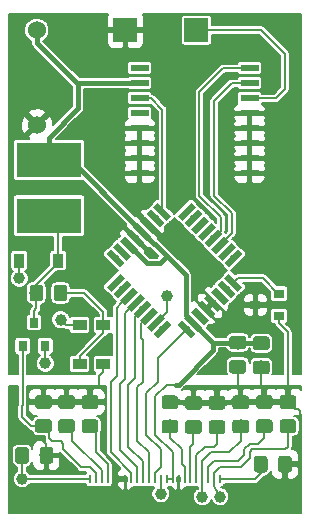
<source format=gbr>
G04 #@! TF.GenerationSoftware,KiCad,Pcbnew,5.0.2-bee76a0~70~ubuntu16.04.1*
G04 #@! TF.CreationDate,2019-03-15T02:00:50+08:00*
G04 #@! TF.ProjectId,OTP-v02,4f54502d-7630-4322-9e6b-696361645f70,v01*
G04 #@! TF.SameCoordinates,Original*
G04 #@! TF.FileFunction,Copper,L1,Top*
G04 #@! TF.FilePolarity,Positive*
%FSLAX46Y46*%
G04 Gerber Fmt 4.6, Leading zero omitted, Abs format (unit mm)*
G04 Created by KiCad (PCBNEW 5.0.2-bee76a0~70~ubuntu16.04.1) date Friday, 15 March, 2019 02:00:50 AM PST*
%MOMM*%
%LPD*%
G01*
G04 APERTURE LIST*
G04 #@! TA.AperFunction,SMDPad,CuDef*
%ADD10R,0.200000X0.800000*%
G04 #@! TD*
G04 #@! TA.AperFunction,Conductor*
%ADD11C,0.100000*%
G04 #@! TD*
G04 #@! TA.AperFunction,SMDPad,CuDef*
%ADD12C,1.150000*%
G04 #@! TD*
G04 #@! TA.AperFunction,ComponentPad*
%ADD13C,1.524000*%
G04 #@! TD*
G04 #@! TA.AperFunction,SMDPad,CuDef*
%ADD14R,2.000000X2.000000*%
G04 #@! TD*
G04 #@! TA.AperFunction,SMDPad,CuDef*
%ADD15R,1.200000X0.900000*%
G04 #@! TD*
G04 #@! TA.AperFunction,SMDPad,CuDef*
%ADD16R,0.900000X1.200000*%
G04 #@! TD*
G04 #@! TA.AperFunction,SMDPad,CuDef*
%ADD17R,5.500000X3.000000*%
G04 #@! TD*
G04 #@! TA.AperFunction,SMDPad,CuDef*
%ADD18R,0.800000X0.900000*%
G04 #@! TD*
G04 #@! TA.AperFunction,SMDPad,CuDef*
%ADD19R,0.900000X0.800000*%
G04 #@! TD*
G04 #@! TA.AperFunction,SMDPad,CuDef*
%ADD20C,0.550000*%
G04 #@! TD*
G04 #@! TA.AperFunction,SMDPad,CuDef*
%ADD21R,1.500000X0.600000*%
G04 #@! TD*
G04 #@! TA.AperFunction,ViaPad*
%ADD22C,1.000000*%
G04 #@! TD*
G04 #@! TA.AperFunction,Conductor*
%ADD23C,0.400000*%
G04 #@! TD*
G04 #@! TA.AperFunction,Conductor*
%ADD24C,0.200000*%
G04 #@! TD*
G04 APERTURE END LIST*
D10*
G04 #@! TO.P,J1,2*
G04 #@! TO.N,GDR*
X113000000Y-99000000D03*
G04 #@! TO.P,J1,3*
G04 #@! TO.N,RESE*
X113500000Y-99000000D03*
G04 #@! TO.P,J1,4*
G04 #@! TO.N,Net-(C7-Pad1)*
X114000000Y-99000000D03*
G04 #@! TO.P,J1,5*
G04 #@! TO.N,Net-(C10-Pad1)*
X114500000Y-99000000D03*
G04 #@! TO.P,J1,8*
G04 #@! TO.N,QGND*
X116000000Y-99000000D03*
G04 #@! TO.P,J1,9*
G04 #@! TO.N,BUSY*
X116500000Y-99000000D03*
G04 #@! TO.P,J1,10*
G04 #@! TO.N,RES*
X117000000Y-99000000D03*
G04 #@! TO.P,J1,11*
G04 #@! TO.N,DC*
X117500000Y-99000000D03*
G04 #@! TO.P,J1,12*
G04 #@! TO.N,CS*
X118000000Y-99000000D03*
G04 #@! TO.P,J1,13*
G04 #@! TO.N,SCLK*
X118500000Y-99000000D03*
G04 #@! TO.P,J1,14*
G04 #@! TO.N,SDI*
X119000000Y-99000000D03*
G04 #@! TO.P,J1,15*
G04 #@! TO.N,VDC*
X119500000Y-99000000D03*
G04 #@! TO.P,J1,16*
X120000000Y-99000000D03*
G04 #@! TO.P,J1,17*
G04 #@! TO.N,QGND*
X120500000Y-99000000D03*
G04 #@! TO.P,J1,18*
G04 #@! TO.N,Net-(C8-Pad1)*
X121000000Y-99000000D03*
G04 #@! TO.P,J1,19*
G04 #@! TO.N,Net-(C11-Pad1)*
X121500000Y-99000000D03*
G04 #@! TO.P,J1,20*
G04 #@! TO.N,Net-(C5-Pad1)*
X122000000Y-99000000D03*
G04 #@! TO.P,J1,21*
G04 #@! TO.N,PREVGH*
X122500000Y-99000000D03*
G04 #@! TO.P,J1,22*
G04 #@! TO.N,Net-(C9-Pad1)*
X123000000Y-99000000D03*
G04 #@! TO.P,J1,23*
G04 #@! TO.N,PREVGL*
X123500000Y-99000000D03*
G04 #@! TO.P,J1,24*
G04 #@! TO.N,Net-(C6-Pad1)*
X124000000Y-99000000D03*
G04 #@! TD*
D11*
G04 #@! TO.N,QGND*
G04 #@! TO.C,C11*
G36*
X122224505Y-91976204D02*
X122248773Y-91979804D01*
X122272572Y-91985765D01*
X122295671Y-91994030D01*
X122317850Y-92004520D01*
X122338893Y-92017132D01*
X122358599Y-92031747D01*
X122376777Y-92048223D01*
X122393253Y-92066401D01*
X122407868Y-92086107D01*
X122420480Y-92107150D01*
X122430970Y-92129329D01*
X122439235Y-92152428D01*
X122445196Y-92176227D01*
X122448796Y-92200495D01*
X122450000Y-92224999D01*
X122450000Y-92875001D01*
X122448796Y-92899505D01*
X122445196Y-92923773D01*
X122439235Y-92947572D01*
X122430970Y-92970671D01*
X122420480Y-92992850D01*
X122407868Y-93013893D01*
X122393253Y-93033599D01*
X122376777Y-93051777D01*
X122358599Y-93068253D01*
X122338893Y-93082868D01*
X122317850Y-93095480D01*
X122295671Y-93105970D01*
X122272572Y-93114235D01*
X122248773Y-93120196D01*
X122224505Y-93123796D01*
X122200001Y-93125000D01*
X121299999Y-93125000D01*
X121275495Y-93123796D01*
X121251227Y-93120196D01*
X121227428Y-93114235D01*
X121204329Y-93105970D01*
X121182150Y-93095480D01*
X121161107Y-93082868D01*
X121141401Y-93068253D01*
X121123223Y-93051777D01*
X121106747Y-93033599D01*
X121092132Y-93013893D01*
X121079520Y-92992850D01*
X121069030Y-92970671D01*
X121060765Y-92947572D01*
X121054804Y-92923773D01*
X121051204Y-92899505D01*
X121050000Y-92875001D01*
X121050000Y-92224999D01*
X121051204Y-92200495D01*
X121054804Y-92176227D01*
X121060765Y-92152428D01*
X121069030Y-92129329D01*
X121079520Y-92107150D01*
X121092132Y-92086107D01*
X121106747Y-92066401D01*
X121123223Y-92048223D01*
X121141401Y-92031747D01*
X121161107Y-92017132D01*
X121182150Y-92004520D01*
X121204329Y-91994030D01*
X121227428Y-91985765D01*
X121251227Y-91979804D01*
X121275495Y-91976204D01*
X121299999Y-91975000D01*
X122200001Y-91975000D01*
X122224505Y-91976204D01*
X122224505Y-91976204D01*
G37*
D12*
G04 #@! TD*
G04 #@! TO.P,C11,2*
G04 #@! TO.N,QGND*
X121750000Y-92550000D03*
D11*
G04 #@! TO.N,Net-(C11-Pad1)*
G04 #@! TO.C,C11*
G36*
X122224505Y-94026204D02*
X122248773Y-94029804D01*
X122272572Y-94035765D01*
X122295671Y-94044030D01*
X122317850Y-94054520D01*
X122338893Y-94067132D01*
X122358599Y-94081747D01*
X122376777Y-94098223D01*
X122393253Y-94116401D01*
X122407868Y-94136107D01*
X122420480Y-94157150D01*
X122430970Y-94179329D01*
X122439235Y-94202428D01*
X122445196Y-94226227D01*
X122448796Y-94250495D01*
X122450000Y-94274999D01*
X122450000Y-94925001D01*
X122448796Y-94949505D01*
X122445196Y-94973773D01*
X122439235Y-94997572D01*
X122430970Y-95020671D01*
X122420480Y-95042850D01*
X122407868Y-95063893D01*
X122393253Y-95083599D01*
X122376777Y-95101777D01*
X122358599Y-95118253D01*
X122338893Y-95132868D01*
X122317850Y-95145480D01*
X122295671Y-95155970D01*
X122272572Y-95164235D01*
X122248773Y-95170196D01*
X122224505Y-95173796D01*
X122200001Y-95175000D01*
X121299999Y-95175000D01*
X121275495Y-95173796D01*
X121251227Y-95170196D01*
X121227428Y-95164235D01*
X121204329Y-95155970D01*
X121182150Y-95145480D01*
X121161107Y-95132868D01*
X121141401Y-95118253D01*
X121123223Y-95101777D01*
X121106747Y-95083599D01*
X121092132Y-95063893D01*
X121079520Y-95042850D01*
X121069030Y-95020671D01*
X121060765Y-94997572D01*
X121054804Y-94973773D01*
X121051204Y-94949505D01*
X121050000Y-94925001D01*
X121050000Y-94274999D01*
X121051204Y-94250495D01*
X121054804Y-94226227D01*
X121060765Y-94202428D01*
X121069030Y-94179329D01*
X121079520Y-94157150D01*
X121092132Y-94136107D01*
X121106747Y-94116401D01*
X121123223Y-94098223D01*
X121141401Y-94081747D01*
X121161107Y-94067132D01*
X121182150Y-94054520D01*
X121204329Y-94044030D01*
X121227428Y-94035765D01*
X121251227Y-94029804D01*
X121275495Y-94026204D01*
X121299999Y-94025000D01*
X122200001Y-94025000D01*
X122224505Y-94026204D01*
X122224505Y-94026204D01*
G37*
D12*
G04 #@! TD*
G04 #@! TO.P,C11,1*
G04 #@! TO.N,Net-(C11-Pad1)*
X121750000Y-94600000D03*
D11*
G04 #@! TO.N,Net-(C5-Pad1)*
G04 #@! TO.C,C5*
G36*
X124224505Y-94026204D02*
X124248773Y-94029804D01*
X124272572Y-94035765D01*
X124295671Y-94044030D01*
X124317850Y-94054520D01*
X124338893Y-94067132D01*
X124358599Y-94081747D01*
X124376777Y-94098223D01*
X124393253Y-94116401D01*
X124407868Y-94136107D01*
X124420480Y-94157150D01*
X124430970Y-94179329D01*
X124439235Y-94202428D01*
X124445196Y-94226227D01*
X124448796Y-94250495D01*
X124450000Y-94274999D01*
X124450000Y-94925001D01*
X124448796Y-94949505D01*
X124445196Y-94973773D01*
X124439235Y-94997572D01*
X124430970Y-95020671D01*
X124420480Y-95042850D01*
X124407868Y-95063893D01*
X124393253Y-95083599D01*
X124376777Y-95101777D01*
X124358599Y-95118253D01*
X124338893Y-95132868D01*
X124317850Y-95145480D01*
X124295671Y-95155970D01*
X124272572Y-95164235D01*
X124248773Y-95170196D01*
X124224505Y-95173796D01*
X124200001Y-95175000D01*
X123299999Y-95175000D01*
X123275495Y-95173796D01*
X123251227Y-95170196D01*
X123227428Y-95164235D01*
X123204329Y-95155970D01*
X123182150Y-95145480D01*
X123161107Y-95132868D01*
X123141401Y-95118253D01*
X123123223Y-95101777D01*
X123106747Y-95083599D01*
X123092132Y-95063893D01*
X123079520Y-95042850D01*
X123069030Y-95020671D01*
X123060765Y-94997572D01*
X123054804Y-94973773D01*
X123051204Y-94949505D01*
X123050000Y-94925001D01*
X123050000Y-94274999D01*
X123051204Y-94250495D01*
X123054804Y-94226227D01*
X123060765Y-94202428D01*
X123069030Y-94179329D01*
X123079520Y-94157150D01*
X123092132Y-94136107D01*
X123106747Y-94116401D01*
X123123223Y-94098223D01*
X123141401Y-94081747D01*
X123161107Y-94067132D01*
X123182150Y-94054520D01*
X123204329Y-94044030D01*
X123227428Y-94035765D01*
X123251227Y-94029804D01*
X123275495Y-94026204D01*
X123299999Y-94025000D01*
X124200001Y-94025000D01*
X124224505Y-94026204D01*
X124224505Y-94026204D01*
G37*
D12*
G04 #@! TD*
G04 #@! TO.P,C5,1*
G04 #@! TO.N,Net-(C5-Pad1)*
X123750000Y-94600000D03*
D11*
G04 #@! TO.N,QGND*
G04 #@! TO.C,C5*
G36*
X124224505Y-91976204D02*
X124248773Y-91979804D01*
X124272572Y-91985765D01*
X124295671Y-91994030D01*
X124317850Y-92004520D01*
X124338893Y-92017132D01*
X124358599Y-92031747D01*
X124376777Y-92048223D01*
X124393253Y-92066401D01*
X124407868Y-92086107D01*
X124420480Y-92107150D01*
X124430970Y-92129329D01*
X124439235Y-92152428D01*
X124445196Y-92176227D01*
X124448796Y-92200495D01*
X124450000Y-92224999D01*
X124450000Y-92875001D01*
X124448796Y-92899505D01*
X124445196Y-92923773D01*
X124439235Y-92947572D01*
X124430970Y-92970671D01*
X124420480Y-92992850D01*
X124407868Y-93013893D01*
X124393253Y-93033599D01*
X124376777Y-93051777D01*
X124358599Y-93068253D01*
X124338893Y-93082868D01*
X124317850Y-93095480D01*
X124295671Y-93105970D01*
X124272572Y-93114235D01*
X124248773Y-93120196D01*
X124224505Y-93123796D01*
X124200001Y-93125000D01*
X123299999Y-93125000D01*
X123275495Y-93123796D01*
X123251227Y-93120196D01*
X123227428Y-93114235D01*
X123204329Y-93105970D01*
X123182150Y-93095480D01*
X123161107Y-93082868D01*
X123141401Y-93068253D01*
X123123223Y-93051777D01*
X123106747Y-93033599D01*
X123092132Y-93013893D01*
X123079520Y-92992850D01*
X123069030Y-92970671D01*
X123060765Y-92947572D01*
X123054804Y-92923773D01*
X123051204Y-92899505D01*
X123050000Y-92875001D01*
X123050000Y-92224999D01*
X123051204Y-92200495D01*
X123054804Y-92176227D01*
X123060765Y-92152428D01*
X123069030Y-92129329D01*
X123079520Y-92107150D01*
X123092132Y-92086107D01*
X123106747Y-92066401D01*
X123123223Y-92048223D01*
X123141401Y-92031747D01*
X123161107Y-92017132D01*
X123182150Y-92004520D01*
X123204329Y-91994030D01*
X123227428Y-91985765D01*
X123251227Y-91979804D01*
X123275495Y-91976204D01*
X123299999Y-91975000D01*
X124200001Y-91975000D01*
X124224505Y-91976204D01*
X124224505Y-91976204D01*
G37*
D12*
G04 #@! TD*
G04 #@! TO.P,C5,2*
G04 #@! TO.N,QGND*
X123750000Y-92550000D03*
D13*
G04 #@! TO.P,BT1,1*
G04 #@! TO.N,VDC*
X108500000Y-61000000D03*
G04 #@! TO.P,BT1,2*
G04 #@! TO.N,GND*
X108500000Y-69000000D03*
G04 #@! TD*
D14*
G04 #@! TO.P,BT2,1*
G04 #@! TO.N,Batt*
X122000000Y-61000000D03*
G04 #@! TO.P,BT2,2*
G04 #@! TO.N,GND*
X116000000Y-61000000D03*
G04 #@! TD*
D11*
G04 #@! TO.N,QGND*
G04 #@! TO.C,C1*
G36*
X127974505Y-88976204D02*
X127998773Y-88979804D01*
X128022572Y-88985765D01*
X128045671Y-88994030D01*
X128067850Y-89004520D01*
X128088893Y-89017132D01*
X128108599Y-89031747D01*
X128126777Y-89048223D01*
X128143253Y-89066401D01*
X128157868Y-89086107D01*
X128170480Y-89107150D01*
X128180970Y-89129329D01*
X128189235Y-89152428D01*
X128195196Y-89176227D01*
X128198796Y-89200495D01*
X128200000Y-89224999D01*
X128200000Y-89875001D01*
X128198796Y-89899505D01*
X128195196Y-89923773D01*
X128189235Y-89947572D01*
X128180970Y-89970671D01*
X128170480Y-89992850D01*
X128157868Y-90013893D01*
X128143253Y-90033599D01*
X128126777Y-90051777D01*
X128108599Y-90068253D01*
X128088893Y-90082868D01*
X128067850Y-90095480D01*
X128045671Y-90105970D01*
X128022572Y-90114235D01*
X127998773Y-90120196D01*
X127974505Y-90123796D01*
X127950001Y-90125000D01*
X127049999Y-90125000D01*
X127025495Y-90123796D01*
X127001227Y-90120196D01*
X126977428Y-90114235D01*
X126954329Y-90105970D01*
X126932150Y-90095480D01*
X126911107Y-90082868D01*
X126891401Y-90068253D01*
X126873223Y-90051777D01*
X126856747Y-90033599D01*
X126842132Y-90013893D01*
X126829520Y-89992850D01*
X126819030Y-89970671D01*
X126810765Y-89947572D01*
X126804804Y-89923773D01*
X126801204Y-89899505D01*
X126800000Y-89875001D01*
X126800000Y-89224999D01*
X126801204Y-89200495D01*
X126804804Y-89176227D01*
X126810765Y-89152428D01*
X126819030Y-89129329D01*
X126829520Y-89107150D01*
X126842132Y-89086107D01*
X126856747Y-89066401D01*
X126873223Y-89048223D01*
X126891401Y-89031747D01*
X126911107Y-89017132D01*
X126932150Y-89004520D01*
X126954329Y-88994030D01*
X126977428Y-88985765D01*
X127001227Y-88979804D01*
X127025495Y-88976204D01*
X127049999Y-88975000D01*
X127950001Y-88975000D01*
X127974505Y-88976204D01*
X127974505Y-88976204D01*
G37*
D12*
G04 #@! TD*
G04 #@! TO.P,C1,2*
G04 #@! TO.N,QGND*
X127500000Y-89550000D03*
D11*
G04 #@! TO.N,VDC*
G04 #@! TO.C,C1*
G36*
X127974505Y-86926204D02*
X127998773Y-86929804D01*
X128022572Y-86935765D01*
X128045671Y-86944030D01*
X128067850Y-86954520D01*
X128088893Y-86967132D01*
X128108599Y-86981747D01*
X128126777Y-86998223D01*
X128143253Y-87016401D01*
X128157868Y-87036107D01*
X128170480Y-87057150D01*
X128180970Y-87079329D01*
X128189235Y-87102428D01*
X128195196Y-87126227D01*
X128198796Y-87150495D01*
X128200000Y-87174999D01*
X128200000Y-87825001D01*
X128198796Y-87849505D01*
X128195196Y-87873773D01*
X128189235Y-87897572D01*
X128180970Y-87920671D01*
X128170480Y-87942850D01*
X128157868Y-87963893D01*
X128143253Y-87983599D01*
X128126777Y-88001777D01*
X128108599Y-88018253D01*
X128088893Y-88032868D01*
X128067850Y-88045480D01*
X128045671Y-88055970D01*
X128022572Y-88064235D01*
X127998773Y-88070196D01*
X127974505Y-88073796D01*
X127950001Y-88075000D01*
X127049999Y-88075000D01*
X127025495Y-88073796D01*
X127001227Y-88070196D01*
X126977428Y-88064235D01*
X126954329Y-88055970D01*
X126932150Y-88045480D01*
X126911107Y-88032868D01*
X126891401Y-88018253D01*
X126873223Y-88001777D01*
X126856747Y-87983599D01*
X126842132Y-87963893D01*
X126829520Y-87942850D01*
X126819030Y-87920671D01*
X126810765Y-87897572D01*
X126804804Y-87873773D01*
X126801204Y-87849505D01*
X126800000Y-87825001D01*
X126800000Y-87174999D01*
X126801204Y-87150495D01*
X126804804Y-87126227D01*
X126810765Y-87102428D01*
X126819030Y-87079329D01*
X126829520Y-87057150D01*
X126842132Y-87036107D01*
X126856747Y-87016401D01*
X126873223Y-86998223D01*
X126891401Y-86981747D01*
X126911107Y-86967132D01*
X126932150Y-86954520D01*
X126954329Y-86944030D01*
X126977428Y-86935765D01*
X127001227Y-86929804D01*
X127025495Y-86926204D01*
X127049999Y-86925000D01*
X127950001Y-86925000D01*
X127974505Y-86926204D01*
X127974505Y-86926204D01*
G37*
D12*
G04 #@! TD*
G04 #@! TO.P,C1,1*
G04 #@! TO.N,VDC*
X127500000Y-87500000D03*
D11*
G04 #@! TO.N,Net-(C2-Pad2)*
G04 #@! TO.C,C2*
G36*
X108799505Y-82551204D02*
X108823773Y-82554804D01*
X108847572Y-82560765D01*
X108870671Y-82569030D01*
X108892850Y-82579520D01*
X108913893Y-82592132D01*
X108933599Y-82606747D01*
X108951777Y-82623223D01*
X108968253Y-82641401D01*
X108982868Y-82661107D01*
X108995480Y-82682150D01*
X109005970Y-82704329D01*
X109014235Y-82727428D01*
X109020196Y-82751227D01*
X109023796Y-82775495D01*
X109025000Y-82799999D01*
X109025000Y-83700001D01*
X109023796Y-83724505D01*
X109020196Y-83748773D01*
X109014235Y-83772572D01*
X109005970Y-83795671D01*
X108995480Y-83817850D01*
X108982868Y-83838893D01*
X108968253Y-83858599D01*
X108951777Y-83876777D01*
X108933599Y-83893253D01*
X108913893Y-83907868D01*
X108892850Y-83920480D01*
X108870671Y-83930970D01*
X108847572Y-83939235D01*
X108823773Y-83945196D01*
X108799505Y-83948796D01*
X108775001Y-83950000D01*
X108124999Y-83950000D01*
X108100495Y-83948796D01*
X108076227Y-83945196D01*
X108052428Y-83939235D01*
X108029329Y-83930970D01*
X108007150Y-83920480D01*
X107986107Y-83907868D01*
X107966401Y-83893253D01*
X107948223Y-83876777D01*
X107931747Y-83858599D01*
X107917132Y-83838893D01*
X107904520Y-83817850D01*
X107894030Y-83795671D01*
X107885765Y-83772572D01*
X107879804Y-83748773D01*
X107876204Y-83724505D01*
X107875000Y-83700001D01*
X107875000Y-82799999D01*
X107876204Y-82775495D01*
X107879804Y-82751227D01*
X107885765Y-82727428D01*
X107894030Y-82704329D01*
X107904520Y-82682150D01*
X107917132Y-82661107D01*
X107931747Y-82641401D01*
X107948223Y-82623223D01*
X107966401Y-82606747D01*
X107986107Y-82592132D01*
X108007150Y-82579520D01*
X108029329Y-82569030D01*
X108052428Y-82560765D01*
X108076227Y-82554804D01*
X108100495Y-82551204D01*
X108124999Y-82550000D01*
X108775001Y-82550000D01*
X108799505Y-82551204D01*
X108799505Y-82551204D01*
G37*
D12*
G04 #@! TD*
G04 #@! TO.P,C2,2*
G04 #@! TO.N,Net-(C2-Pad2)*
X108450000Y-83250000D03*
D11*
G04 #@! TO.N,Net-(C2-Pad1)*
G04 #@! TO.C,C2*
G36*
X110849505Y-82551204D02*
X110873773Y-82554804D01*
X110897572Y-82560765D01*
X110920671Y-82569030D01*
X110942850Y-82579520D01*
X110963893Y-82592132D01*
X110983599Y-82606747D01*
X111001777Y-82623223D01*
X111018253Y-82641401D01*
X111032868Y-82661107D01*
X111045480Y-82682150D01*
X111055970Y-82704329D01*
X111064235Y-82727428D01*
X111070196Y-82751227D01*
X111073796Y-82775495D01*
X111075000Y-82799999D01*
X111075000Y-83700001D01*
X111073796Y-83724505D01*
X111070196Y-83748773D01*
X111064235Y-83772572D01*
X111055970Y-83795671D01*
X111045480Y-83817850D01*
X111032868Y-83838893D01*
X111018253Y-83858599D01*
X111001777Y-83876777D01*
X110983599Y-83893253D01*
X110963893Y-83907868D01*
X110942850Y-83920480D01*
X110920671Y-83930970D01*
X110897572Y-83939235D01*
X110873773Y-83945196D01*
X110849505Y-83948796D01*
X110825001Y-83950000D01*
X110174999Y-83950000D01*
X110150495Y-83948796D01*
X110126227Y-83945196D01*
X110102428Y-83939235D01*
X110079329Y-83930970D01*
X110057150Y-83920480D01*
X110036107Y-83907868D01*
X110016401Y-83893253D01*
X109998223Y-83876777D01*
X109981747Y-83858599D01*
X109967132Y-83838893D01*
X109954520Y-83817850D01*
X109944030Y-83795671D01*
X109935765Y-83772572D01*
X109929804Y-83748773D01*
X109926204Y-83724505D01*
X109925000Y-83700001D01*
X109925000Y-82799999D01*
X109926204Y-82775495D01*
X109929804Y-82751227D01*
X109935765Y-82727428D01*
X109944030Y-82704329D01*
X109954520Y-82682150D01*
X109967132Y-82661107D01*
X109981747Y-82641401D01*
X109998223Y-82623223D01*
X110016401Y-82606747D01*
X110036107Y-82592132D01*
X110057150Y-82579520D01*
X110079329Y-82569030D01*
X110102428Y-82560765D01*
X110126227Y-82554804D01*
X110150495Y-82551204D01*
X110174999Y-82550000D01*
X110825001Y-82550000D01*
X110849505Y-82551204D01*
X110849505Y-82551204D01*
G37*
D12*
G04 #@! TD*
G04 #@! TO.P,C2,1*
G04 #@! TO.N,Net-(C2-Pad1)*
X110500000Y-83250000D03*
D11*
G04 #@! TO.N,PREVGH*
G04 #@! TO.C,C3*
G36*
X126224505Y-93976204D02*
X126248773Y-93979804D01*
X126272572Y-93985765D01*
X126295671Y-93994030D01*
X126317850Y-94004520D01*
X126338893Y-94017132D01*
X126358599Y-94031747D01*
X126376777Y-94048223D01*
X126393253Y-94066401D01*
X126407868Y-94086107D01*
X126420480Y-94107150D01*
X126430970Y-94129329D01*
X126439235Y-94152428D01*
X126445196Y-94176227D01*
X126448796Y-94200495D01*
X126450000Y-94224999D01*
X126450000Y-94875001D01*
X126448796Y-94899505D01*
X126445196Y-94923773D01*
X126439235Y-94947572D01*
X126430970Y-94970671D01*
X126420480Y-94992850D01*
X126407868Y-95013893D01*
X126393253Y-95033599D01*
X126376777Y-95051777D01*
X126358599Y-95068253D01*
X126338893Y-95082868D01*
X126317850Y-95095480D01*
X126295671Y-95105970D01*
X126272572Y-95114235D01*
X126248773Y-95120196D01*
X126224505Y-95123796D01*
X126200001Y-95125000D01*
X125299999Y-95125000D01*
X125275495Y-95123796D01*
X125251227Y-95120196D01*
X125227428Y-95114235D01*
X125204329Y-95105970D01*
X125182150Y-95095480D01*
X125161107Y-95082868D01*
X125141401Y-95068253D01*
X125123223Y-95051777D01*
X125106747Y-95033599D01*
X125092132Y-95013893D01*
X125079520Y-94992850D01*
X125069030Y-94970671D01*
X125060765Y-94947572D01*
X125054804Y-94923773D01*
X125051204Y-94899505D01*
X125050000Y-94875001D01*
X125050000Y-94224999D01*
X125051204Y-94200495D01*
X125054804Y-94176227D01*
X125060765Y-94152428D01*
X125069030Y-94129329D01*
X125079520Y-94107150D01*
X125092132Y-94086107D01*
X125106747Y-94066401D01*
X125123223Y-94048223D01*
X125141401Y-94031747D01*
X125161107Y-94017132D01*
X125182150Y-94004520D01*
X125204329Y-93994030D01*
X125227428Y-93985765D01*
X125251227Y-93979804D01*
X125275495Y-93976204D01*
X125299999Y-93975000D01*
X126200001Y-93975000D01*
X126224505Y-93976204D01*
X126224505Y-93976204D01*
G37*
D12*
G04 #@! TD*
G04 #@! TO.P,C3,1*
G04 #@! TO.N,PREVGH*
X125750000Y-94550000D03*
D11*
G04 #@! TO.N,QGND*
G04 #@! TO.C,C3*
G36*
X126224505Y-91926204D02*
X126248773Y-91929804D01*
X126272572Y-91935765D01*
X126295671Y-91944030D01*
X126317850Y-91954520D01*
X126338893Y-91967132D01*
X126358599Y-91981747D01*
X126376777Y-91998223D01*
X126393253Y-92016401D01*
X126407868Y-92036107D01*
X126420480Y-92057150D01*
X126430970Y-92079329D01*
X126439235Y-92102428D01*
X126445196Y-92126227D01*
X126448796Y-92150495D01*
X126450000Y-92174999D01*
X126450000Y-92825001D01*
X126448796Y-92849505D01*
X126445196Y-92873773D01*
X126439235Y-92897572D01*
X126430970Y-92920671D01*
X126420480Y-92942850D01*
X126407868Y-92963893D01*
X126393253Y-92983599D01*
X126376777Y-93001777D01*
X126358599Y-93018253D01*
X126338893Y-93032868D01*
X126317850Y-93045480D01*
X126295671Y-93055970D01*
X126272572Y-93064235D01*
X126248773Y-93070196D01*
X126224505Y-93073796D01*
X126200001Y-93075000D01*
X125299999Y-93075000D01*
X125275495Y-93073796D01*
X125251227Y-93070196D01*
X125227428Y-93064235D01*
X125204329Y-93055970D01*
X125182150Y-93045480D01*
X125161107Y-93032868D01*
X125141401Y-93018253D01*
X125123223Y-93001777D01*
X125106747Y-92983599D01*
X125092132Y-92963893D01*
X125079520Y-92942850D01*
X125069030Y-92920671D01*
X125060765Y-92897572D01*
X125054804Y-92873773D01*
X125051204Y-92849505D01*
X125050000Y-92825001D01*
X125050000Y-92174999D01*
X125051204Y-92150495D01*
X125054804Y-92126227D01*
X125060765Y-92102428D01*
X125069030Y-92079329D01*
X125079520Y-92057150D01*
X125092132Y-92036107D01*
X125106747Y-92016401D01*
X125123223Y-91998223D01*
X125141401Y-91981747D01*
X125161107Y-91967132D01*
X125182150Y-91954520D01*
X125204329Y-91944030D01*
X125227428Y-91935765D01*
X125251227Y-91929804D01*
X125275495Y-91926204D01*
X125299999Y-91925000D01*
X126200001Y-91925000D01*
X126224505Y-91926204D01*
X126224505Y-91926204D01*
G37*
D12*
G04 #@! TD*
G04 #@! TO.P,C3,2*
G04 #@! TO.N,QGND*
X125750000Y-92500000D03*
D11*
G04 #@! TO.N,QGND*
G04 #@! TO.C,C4*
G36*
X125974505Y-88926204D02*
X125998773Y-88929804D01*
X126022572Y-88935765D01*
X126045671Y-88944030D01*
X126067850Y-88954520D01*
X126088893Y-88967132D01*
X126108599Y-88981747D01*
X126126777Y-88998223D01*
X126143253Y-89016401D01*
X126157868Y-89036107D01*
X126170480Y-89057150D01*
X126180970Y-89079329D01*
X126189235Y-89102428D01*
X126195196Y-89126227D01*
X126198796Y-89150495D01*
X126200000Y-89174999D01*
X126200000Y-89825001D01*
X126198796Y-89849505D01*
X126195196Y-89873773D01*
X126189235Y-89897572D01*
X126180970Y-89920671D01*
X126170480Y-89942850D01*
X126157868Y-89963893D01*
X126143253Y-89983599D01*
X126126777Y-90001777D01*
X126108599Y-90018253D01*
X126088893Y-90032868D01*
X126067850Y-90045480D01*
X126045671Y-90055970D01*
X126022572Y-90064235D01*
X125998773Y-90070196D01*
X125974505Y-90073796D01*
X125950001Y-90075000D01*
X125049999Y-90075000D01*
X125025495Y-90073796D01*
X125001227Y-90070196D01*
X124977428Y-90064235D01*
X124954329Y-90055970D01*
X124932150Y-90045480D01*
X124911107Y-90032868D01*
X124891401Y-90018253D01*
X124873223Y-90001777D01*
X124856747Y-89983599D01*
X124842132Y-89963893D01*
X124829520Y-89942850D01*
X124819030Y-89920671D01*
X124810765Y-89897572D01*
X124804804Y-89873773D01*
X124801204Y-89849505D01*
X124800000Y-89825001D01*
X124800000Y-89174999D01*
X124801204Y-89150495D01*
X124804804Y-89126227D01*
X124810765Y-89102428D01*
X124819030Y-89079329D01*
X124829520Y-89057150D01*
X124842132Y-89036107D01*
X124856747Y-89016401D01*
X124873223Y-88998223D01*
X124891401Y-88981747D01*
X124911107Y-88967132D01*
X124932150Y-88954520D01*
X124954329Y-88944030D01*
X124977428Y-88935765D01*
X125001227Y-88929804D01*
X125025495Y-88926204D01*
X125049999Y-88925000D01*
X125950001Y-88925000D01*
X125974505Y-88926204D01*
X125974505Y-88926204D01*
G37*
D12*
G04 #@! TD*
G04 #@! TO.P,C4,2*
G04 #@! TO.N,QGND*
X125500000Y-89500000D03*
D11*
G04 #@! TO.N,VDC*
G04 #@! TO.C,C4*
G36*
X125974505Y-86876204D02*
X125998773Y-86879804D01*
X126022572Y-86885765D01*
X126045671Y-86894030D01*
X126067850Y-86904520D01*
X126088893Y-86917132D01*
X126108599Y-86931747D01*
X126126777Y-86948223D01*
X126143253Y-86966401D01*
X126157868Y-86986107D01*
X126170480Y-87007150D01*
X126180970Y-87029329D01*
X126189235Y-87052428D01*
X126195196Y-87076227D01*
X126198796Y-87100495D01*
X126200000Y-87124999D01*
X126200000Y-87775001D01*
X126198796Y-87799505D01*
X126195196Y-87823773D01*
X126189235Y-87847572D01*
X126180970Y-87870671D01*
X126170480Y-87892850D01*
X126157868Y-87913893D01*
X126143253Y-87933599D01*
X126126777Y-87951777D01*
X126108599Y-87968253D01*
X126088893Y-87982868D01*
X126067850Y-87995480D01*
X126045671Y-88005970D01*
X126022572Y-88014235D01*
X125998773Y-88020196D01*
X125974505Y-88023796D01*
X125950001Y-88025000D01*
X125049999Y-88025000D01*
X125025495Y-88023796D01*
X125001227Y-88020196D01*
X124977428Y-88014235D01*
X124954329Y-88005970D01*
X124932150Y-87995480D01*
X124911107Y-87982868D01*
X124891401Y-87968253D01*
X124873223Y-87951777D01*
X124856747Y-87933599D01*
X124842132Y-87913893D01*
X124829520Y-87892850D01*
X124819030Y-87870671D01*
X124810765Y-87847572D01*
X124804804Y-87823773D01*
X124801204Y-87799505D01*
X124800000Y-87775001D01*
X124800000Y-87124999D01*
X124801204Y-87100495D01*
X124804804Y-87076227D01*
X124810765Y-87052428D01*
X124819030Y-87029329D01*
X124829520Y-87007150D01*
X124842132Y-86986107D01*
X124856747Y-86966401D01*
X124873223Y-86948223D01*
X124891401Y-86931747D01*
X124911107Y-86917132D01*
X124932150Y-86904520D01*
X124954329Y-86894030D01*
X124977428Y-86885765D01*
X125001227Y-86879804D01*
X125025495Y-86876204D01*
X125049999Y-86875000D01*
X125950001Y-86875000D01*
X125974505Y-86876204D01*
X125974505Y-86876204D01*
G37*
D12*
G04 #@! TD*
G04 #@! TO.P,C4,1*
G04 #@! TO.N,VDC*
X125500000Y-87450000D03*
D11*
G04 #@! TO.N,Net-(C6-Pad1)*
G04 #@! TO.C,C6*
G36*
X127799505Y-97051204D02*
X127823773Y-97054804D01*
X127847572Y-97060765D01*
X127870671Y-97069030D01*
X127892850Y-97079520D01*
X127913893Y-97092132D01*
X127933599Y-97106747D01*
X127951777Y-97123223D01*
X127968253Y-97141401D01*
X127982868Y-97161107D01*
X127995480Y-97182150D01*
X128005970Y-97204329D01*
X128014235Y-97227428D01*
X128020196Y-97251227D01*
X128023796Y-97275495D01*
X128025000Y-97299999D01*
X128025000Y-98200001D01*
X128023796Y-98224505D01*
X128020196Y-98248773D01*
X128014235Y-98272572D01*
X128005970Y-98295671D01*
X127995480Y-98317850D01*
X127982868Y-98338893D01*
X127968253Y-98358599D01*
X127951777Y-98376777D01*
X127933599Y-98393253D01*
X127913893Y-98407868D01*
X127892850Y-98420480D01*
X127870671Y-98430970D01*
X127847572Y-98439235D01*
X127823773Y-98445196D01*
X127799505Y-98448796D01*
X127775001Y-98450000D01*
X127124999Y-98450000D01*
X127100495Y-98448796D01*
X127076227Y-98445196D01*
X127052428Y-98439235D01*
X127029329Y-98430970D01*
X127007150Y-98420480D01*
X126986107Y-98407868D01*
X126966401Y-98393253D01*
X126948223Y-98376777D01*
X126931747Y-98358599D01*
X126917132Y-98338893D01*
X126904520Y-98317850D01*
X126894030Y-98295671D01*
X126885765Y-98272572D01*
X126879804Y-98248773D01*
X126876204Y-98224505D01*
X126875000Y-98200001D01*
X126875000Y-97299999D01*
X126876204Y-97275495D01*
X126879804Y-97251227D01*
X126885765Y-97227428D01*
X126894030Y-97204329D01*
X126904520Y-97182150D01*
X126917132Y-97161107D01*
X126931747Y-97141401D01*
X126948223Y-97123223D01*
X126966401Y-97106747D01*
X126986107Y-97092132D01*
X127007150Y-97079520D01*
X127029329Y-97069030D01*
X127052428Y-97060765D01*
X127076227Y-97054804D01*
X127100495Y-97051204D01*
X127124999Y-97050000D01*
X127775001Y-97050000D01*
X127799505Y-97051204D01*
X127799505Y-97051204D01*
G37*
D12*
G04 #@! TD*
G04 #@! TO.P,C6,1*
G04 #@! TO.N,Net-(C6-Pad1)*
X127450000Y-97750000D03*
D11*
G04 #@! TO.N,QGND*
G04 #@! TO.C,C6*
G36*
X129849505Y-97051204D02*
X129873773Y-97054804D01*
X129897572Y-97060765D01*
X129920671Y-97069030D01*
X129942850Y-97079520D01*
X129963893Y-97092132D01*
X129983599Y-97106747D01*
X130001777Y-97123223D01*
X130018253Y-97141401D01*
X130032868Y-97161107D01*
X130045480Y-97182150D01*
X130055970Y-97204329D01*
X130064235Y-97227428D01*
X130070196Y-97251227D01*
X130073796Y-97275495D01*
X130075000Y-97299999D01*
X130075000Y-98200001D01*
X130073796Y-98224505D01*
X130070196Y-98248773D01*
X130064235Y-98272572D01*
X130055970Y-98295671D01*
X130045480Y-98317850D01*
X130032868Y-98338893D01*
X130018253Y-98358599D01*
X130001777Y-98376777D01*
X129983599Y-98393253D01*
X129963893Y-98407868D01*
X129942850Y-98420480D01*
X129920671Y-98430970D01*
X129897572Y-98439235D01*
X129873773Y-98445196D01*
X129849505Y-98448796D01*
X129825001Y-98450000D01*
X129174999Y-98450000D01*
X129150495Y-98448796D01*
X129126227Y-98445196D01*
X129102428Y-98439235D01*
X129079329Y-98430970D01*
X129057150Y-98420480D01*
X129036107Y-98407868D01*
X129016401Y-98393253D01*
X128998223Y-98376777D01*
X128981747Y-98358599D01*
X128967132Y-98338893D01*
X128954520Y-98317850D01*
X128944030Y-98295671D01*
X128935765Y-98272572D01*
X128929804Y-98248773D01*
X128926204Y-98224505D01*
X128925000Y-98200001D01*
X128925000Y-97299999D01*
X128926204Y-97275495D01*
X128929804Y-97251227D01*
X128935765Y-97227428D01*
X128944030Y-97204329D01*
X128954520Y-97182150D01*
X128967132Y-97161107D01*
X128981747Y-97141401D01*
X128998223Y-97123223D01*
X129016401Y-97106747D01*
X129036107Y-97092132D01*
X129057150Y-97079520D01*
X129079329Y-97069030D01*
X129102428Y-97060765D01*
X129126227Y-97054804D01*
X129150495Y-97051204D01*
X129174999Y-97050000D01*
X129825001Y-97050000D01*
X129849505Y-97051204D01*
X129849505Y-97051204D01*
G37*
D12*
G04 #@! TD*
G04 #@! TO.P,C6,2*
G04 #@! TO.N,QGND*
X129500000Y-97750000D03*
D11*
G04 #@! TO.N,QGND*
G04 #@! TO.C,C7*
G36*
X111474505Y-91901204D02*
X111498773Y-91904804D01*
X111522572Y-91910765D01*
X111545671Y-91919030D01*
X111567850Y-91929520D01*
X111588893Y-91942132D01*
X111608599Y-91956747D01*
X111626777Y-91973223D01*
X111643253Y-91991401D01*
X111657868Y-92011107D01*
X111670480Y-92032150D01*
X111680970Y-92054329D01*
X111689235Y-92077428D01*
X111695196Y-92101227D01*
X111698796Y-92125495D01*
X111700000Y-92149999D01*
X111700000Y-92800001D01*
X111698796Y-92824505D01*
X111695196Y-92848773D01*
X111689235Y-92872572D01*
X111680970Y-92895671D01*
X111670480Y-92917850D01*
X111657868Y-92938893D01*
X111643253Y-92958599D01*
X111626777Y-92976777D01*
X111608599Y-92993253D01*
X111588893Y-93007868D01*
X111567850Y-93020480D01*
X111545671Y-93030970D01*
X111522572Y-93039235D01*
X111498773Y-93045196D01*
X111474505Y-93048796D01*
X111450001Y-93050000D01*
X110549999Y-93050000D01*
X110525495Y-93048796D01*
X110501227Y-93045196D01*
X110477428Y-93039235D01*
X110454329Y-93030970D01*
X110432150Y-93020480D01*
X110411107Y-93007868D01*
X110391401Y-92993253D01*
X110373223Y-92976777D01*
X110356747Y-92958599D01*
X110342132Y-92938893D01*
X110329520Y-92917850D01*
X110319030Y-92895671D01*
X110310765Y-92872572D01*
X110304804Y-92848773D01*
X110301204Y-92824505D01*
X110300000Y-92800001D01*
X110300000Y-92149999D01*
X110301204Y-92125495D01*
X110304804Y-92101227D01*
X110310765Y-92077428D01*
X110319030Y-92054329D01*
X110329520Y-92032150D01*
X110342132Y-92011107D01*
X110356747Y-91991401D01*
X110373223Y-91973223D01*
X110391401Y-91956747D01*
X110411107Y-91942132D01*
X110432150Y-91929520D01*
X110454329Y-91919030D01*
X110477428Y-91910765D01*
X110501227Y-91904804D01*
X110525495Y-91901204D01*
X110549999Y-91900000D01*
X111450001Y-91900000D01*
X111474505Y-91901204D01*
X111474505Y-91901204D01*
G37*
D12*
G04 #@! TD*
G04 #@! TO.P,C7,2*
G04 #@! TO.N,QGND*
X111000000Y-92475000D03*
D11*
G04 #@! TO.N,Net-(C7-Pad1)*
G04 #@! TO.C,C7*
G36*
X111474505Y-93951204D02*
X111498773Y-93954804D01*
X111522572Y-93960765D01*
X111545671Y-93969030D01*
X111567850Y-93979520D01*
X111588893Y-93992132D01*
X111608599Y-94006747D01*
X111626777Y-94023223D01*
X111643253Y-94041401D01*
X111657868Y-94061107D01*
X111670480Y-94082150D01*
X111680970Y-94104329D01*
X111689235Y-94127428D01*
X111695196Y-94151227D01*
X111698796Y-94175495D01*
X111700000Y-94199999D01*
X111700000Y-94850001D01*
X111698796Y-94874505D01*
X111695196Y-94898773D01*
X111689235Y-94922572D01*
X111680970Y-94945671D01*
X111670480Y-94967850D01*
X111657868Y-94988893D01*
X111643253Y-95008599D01*
X111626777Y-95026777D01*
X111608599Y-95043253D01*
X111588893Y-95057868D01*
X111567850Y-95070480D01*
X111545671Y-95080970D01*
X111522572Y-95089235D01*
X111498773Y-95095196D01*
X111474505Y-95098796D01*
X111450001Y-95100000D01*
X110549999Y-95100000D01*
X110525495Y-95098796D01*
X110501227Y-95095196D01*
X110477428Y-95089235D01*
X110454329Y-95080970D01*
X110432150Y-95070480D01*
X110411107Y-95057868D01*
X110391401Y-95043253D01*
X110373223Y-95026777D01*
X110356747Y-95008599D01*
X110342132Y-94988893D01*
X110329520Y-94967850D01*
X110319030Y-94945671D01*
X110310765Y-94922572D01*
X110304804Y-94898773D01*
X110301204Y-94874505D01*
X110300000Y-94850001D01*
X110300000Y-94199999D01*
X110301204Y-94175495D01*
X110304804Y-94151227D01*
X110310765Y-94127428D01*
X110319030Y-94104329D01*
X110329520Y-94082150D01*
X110342132Y-94061107D01*
X110356747Y-94041401D01*
X110373223Y-94023223D01*
X110391401Y-94006747D01*
X110411107Y-93992132D01*
X110432150Y-93979520D01*
X110454329Y-93969030D01*
X110477428Y-93960765D01*
X110501227Y-93954804D01*
X110525495Y-93951204D01*
X110549999Y-93950000D01*
X111450001Y-93950000D01*
X111474505Y-93951204D01*
X111474505Y-93951204D01*
G37*
D12*
G04 #@! TD*
G04 #@! TO.P,C7,1*
G04 #@! TO.N,Net-(C7-Pad1)*
X111000000Y-94525000D03*
D11*
G04 #@! TO.N,QGND*
G04 #@! TO.C,C9*
G36*
X128224505Y-91901204D02*
X128248773Y-91904804D01*
X128272572Y-91910765D01*
X128295671Y-91919030D01*
X128317850Y-91929520D01*
X128338893Y-91942132D01*
X128358599Y-91956747D01*
X128376777Y-91973223D01*
X128393253Y-91991401D01*
X128407868Y-92011107D01*
X128420480Y-92032150D01*
X128430970Y-92054329D01*
X128439235Y-92077428D01*
X128445196Y-92101227D01*
X128448796Y-92125495D01*
X128450000Y-92149999D01*
X128450000Y-92800001D01*
X128448796Y-92824505D01*
X128445196Y-92848773D01*
X128439235Y-92872572D01*
X128430970Y-92895671D01*
X128420480Y-92917850D01*
X128407868Y-92938893D01*
X128393253Y-92958599D01*
X128376777Y-92976777D01*
X128358599Y-92993253D01*
X128338893Y-93007868D01*
X128317850Y-93020480D01*
X128295671Y-93030970D01*
X128272572Y-93039235D01*
X128248773Y-93045196D01*
X128224505Y-93048796D01*
X128200001Y-93050000D01*
X127299999Y-93050000D01*
X127275495Y-93048796D01*
X127251227Y-93045196D01*
X127227428Y-93039235D01*
X127204329Y-93030970D01*
X127182150Y-93020480D01*
X127161107Y-93007868D01*
X127141401Y-92993253D01*
X127123223Y-92976777D01*
X127106747Y-92958599D01*
X127092132Y-92938893D01*
X127079520Y-92917850D01*
X127069030Y-92895671D01*
X127060765Y-92872572D01*
X127054804Y-92848773D01*
X127051204Y-92824505D01*
X127050000Y-92800001D01*
X127050000Y-92149999D01*
X127051204Y-92125495D01*
X127054804Y-92101227D01*
X127060765Y-92077428D01*
X127069030Y-92054329D01*
X127079520Y-92032150D01*
X127092132Y-92011107D01*
X127106747Y-91991401D01*
X127123223Y-91973223D01*
X127141401Y-91956747D01*
X127161107Y-91942132D01*
X127182150Y-91929520D01*
X127204329Y-91919030D01*
X127227428Y-91910765D01*
X127251227Y-91904804D01*
X127275495Y-91901204D01*
X127299999Y-91900000D01*
X128200001Y-91900000D01*
X128224505Y-91901204D01*
X128224505Y-91901204D01*
G37*
D12*
G04 #@! TD*
G04 #@! TO.P,C9,2*
G04 #@! TO.N,QGND*
X127750000Y-92475000D03*
D11*
G04 #@! TO.N,Net-(C9-Pad1)*
G04 #@! TO.C,C9*
G36*
X128224505Y-93951204D02*
X128248773Y-93954804D01*
X128272572Y-93960765D01*
X128295671Y-93969030D01*
X128317850Y-93979520D01*
X128338893Y-93992132D01*
X128358599Y-94006747D01*
X128376777Y-94023223D01*
X128393253Y-94041401D01*
X128407868Y-94061107D01*
X128420480Y-94082150D01*
X128430970Y-94104329D01*
X128439235Y-94127428D01*
X128445196Y-94151227D01*
X128448796Y-94175495D01*
X128450000Y-94199999D01*
X128450000Y-94850001D01*
X128448796Y-94874505D01*
X128445196Y-94898773D01*
X128439235Y-94922572D01*
X128430970Y-94945671D01*
X128420480Y-94967850D01*
X128407868Y-94988893D01*
X128393253Y-95008599D01*
X128376777Y-95026777D01*
X128358599Y-95043253D01*
X128338893Y-95057868D01*
X128317850Y-95070480D01*
X128295671Y-95080970D01*
X128272572Y-95089235D01*
X128248773Y-95095196D01*
X128224505Y-95098796D01*
X128200001Y-95100000D01*
X127299999Y-95100000D01*
X127275495Y-95098796D01*
X127251227Y-95095196D01*
X127227428Y-95089235D01*
X127204329Y-95080970D01*
X127182150Y-95070480D01*
X127161107Y-95057868D01*
X127141401Y-95043253D01*
X127123223Y-95026777D01*
X127106747Y-95008599D01*
X127092132Y-94988893D01*
X127079520Y-94967850D01*
X127069030Y-94945671D01*
X127060765Y-94922572D01*
X127054804Y-94898773D01*
X127051204Y-94874505D01*
X127050000Y-94850001D01*
X127050000Y-94199999D01*
X127051204Y-94175495D01*
X127054804Y-94151227D01*
X127060765Y-94127428D01*
X127069030Y-94104329D01*
X127079520Y-94082150D01*
X127092132Y-94061107D01*
X127106747Y-94041401D01*
X127123223Y-94023223D01*
X127141401Y-94006747D01*
X127161107Y-93992132D01*
X127182150Y-93979520D01*
X127204329Y-93969030D01*
X127227428Y-93960765D01*
X127251227Y-93954804D01*
X127275495Y-93951204D01*
X127299999Y-93950000D01*
X128200001Y-93950000D01*
X128224505Y-93951204D01*
X128224505Y-93951204D01*
G37*
D12*
G04 #@! TD*
G04 #@! TO.P,C9,1*
G04 #@! TO.N,Net-(C9-Pad1)*
X127750000Y-94525000D03*
D11*
G04 #@! TO.N,Net-(C10-Pad1)*
G04 #@! TO.C,C10*
G36*
X113474505Y-93951204D02*
X113498773Y-93954804D01*
X113522572Y-93960765D01*
X113545671Y-93969030D01*
X113567850Y-93979520D01*
X113588893Y-93992132D01*
X113608599Y-94006747D01*
X113626777Y-94023223D01*
X113643253Y-94041401D01*
X113657868Y-94061107D01*
X113670480Y-94082150D01*
X113680970Y-94104329D01*
X113689235Y-94127428D01*
X113695196Y-94151227D01*
X113698796Y-94175495D01*
X113700000Y-94199999D01*
X113700000Y-94850001D01*
X113698796Y-94874505D01*
X113695196Y-94898773D01*
X113689235Y-94922572D01*
X113680970Y-94945671D01*
X113670480Y-94967850D01*
X113657868Y-94988893D01*
X113643253Y-95008599D01*
X113626777Y-95026777D01*
X113608599Y-95043253D01*
X113588893Y-95057868D01*
X113567850Y-95070480D01*
X113545671Y-95080970D01*
X113522572Y-95089235D01*
X113498773Y-95095196D01*
X113474505Y-95098796D01*
X113450001Y-95100000D01*
X112549999Y-95100000D01*
X112525495Y-95098796D01*
X112501227Y-95095196D01*
X112477428Y-95089235D01*
X112454329Y-95080970D01*
X112432150Y-95070480D01*
X112411107Y-95057868D01*
X112391401Y-95043253D01*
X112373223Y-95026777D01*
X112356747Y-95008599D01*
X112342132Y-94988893D01*
X112329520Y-94967850D01*
X112319030Y-94945671D01*
X112310765Y-94922572D01*
X112304804Y-94898773D01*
X112301204Y-94874505D01*
X112300000Y-94850001D01*
X112300000Y-94199999D01*
X112301204Y-94175495D01*
X112304804Y-94151227D01*
X112310765Y-94127428D01*
X112319030Y-94104329D01*
X112329520Y-94082150D01*
X112342132Y-94061107D01*
X112356747Y-94041401D01*
X112373223Y-94023223D01*
X112391401Y-94006747D01*
X112411107Y-93992132D01*
X112432150Y-93979520D01*
X112454329Y-93969030D01*
X112477428Y-93960765D01*
X112501227Y-93954804D01*
X112525495Y-93951204D01*
X112549999Y-93950000D01*
X113450001Y-93950000D01*
X113474505Y-93951204D01*
X113474505Y-93951204D01*
G37*
D12*
G04 #@! TD*
G04 #@! TO.P,C10,1*
G04 #@! TO.N,Net-(C10-Pad1)*
X113000000Y-94525000D03*
D11*
G04 #@! TO.N,QGND*
G04 #@! TO.C,C10*
G36*
X113474505Y-91901204D02*
X113498773Y-91904804D01*
X113522572Y-91910765D01*
X113545671Y-91919030D01*
X113567850Y-91929520D01*
X113588893Y-91942132D01*
X113608599Y-91956747D01*
X113626777Y-91973223D01*
X113643253Y-91991401D01*
X113657868Y-92011107D01*
X113670480Y-92032150D01*
X113680970Y-92054329D01*
X113689235Y-92077428D01*
X113695196Y-92101227D01*
X113698796Y-92125495D01*
X113700000Y-92149999D01*
X113700000Y-92800001D01*
X113698796Y-92824505D01*
X113695196Y-92848773D01*
X113689235Y-92872572D01*
X113680970Y-92895671D01*
X113670480Y-92917850D01*
X113657868Y-92938893D01*
X113643253Y-92958599D01*
X113626777Y-92976777D01*
X113608599Y-92993253D01*
X113588893Y-93007868D01*
X113567850Y-93020480D01*
X113545671Y-93030970D01*
X113522572Y-93039235D01*
X113498773Y-93045196D01*
X113474505Y-93048796D01*
X113450001Y-93050000D01*
X112549999Y-93050000D01*
X112525495Y-93048796D01*
X112501227Y-93045196D01*
X112477428Y-93039235D01*
X112454329Y-93030970D01*
X112432150Y-93020480D01*
X112411107Y-93007868D01*
X112391401Y-92993253D01*
X112373223Y-92976777D01*
X112356747Y-92958599D01*
X112342132Y-92938893D01*
X112329520Y-92917850D01*
X112319030Y-92895671D01*
X112310765Y-92872572D01*
X112304804Y-92848773D01*
X112301204Y-92824505D01*
X112300000Y-92800001D01*
X112300000Y-92149999D01*
X112301204Y-92125495D01*
X112304804Y-92101227D01*
X112310765Y-92077428D01*
X112319030Y-92054329D01*
X112329520Y-92032150D01*
X112342132Y-92011107D01*
X112356747Y-91991401D01*
X112373223Y-91973223D01*
X112391401Y-91956747D01*
X112411107Y-91942132D01*
X112432150Y-91929520D01*
X112454329Y-91919030D01*
X112477428Y-91910765D01*
X112501227Y-91904804D01*
X112525495Y-91901204D01*
X112549999Y-91900000D01*
X113450001Y-91900000D01*
X113474505Y-91901204D01*
X113474505Y-91901204D01*
G37*
D12*
G04 #@! TD*
G04 #@! TO.P,C10,2*
G04 #@! TO.N,QGND*
X113000000Y-92475000D03*
D11*
G04 #@! TO.N,PREVGL*
G04 #@! TO.C,C12*
G36*
X130224505Y-93951204D02*
X130248773Y-93954804D01*
X130272572Y-93960765D01*
X130295671Y-93969030D01*
X130317850Y-93979520D01*
X130338893Y-93992132D01*
X130358599Y-94006747D01*
X130376777Y-94023223D01*
X130393253Y-94041401D01*
X130407868Y-94061107D01*
X130420480Y-94082150D01*
X130430970Y-94104329D01*
X130439235Y-94127428D01*
X130445196Y-94151227D01*
X130448796Y-94175495D01*
X130450000Y-94199999D01*
X130450000Y-94850001D01*
X130448796Y-94874505D01*
X130445196Y-94898773D01*
X130439235Y-94922572D01*
X130430970Y-94945671D01*
X130420480Y-94967850D01*
X130407868Y-94988893D01*
X130393253Y-95008599D01*
X130376777Y-95026777D01*
X130358599Y-95043253D01*
X130338893Y-95057868D01*
X130317850Y-95070480D01*
X130295671Y-95080970D01*
X130272572Y-95089235D01*
X130248773Y-95095196D01*
X130224505Y-95098796D01*
X130200001Y-95100000D01*
X129299999Y-95100000D01*
X129275495Y-95098796D01*
X129251227Y-95095196D01*
X129227428Y-95089235D01*
X129204329Y-95080970D01*
X129182150Y-95070480D01*
X129161107Y-95057868D01*
X129141401Y-95043253D01*
X129123223Y-95026777D01*
X129106747Y-95008599D01*
X129092132Y-94988893D01*
X129079520Y-94967850D01*
X129069030Y-94945671D01*
X129060765Y-94922572D01*
X129054804Y-94898773D01*
X129051204Y-94874505D01*
X129050000Y-94850001D01*
X129050000Y-94199999D01*
X129051204Y-94175495D01*
X129054804Y-94151227D01*
X129060765Y-94127428D01*
X129069030Y-94104329D01*
X129079520Y-94082150D01*
X129092132Y-94061107D01*
X129106747Y-94041401D01*
X129123223Y-94023223D01*
X129141401Y-94006747D01*
X129161107Y-93992132D01*
X129182150Y-93979520D01*
X129204329Y-93969030D01*
X129227428Y-93960765D01*
X129251227Y-93954804D01*
X129275495Y-93951204D01*
X129299999Y-93950000D01*
X130200001Y-93950000D01*
X130224505Y-93951204D01*
X130224505Y-93951204D01*
G37*
D12*
G04 #@! TD*
G04 #@! TO.P,C12,1*
G04 #@! TO.N,PREVGL*
X129750000Y-94525000D03*
D11*
G04 #@! TO.N,QGND*
G04 #@! TO.C,C12*
G36*
X130224505Y-91901204D02*
X130248773Y-91904804D01*
X130272572Y-91910765D01*
X130295671Y-91919030D01*
X130317850Y-91929520D01*
X130338893Y-91942132D01*
X130358599Y-91956747D01*
X130376777Y-91973223D01*
X130393253Y-91991401D01*
X130407868Y-92011107D01*
X130420480Y-92032150D01*
X130430970Y-92054329D01*
X130439235Y-92077428D01*
X130445196Y-92101227D01*
X130448796Y-92125495D01*
X130450000Y-92149999D01*
X130450000Y-92800001D01*
X130448796Y-92824505D01*
X130445196Y-92848773D01*
X130439235Y-92872572D01*
X130430970Y-92895671D01*
X130420480Y-92917850D01*
X130407868Y-92938893D01*
X130393253Y-92958599D01*
X130376777Y-92976777D01*
X130358599Y-92993253D01*
X130338893Y-93007868D01*
X130317850Y-93020480D01*
X130295671Y-93030970D01*
X130272572Y-93039235D01*
X130248773Y-93045196D01*
X130224505Y-93048796D01*
X130200001Y-93050000D01*
X129299999Y-93050000D01*
X129275495Y-93048796D01*
X129251227Y-93045196D01*
X129227428Y-93039235D01*
X129204329Y-93030970D01*
X129182150Y-93020480D01*
X129161107Y-93007868D01*
X129141401Y-92993253D01*
X129123223Y-92976777D01*
X129106747Y-92958599D01*
X129092132Y-92938893D01*
X129079520Y-92917850D01*
X129069030Y-92895671D01*
X129060765Y-92872572D01*
X129054804Y-92848773D01*
X129051204Y-92824505D01*
X129050000Y-92800001D01*
X129050000Y-92149999D01*
X129051204Y-92125495D01*
X129054804Y-92101227D01*
X129060765Y-92077428D01*
X129069030Y-92054329D01*
X129079520Y-92032150D01*
X129092132Y-92011107D01*
X129106747Y-91991401D01*
X129123223Y-91973223D01*
X129141401Y-91956747D01*
X129161107Y-91942132D01*
X129182150Y-91929520D01*
X129204329Y-91919030D01*
X129227428Y-91910765D01*
X129251227Y-91904804D01*
X129275495Y-91901204D01*
X129299999Y-91900000D01*
X130200001Y-91900000D01*
X130224505Y-91901204D01*
X130224505Y-91901204D01*
G37*
D12*
G04 #@! TD*
G04 #@! TO.P,C12,2*
G04 #@! TO.N,QGND*
X129750000Y-92475000D03*
D15*
G04 #@! TO.P,D1,1*
G04 #@! TO.N,Net-(C2-Pad1)*
X112117973Y-89262500D03*
G04 #@! TO.P,D1,2*
G04 #@! TO.N,PREVGL*
X112117973Y-85962500D03*
G04 #@! TD*
G04 #@! TO.P,D2,2*
G04 #@! TO.N,Net-(C2-Pad1)*
X114117973Y-85962500D03*
G04 #@! TO.P,D2,1*
G04 #@! TO.N,QGND*
X114117973Y-89262500D03*
G04 #@! TD*
D16*
G04 #@! TO.P,D3,1*
G04 #@! TO.N,PREVGH*
X107000000Y-80500000D03*
G04 #@! TO.P,D3,2*
G04 #@! TO.N,Net-(C2-Pad2)*
X110300000Y-80500000D03*
G04 #@! TD*
D17*
G04 #@! TO.P,L1,1*
G04 #@! TO.N,VDC*
X109500000Y-72000000D03*
G04 #@! TO.P,L1,2*
G04 #@! TO.N,Net-(C2-Pad2)*
X109500000Y-76700000D03*
G04 #@! TD*
D18*
G04 #@! TO.P,Q1,3*
G04 #@! TO.N,Net-(C2-Pad2)*
X108250000Y-85750000D03*
G04 #@! TO.P,Q1,2*
G04 #@! TO.N,GDR*
X109200000Y-87750000D03*
G04 #@! TO.P,Q1,1*
G04 #@! TO.N,RESE*
X107300000Y-87750000D03*
G04 #@! TD*
D19*
G04 #@! TO.P,Q2,1*
G04 #@! TO.N,QGND*
X129000000Y-85200000D03*
G04 #@! TO.P,Q2,2*
G04 #@! TO.N,Net-(Q2-Pad2)*
X129000000Y-83300000D03*
G04 #@! TO.P,Q2,3*
G04 #@! TO.N,GND*
X127000000Y-84250000D03*
G04 #@! TD*
D11*
G04 #@! TO.N,QGND*
G04 #@! TO.C,R1*
G36*
X109649505Y-96301204D02*
X109673773Y-96304804D01*
X109697572Y-96310765D01*
X109720671Y-96319030D01*
X109742850Y-96329520D01*
X109763893Y-96342132D01*
X109783599Y-96356747D01*
X109801777Y-96373223D01*
X109818253Y-96391401D01*
X109832868Y-96411107D01*
X109845480Y-96432150D01*
X109855970Y-96454329D01*
X109864235Y-96477428D01*
X109870196Y-96501227D01*
X109873796Y-96525495D01*
X109875000Y-96549999D01*
X109875000Y-97450001D01*
X109873796Y-97474505D01*
X109870196Y-97498773D01*
X109864235Y-97522572D01*
X109855970Y-97545671D01*
X109845480Y-97567850D01*
X109832868Y-97588893D01*
X109818253Y-97608599D01*
X109801777Y-97626777D01*
X109783599Y-97643253D01*
X109763893Y-97657868D01*
X109742850Y-97670480D01*
X109720671Y-97680970D01*
X109697572Y-97689235D01*
X109673773Y-97695196D01*
X109649505Y-97698796D01*
X109625001Y-97700000D01*
X108974999Y-97700000D01*
X108950495Y-97698796D01*
X108926227Y-97695196D01*
X108902428Y-97689235D01*
X108879329Y-97680970D01*
X108857150Y-97670480D01*
X108836107Y-97657868D01*
X108816401Y-97643253D01*
X108798223Y-97626777D01*
X108781747Y-97608599D01*
X108767132Y-97588893D01*
X108754520Y-97567850D01*
X108744030Y-97545671D01*
X108735765Y-97522572D01*
X108729804Y-97498773D01*
X108726204Y-97474505D01*
X108725000Y-97450001D01*
X108725000Y-96549999D01*
X108726204Y-96525495D01*
X108729804Y-96501227D01*
X108735765Y-96477428D01*
X108744030Y-96454329D01*
X108754520Y-96432150D01*
X108767132Y-96411107D01*
X108781747Y-96391401D01*
X108798223Y-96373223D01*
X108816401Y-96356747D01*
X108836107Y-96342132D01*
X108857150Y-96329520D01*
X108879329Y-96319030D01*
X108902428Y-96310765D01*
X108926227Y-96304804D01*
X108950495Y-96301204D01*
X108974999Y-96300000D01*
X109625001Y-96300000D01*
X109649505Y-96301204D01*
X109649505Y-96301204D01*
G37*
D12*
G04 #@! TD*
G04 #@! TO.P,R1,2*
G04 #@! TO.N,QGND*
X109300000Y-97000000D03*
D11*
G04 #@! TO.N,GDR*
G04 #@! TO.C,R1*
G36*
X107599505Y-96301204D02*
X107623773Y-96304804D01*
X107647572Y-96310765D01*
X107670671Y-96319030D01*
X107692850Y-96329520D01*
X107713893Y-96342132D01*
X107733599Y-96356747D01*
X107751777Y-96373223D01*
X107768253Y-96391401D01*
X107782868Y-96411107D01*
X107795480Y-96432150D01*
X107805970Y-96454329D01*
X107814235Y-96477428D01*
X107820196Y-96501227D01*
X107823796Y-96525495D01*
X107825000Y-96549999D01*
X107825000Y-97450001D01*
X107823796Y-97474505D01*
X107820196Y-97498773D01*
X107814235Y-97522572D01*
X107805970Y-97545671D01*
X107795480Y-97567850D01*
X107782868Y-97588893D01*
X107768253Y-97608599D01*
X107751777Y-97626777D01*
X107733599Y-97643253D01*
X107713893Y-97657868D01*
X107692850Y-97670480D01*
X107670671Y-97680970D01*
X107647572Y-97689235D01*
X107623773Y-97695196D01*
X107599505Y-97698796D01*
X107575001Y-97700000D01*
X106924999Y-97700000D01*
X106900495Y-97698796D01*
X106876227Y-97695196D01*
X106852428Y-97689235D01*
X106829329Y-97680970D01*
X106807150Y-97670480D01*
X106786107Y-97657868D01*
X106766401Y-97643253D01*
X106748223Y-97626777D01*
X106731747Y-97608599D01*
X106717132Y-97588893D01*
X106704520Y-97567850D01*
X106694030Y-97545671D01*
X106685765Y-97522572D01*
X106679804Y-97498773D01*
X106676204Y-97474505D01*
X106675000Y-97450001D01*
X106675000Y-96549999D01*
X106676204Y-96525495D01*
X106679804Y-96501227D01*
X106685765Y-96477428D01*
X106694030Y-96454329D01*
X106704520Y-96432150D01*
X106717132Y-96411107D01*
X106731747Y-96391401D01*
X106748223Y-96373223D01*
X106766401Y-96356747D01*
X106786107Y-96342132D01*
X106807150Y-96329520D01*
X106829329Y-96319030D01*
X106852428Y-96310765D01*
X106876227Y-96304804D01*
X106900495Y-96301204D01*
X106924999Y-96300000D01*
X107575001Y-96300000D01*
X107599505Y-96301204D01*
X107599505Y-96301204D01*
G37*
D12*
G04 #@! TD*
G04 #@! TO.P,R1,1*
G04 #@! TO.N,GDR*
X107250000Y-97000000D03*
D11*
G04 #@! TO.N,RESE*
G04 #@! TO.C,R2*
G36*
X109523029Y-93939840D02*
X109547297Y-93943440D01*
X109571096Y-93949401D01*
X109594195Y-93957666D01*
X109616374Y-93968156D01*
X109637417Y-93980768D01*
X109657123Y-93995383D01*
X109675301Y-94011859D01*
X109691777Y-94030037D01*
X109706392Y-94049743D01*
X109719004Y-94070786D01*
X109729494Y-94092965D01*
X109737759Y-94116064D01*
X109743720Y-94139863D01*
X109747320Y-94164131D01*
X109748524Y-94188635D01*
X109748524Y-94838637D01*
X109747320Y-94863141D01*
X109743720Y-94887409D01*
X109737759Y-94911208D01*
X109729494Y-94934307D01*
X109719004Y-94956486D01*
X109706392Y-94977529D01*
X109691777Y-94997235D01*
X109675301Y-95015413D01*
X109657123Y-95031889D01*
X109637417Y-95046504D01*
X109616374Y-95059116D01*
X109594195Y-95069606D01*
X109571096Y-95077871D01*
X109547297Y-95083832D01*
X109523029Y-95087432D01*
X109498525Y-95088636D01*
X108598523Y-95088636D01*
X108574019Y-95087432D01*
X108549751Y-95083832D01*
X108525952Y-95077871D01*
X108502853Y-95069606D01*
X108480674Y-95059116D01*
X108459631Y-95046504D01*
X108439925Y-95031889D01*
X108421747Y-95015413D01*
X108405271Y-94997235D01*
X108390656Y-94977529D01*
X108378044Y-94956486D01*
X108367554Y-94934307D01*
X108359289Y-94911208D01*
X108353328Y-94887409D01*
X108349728Y-94863141D01*
X108348524Y-94838637D01*
X108348524Y-94188635D01*
X108349728Y-94164131D01*
X108353328Y-94139863D01*
X108359289Y-94116064D01*
X108367554Y-94092965D01*
X108378044Y-94070786D01*
X108390656Y-94049743D01*
X108405271Y-94030037D01*
X108421747Y-94011859D01*
X108439925Y-93995383D01*
X108459631Y-93980768D01*
X108480674Y-93968156D01*
X108502853Y-93957666D01*
X108525952Y-93949401D01*
X108549751Y-93943440D01*
X108574019Y-93939840D01*
X108598523Y-93938636D01*
X109498525Y-93938636D01*
X109523029Y-93939840D01*
X109523029Y-93939840D01*
G37*
D12*
G04 #@! TD*
G04 #@! TO.P,R2,1*
G04 #@! TO.N,RESE*
X109048524Y-94513636D03*
D11*
G04 #@! TO.N,QGND*
G04 #@! TO.C,R2*
G36*
X109523029Y-91889840D02*
X109547297Y-91893440D01*
X109571096Y-91899401D01*
X109594195Y-91907666D01*
X109616374Y-91918156D01*
X109637417Y-91930768D01*
X109657123Y-91945383D01*
X109675301Y-91961859D01*
X109691777Y-91980037D01*
X109706392Y-91999743D01*
X109719004Y-92020786D01*
X109729494Y-92042965D01*
X109737759Y-92066064D01*
X109743720Y-92089863D01*
X109747320Y-92114131D01*
X109748524Y-92138635D01*
X109748524Y-92788637D01*
X109747320Y-92813141D01*
X109743720Y-92837409D01*
X109737759Y-92861208D01*
X109729494Y-92884307D01*
X109719004Y-92906486D01*
X109706392Y-92927529D01*
X109691777Y-92947235D01*
X109675301Y-92965413D01*
X109657123Y-92981889D01*
X109637417Y-92996504D01*
X109616374Y-93009116D01*
X109594195Y-93019606D01*
X109571096Y-93027871D01*
X109547297Y-93033832D01*
X109523029Y-93037432D01*
X109498525Y-93038636D01*
X108598523Y-93038636D01*
X108574019Y-93037432D01*
X108549751Y-93033832D01*
X108525952Y-93027871D01*
X108502853Y-93019606D01*
X108480674Y-93009116D01*
X108459631Y-92996504D01*
X108439925Y-92981889D01*
X108421747Y-92965413D01*
X108405271Y-92947235D01*
X108390656Y-92927529D01*
X108378044Y-92906486D01*
X108367554Y-92884307D01*
X108359289Y-92861208D01*
X108353328Y-92837409D01*
X108349728Y-92813141D01*
X108348524Y-92788637D01*
X108348524Y-92138635D01*
X108349728Y-92114131D01*
X108353328Y-92089863D01*
X108359289Y-92066064D01*
X108367554Y-92042965D01*
X108378044Y-92020786D01*
X108390656Y-91999743D01*
X108405271Y-91980037D01*
X108421747Y-91961859D01*
X108439925Y-91945383D01*
X108459631Y-91930768D01*
X108480674Y-91918156D01*
X108502853Y-91907666D01*
X108525952Y-91899401D01*
X108549751Y-91893440D01*
X108574019Y-91889840D01*
X108598523Y-91888636D01*
X109498525Y-91888636D01*
X109523029Y-91889840D01*
X109523029Y-91889840D01*
G37*
D12*
G04 #@! TD*
G04 #@! TO.P,R2,2*
G04 #@! TO.N,QGND*
X109048524Y-92463636D03*
D20*
G04 #@! TO.P,U1,1*
G04 #@! TO.N,Net-(U1-Pad1)*
X119120963Y-76358221D03*
D11*
G04 #@! TD*
G04 #@! TO.N,Net-(U1-Pad1)*
G04 #@! TO.C,U1*
G36*
X118360823Y-75986990D02*
X118749732Y-75598081D01*
X119881103Y-76729452D01*
X119492194Y-77118361D01*
X118360823Y-75986990D01*
X118360823Y-75986990D01*
G37*
D20*
G04 #@! TO.P,U1,2*
G04 #@! TO.N,Net-(U1-Pad2)*
X118555278Y-76923907D03*
D11*
G04 #@! TD*
G04 #@! TO.N,Net-(U1-Pad2)*
G04 #@! TO.C,U1*
G36*
X117795138Y-76552676D02*
X118184047Y-76163767D01*
X119315418Y-77295138D01*
X118926509Y-77684047D01*
X117795138Y-76552676D01*
X117795138Y-76552676D01*
G37*
D20*
G04 #@! TO.P,U1,3*
G04 #@! TO.N,GND*
X117989592Y-77489592D03*
D11*
G04 #@! TD*
G04 #@! TO.N,GND*
G04 #@! TO.C,U1*
G36*
X117229452Y-77118361D02*
X117618361Y-76729452D01*
X118749732Y-77860823D01*
X118360823Y-78249732D01*
X117229452Y-77118361D01*
X117229452Y-77118361D01*
G37*
D20*
G04 #@! TO.P,U1,4*
G04 #@! TO.N,VDC*
X117423907Y-78055277D03*
D11*
G04 #@! TD*
G04 #@! TO.N,VDC*
G04 #@! TO.C,U1*
G36*
X116663767Y-77684046D02*
X117052676Y-77295137D01*
X118184047Y-78426508D01*
X117795138Y-78815417D01*
X116663767Y-77684046D01*
X116663767Y-77684046D01*
G37*
D20*
G04 #@! TO.P,U1,5*
G04 #@! TO.N,GND*
X116858221Y-78620963D03*
D11*
G04 #@! TD*
G04 #@! TO.N,GND*
G04 #@! TO.C,U1*
G36*
X116098081Y-78249732D02*
X116486990Y-77860823D01*
X117618361Y-78992194D01*
X117229452Y-79381103D01*
X116098081Y-78249732D01*
X116098081Y-78249732D01*
G37*
D20*
G04 #@! TO.P,U1,6*
G04 #@! TO.N,VDC*
X116292536Y-79186648D03*
D11*
G04 #@! TD*
G04 #@! TO.N,VDC*
G04 #@! TO.C,U1*
G36*
X115532396Y-78815417D02*
X115921305Y-78426508D01*
X117052676Y-79557879D01*
X116663767Y-79946788D01*
X115532396Y-78815417D01*
X115532396Y-78815417D01*
G37*
D20*
G04 #@! TO.P,U1,7*
G04 #@! TO.N,Net-(U1-Pad7)*
X115726851Y-79752334D03*
D11*
G04 #@! TD*
G04 #@! TO.N,Net-(U1-Pad7)*
G04 #@! TO.C,U1*
G36*
X114966711Y-79381103D02*
X115355620Y-78992194D01*
X116486991Y-80123565D01*
X116098082Y-80512474D01*
X114966711Y-79381103D01*
X114966711Y-79381103D01*
G37*
D20*
G04 #@! TO.P,U1,8*
G04 #@! TO.N,Net-(U1-Pad8)*
X115161165Y-80318019D03*
D11*
G04 #@! TD*
G04 #@! TO.N,Net-(U1-Pad8)*
G04 #@! TO.C,U1*
G36*
X114401025Y-79946788D02*
X114789934Y-79557879D01*
X115921305Y-80689250D01*
X115532396Y-81078159D01*
X114401025Y-79946788D01*
X114401025Y-79946788D01*
G37*
D20*
G04 #@! TO.P,U1,9*
G04 #@! TO.N,Net-(U1-Pad9)*
X115161165Y-82368629D03*
D11*
G04 #@! TD*
G04 #@! TO.N,Net-(U1-Pad9)*
G04 #@! TO.C,U1*
G36*
X114789934Y-83128769D02*
X114401025Y-82739860D01*
X115532396Y-81608489D01*
X115921305Y-81997398D01*
X114789934Y-83128769D01*
X114789934Y-83128769D01*
G37*
D20*
G04 #@! TO.P,U1,10*
G04 #@! TO.N,Net-(U1-Pad10)*
X115726851Y-82934314D03*
D11*
G04 #@! TD*
G04 #@! TO.N,Net-(U1-Pad10)*
G04 #@! TO.C,U1*
G36*
X115355620Y-83694454D02*
X114966711Y-83305545D01*
X116098082Y-82174174D01*
X116486991Y-82563083D01*
X115355620Y-83694454D01*
X115355620Y-83694454D01*
G37*
D20*
G04 #@! TO.P,U1,11*
G04 #@! TO.N,BUSY*
X116292536Y-83500000D03*
D11*
G04 #@! TD*
G04 #@! TO.N,BUSY*
G04 #@! TO.C,U1*
G36*
X115921305Y-84260140D02*
X115532396Y-83871231D01*
X116663767Y-82739860D01*
X117052676Y-83128769D01*
X115921305Y-84260140D01*
X115921305Y-84260140D01*
G37*
D20*
G04 #@! TO.P,U1,12*
G04 #@! TO.N,RES*
X116858221Y-84065685D03*
D11*
G04 #@! TD*
G04 #@! TO.N,RES*
G04 #@! TO.C,U1*
G36*
X116486990Y-84825825D02*
X116098081Y-84436916D01*
X117229452Y-83305545D01*
X117618361Y-83694454D01*
X116486990Y-84825825D01*
X116486990Y-84825825D01*
G37*
D20*
G04 #@! TO.P,U1,13*
G04 #@! TO.N,DC*
X117423907Y-84631371D03*
D11*
G04 #@! TD*
G04 #@! TO.N,DC*
G04 #@! TO.C,U1*
G36*
X117052676Y-85391511D02*
X116663767Y-85002602D01*
X117795138Y-83871231D01*
X118184047Y-84260140D01*
X117052676Y-85391511D01*
X117052676Y-85391511D01*
G37*
D20*
G04 #@! TO.P,U1,14*
G04 #@! TO.N,CS*
X117989592Y-85197056D03*
D11*
G04 #@! TD*
G04 #@! TO.N,CS*
G04 #@! TO.C,U1*
G36*
X117618361Y-85957196D02*
X117229452Y-85568287D01*
X118360823Y-84436916D01*
X118749732Y-84825825D01*
X117618361Y-85957196D01*
X117618361Y-85957196D01*
G37*
D20*
G04 #@! TO.P,U1,15*
G04 #@! TO.N,SDI*
X118555278Y-85762741D03*
D11*
G04 #@! TD*
G04 #@! TO.N,SDI*
G04 #@! TO.C,U1*
G36*
X118184047Y-86522881D02*
X117795138Y-86133972D01*
X118926509Y-85002601D01*
X119315418Y-85391510D01*
X118184047Y-86522881D01*
X118184047Y-86522881D01*
G37*
D20*
G04 #@! TO.P,U1,16*
G04 #@! TO.N,Net-(U1-Pad16)*
X119120963Y-86328427D03*
D11*
G04 #@! TD*
G04 #@! TO.N,Net-(U1-Pad16)*
G04 #@! TO.C,U1*
G36*
X118749732Y-87088567D02*
X118360823Y-86699658D01*
X119492194Y-85568287D01*
X119881103Y-85957196D01*
X118749732Y-87088567D01*
X118749732Y-87088567D01*
G37*
D20*
G04 #@! TO.P,U1,17*
G04 #@! TO.N,SCLK*
X121171573Y-86328427D03*
D11*
G04 #@! TD*
G04 #@! TO.N,SCLK*
G04 #@! TO.C,U1*
G36*
X120411433Y-85957196D02*
X120800342Y-85568287D01*
X121931713Y-86699658D01*
X121542804Y-87088567D01*
X120411433Y-85957196D01*
X120411433Y-85957196D01*
G37*
D20*
G04 #@! TO.P,U1,18*
G04 #@! TO.N,VDC*
X121737258Y-85762741D03*
D11*
G04 #@! TD*
G04 #@! TO.N,VDC*
G04 #@! TO.C,U1*
G36*
X120977118Y-85391510D02*
X121366027Y-85002601D01*
X122497398Y-86133972D01*
X122108489Y-86522881D01*
X120977118Y-85391510D01*
X120977118Y-85391510D01*
G37*
D20*
G04 #@! TO.P,U1,19*
G04 #@! TO.N,Net-(U1-Pad19)*
X122302944Y-85197056D03*
D11*
G04 #@! TD*
G04 #@! TO.N,Net-(U1-Pad19)*
G04 #@! TO.C,U1*
G36*
X121542804Y-84825825D02*
X121931713Y-84436916D01*
X123063084Y-85568287D01*
X122674175Y-85957196D01*
X121542804Y-84825825D01*
X121542804Y-84825825D01*
G37*
D20*
G04 #@! TO.P,U1,20*
G04 #@! TO.N,GND*
X122868629Y-84631371D03*
D11*
G04 #@! TD*
G04 #@! TO.N,GND*
G04 #@! TO.C,U1*
G36*
X122108489Y-84260140D02*
X122497398Y-83871231D01*
X123628769Y-85002602D01*
X123239860Y-85391511D01*
X122108489Y-84260140D01*
X122108489Y-84260140D01*
G37*
D20*
G04 #@! TO.P,U1,21*
G04 #@! TO.N,GND*
X123434315Y-84065685D03*
D11*
G04 #@! TD*
G04 #@! TO.N,GND*
G04 #@! TO.C,U1*
G36*
X122674175Y-83694454D02*
X123063084Y-83305545D01*
X124194455Y-84436916D01*
X123805546Y-84825825D01*
X122674175Y-83694454D01*
X122674175Y-83694454D01*
G37*
D20*
G04 #@! TO.P,U1,22*
G04 #@! TO.N,Net-(U1-Pad22)*
X124000000Y-83500000D03*
D11*
G04 #@! TD*
G04 #@! TO.N,Net-(U1-Pad22)*
G04 #@! TO.C,U1*
G36*
X123239860Y-83128769D02*
X123628769Y-82739860D01*
X124760140Y-83871231D01*
X124371231Y-84260140D01*
X123239860Y-83128769D01*
X123239860Y-83128769D01*
G37*
D20*
G04 #@! TO.P,U1,23*
G04 #@! TO.N,Net-(U1-Pad23)*
X124565685Y-82934314D03*
D11*
G04 #@! TD*
G04 #@! TO.N,Net-(U1-Pad23)*
G04 #@! TO.C,U1*
G36*
X123805545Y-82563083D02*
X124194454Y-82174174D01*
X125325825Y-83305545D01*
X124936916Y-83694454D01*
X123805545Y-82563083D01*
X123805545Y-82563083D01*
G37*
D20*
G04 #@! TO.P,U1,24*
G04 #@! TO.N,Net-(Q2-Pad2)*
X125131371Y-82368629D03*
D11*
G04 #@! TD*
G04 #@! TO.N,Net-(Q2-Pad2)*
G04 #@! TO.C,U1*
G36*
X124371231Y-81997398D02*
X124760140Y-81608489D01*
X125891511Y-82739860D01*
X125502602Y-83128769D01*
X124371231Y-81997398D01*
X124371231Y-81997398D01*
G37*
D20*
G04 #@! TO.P,U1,25*
G04 #@! TO.N,Net-(U1-Pad25)*
X125131371Y-80318019D03*
D11*
G04 #@! TD*
G04 #@! TO.N,Net-(U1-Pad25)*
G04 #@! TO.C,U1*
G36*
X124760140Y-81078159D02*
X124371231Y-80689250D01*
X125502602Y-79557879D01*
X125891511Y-79946788D01*
X124760140Y-81078159D01*
X124760140Y-81078159D01*
G37*
D20*
G04 #@! TO.P,U1,26*
G04 #@! TO.N,Net-(U1-Pad26)*
X124565685Y-79752334D03*
D11*
G04 #@! TD*
G04 #@! TO.N,Net-(U1-Pad26)*
G04 #@! TO.C,U1*
G36*
X124194454Y-80512474D02*
X123805545Y-80123565D01*
X124936916Y-78992194D01*
X125325825Y-79381103D01*
X124194454Y-80512474D01*
X124194454Y-80512474D01*
G37*
D20*
G04 #@! TO.P,U1,27*
G04 #@! TO.N,SDA*
X124000000Y-79186648D03*
D11*
G04 #@! TD*
G04 #@! TO.N,SDA*
G04 #@! TO.C,U1*
G36*
X123628769Y-79946788D02*
X123239860Y-79557879D01*
X124371231Y-78426508D01*
X124760140Y-78815417D01*
X123628769Y-79946788D01*
X123628769Y-79946788D01*
G37*
D20*
G04 #@! TO.P,U1,28*
G04 #@! TO.N,SCL*
X123434315Y-78620963D03*
D11*
G04 #@! TD*
G04 #@! TO.N,SCL*
G04 #@! TO.C,U1*
G36*
X123063084Y-79381103D02*
X122674175Y-78992194D01*
X123805546Y-77860823D01*
X124194455Y-78249732D01*
X123063084Y-79381103D01*
X123063084Y-79381103D01*
G37*
D20*
G04 #@! TO.P,U1,29*
G04 #@! TO.N,Net-(U1-Pad29)*
X122868629Y-78055277D03*
D11*
G04 #@! TD*
G04 #@! TO.N,Net-(U1-Pad29)*
G04 #@! TO.C,U1*
G36*
X122497398Y-78815417D02*
X122108489Y-78426508D01*
X123239860Y-77295137D01*
X123628769Y-77684046D01*
X122497398Y-78815417D01*
X122497398Y-78815417D01*
G37*
D20*
G04 #@! TO.P,U1,30*
G04 #@! TO.N,Net-(U1-Pad30)*
X122302944Y-77489592D03*
D11*
G04 #@! TD*
G04 #@! TO.N,Net-(U1-Pad30)*
G04 #@! TO.C,U1*
G36*
X121931713Y-78249732D02*
X121542804Y-77860823D01*
X122674175Y-76729452D01*
X123063084Y-77118361D01*
X121931713Y-78249732D01*
X121931713Y-78249732D01*
G37*
D20*
G04 #@! TO.P,U1,31*
G04 #@! TO.N,Net-(U1-Pad31)*
X121737258Y-76923907D03*
D11*
G04 #@! TD*
G04 #@! TO.N,Net-(U1-Pad31)*
G04 #@! TO.C,U1*
G36*
X121366027Y-77684047D02*
X120977118Y-77295138D01*
X122108489Y-76163767D01*
X122497398Y-76552676D01*
X121366027Y-77684047D01*
X121366027Y-77684047D01*
G37*
D20*
G04 #@! TO.P,U1,32*
G04 #@! TO.N,Net-(U1-Pad32)*
X121171573Y-76358221D03*
D11*
G04 #@! TD*
G04 #@! TO.N,Net-(U1-Pad32)*
G04 #@! TO.C,U1*
G36*
X120800342Y-77118361D02*
X120411433Y-76729452D01*
X121542804Y-75598081D01*
X121931713Y-75986990D01*
X120800342Y-77118361D01*
X120800342Y-77118361D01*
G37*
D21*
G04 #@! TO.P,U2,1*
G04 #@! TO.N,Net-(U2-Pad1)*
X117200000Y-64230000D03*
G04 #@! TO.P,U2,2*
G04 #@! TO.N,VDC*
X117200000Y-65500000D03*
G04 #@! TO.P,U2,3*
G04 #@! TO.N,Net-(U1-Pad1)*
X117200000Y-66770000D03*
G04 #@! TO.P,U2,4*
G04 #@! TO.N,Net-(U2-Pad4)*
X117200000Y-68040000D03*
G04 #@! TO.P,U2,5*
G04 #@! TO.N,GND*
X117200000Y-69310000D03*
G04 #@! TO.P,U2,6*
X117200000Y-70580000D03*
G04 #@! TO.P,U2,7*
X117200000Y-71850000D03*
G04 #@! TO.P,U2,8*
X117200000Y-73120000D03*
G04 #@! TO.P,U2,9*
X126500000Y-73120000D03*
G04 #@! TO.P,U2,10*
X126500000Y-71850000D03*
G04 #@! TO.P,U2,11*
X126500000Y-70580000D03*
G04 #@! TO.P,U2,12*
X126500000Y-69310000D03*
G04 #@! TO.P,U2,13*
X126500000Y-68040000D03*
G04 #@! TO.P,U2,14*
G04 #@! TO.N,Batt*
X126500000Y-66770000D03*
G04 #@! TO.P,U2,15*
G04 #@! TO.N,SDA*
X126500000Y-65500000D03*
G04 #@! TO.P,U2,16*
G04 #@! TO.N,SCL*
X126500000Y-64230000D03*
G04 #@! TD*
D11*
G04 #@! TO.N,Net-(C8-Pad1)*
G04 #@! TO.C,C8*
G36*
X120224505Y-93976204D02*
X120248773Y-93979804D01*
X120272572Y-93985765D01*
X120295671Y-93994030D01*
X120317850Y-94004520D01*
X120338893Y-94017132D01*
X120358599Y-94031747D01*
X120376777Y-94048223D01*
X120393253Y-94066401D01*
X120407868Y-94086107D01*
X120420480Y-94107150D01*
X120430970Y-94129329D01*
X120439235Y-94152428D01*
X120445196Y-94176227D01*
X120448796Y-94200495D01*
X120450000Y-94224999D01*
X120450000Y-94875001D01*
X120448796Y-94899505D01*
X120445196Y-94923773D01*
X120439235Y-94947572D01*
X120430970Y-94970671D01*
X120420480Y-94992850D01*
X120407868Y-95013893D01*
X120393253Y-95033599D01*
X120376777Y-95051777D01*
X120358599Y-95068253D01*
X120338893Y-95082868D01*
X120317850Y-95095480D01*
X120295671Y-95105970D01*
X120272572Y-95114235D01*
X120248773Y-95120196D01*
X120224505Y-95123796D01*
X120200001Y-95125000D01*
X119299999Y-95125000D01*
X119275495Y-95123796D01*
X119251227Y-95120196D01*
X119227428Y-95114235D01*
X119204329Y-95105970D01*
X119182150Y-95095480D01*
X119161107Y-95082868D01*
X119141401Y-95068253D01*
X119123223Y-95051777D01*
X119106747Y-95033599D01*
X119092132Y-95013893D01*
X119079520Y-94992850D01*
X119069030Y-94970671D01*
X119060765Y-94947572D01*
X119054804Y-94923773D01*
X119051204Y-94899505D01*
X119050000Y-94875001D01*
X119050000Y-94224999D01*
X119051204Y-94200495D01*
X119054804Y-94176227D01*
X119060765Y-94152428D01*
X119069030Y-94129329D01*
X119079520Y-94107150D01*
X119092132Y-94086107D01*
X119106747Y-94066401D01*
X119123223Y-94048223D01*
X119141401Y-94031747D01*
X119161107Y-94017132D01*
X119182150Y-94004520D01*
X119204329Y-93994030D01*
X119227428Y-93985765D01*
X119251227Y-93979804D01*
X119275495Y-93976204D01*
X119299999Y-93975000D01*
X120200001Y-93975000D01*
X120224505Y-93976204D01*
X120224505Y-93976204D01*
G37*
D12*
G04 #@! TD*
G04 #@! TO.P,C8,1*
G04 #@! TO.N,Net-(C8-Pad1)*
X119750000Y-94550000D03*
D11*
G04 #@! TO.N,QGND*
G04 #@! TO.C,C8*
G36*
X120224505Y-91926204D02*
X120248773Y-91929804D01*
X120272572Y-91935765D01*
X120295671Y-91944030D01*
X120317850Y-91954520D01*
X120338893Y-91967132D01*
X120358599Y-91981747D01*
X120376777Y-91998223D01*
X120393253Y-92016401D01*
X120407868Y-92036107D01*
X120420480Y-92057150D01*
X120430970Y-92079329D01*
X120439235Y-92102428D01*
X120445196Y-92126227D01*
X120448796Y-92150495D01*
X120450000Y-92174999D01*
X120450000Y-92825001D01*
X120448796Y-92849505D01*
X120445196Y-92873773D01*
X120439235Y-92897572D01*
X120430970Y-92920671D01*
X120420480Y-92942850D01*
X120407868Y-92963893D01*
X120393253Y-92983599D01*
X120376777Y-93001777D01*
X120358599Y-93018253D01*
X120338893Y-93032868D01*
X120317850Y-93045480D01*
X120295671Y-93055970D01*
X120272572Y-93064235D01*
X120248773Y-93070196D01*
X120224505Y-93073796D01*
X120200001Y-93075000D01*
X119299999Y-93075000D01*
X119275495Y-93073796D01*
X119251227Y-93070196D01*
X119227428Y-93064235D01*
X119204329Y-93055970D01*
X119182150Y-93045480D01*
X119161107Y-93032868D01*
X119141401Y-93018253D01*
X119123223Y-93001777D01*
X119106747Y-92983599D01*
X119092132Y-92963893D01*
X119079520Y-92942850D01*
X119069030Y-92920671D01*
X119060765Y-92897572D01*
X119054804Y-92873773D01*
X119051204Y-92849505D01*
X119050000Y-92825001D01*
X119050000Y-92174999D01*
X119051204Y-92150495D01*
X119054804Y-92126227D01*
X119060765Y-92102428D01*
X119069030Y-92079329D01*
X119079520Y-92057150D01*
X119092132Y-92036107D01*
X119106747Y-92016401D01*
X119123223Y-91998223D01*
X119141401Y-91981747D01*
X119161107Y-91967132D01*
X119182150Y-91954520D01*
X119204329Y-91944030D01*
X119227428Y-91935765D01*
X119251227Y-91929804D01*
X119275495Y-91926204D01*
X119299999Y-91925000D01*
X120200001Y-91925000D01*
X120224505Y-91926204D01*
X120224505Y-91926204D01*
G37*
D12*
G04 #@! TD*
G04 #@! TO.P,C8,2*
G04 #@! TO.N,QGND*
X119750000Y-92500000D03*
D22*
G04 #@! TO.N,PREVGH*
X107000000Y-82000000D03*
X122500000Y-100500000D03*
G04 #@! TO.N,PREVGL*
X110500000Y-85500000D03*
X124000000Y-100500000D03*
G04 #@! TO.N,GDR*
X107250000Y-99000000D03*
X109200000Y-89200000D03*
G04 #@! TO.N,SDI*
X119000000Y-100250000D03*
X119500000Y-83500000D03*
G04 #@! TD*
D23*
G04 #@! TO.N,VDC*
X116050000Y-65500000D02*
X117200000Y-65500000D01*
X111922370Y-65500000D02*
X116050000Y-65500000D01*
X108500000Y-62077630D02*
X111922370Y-65500000D01*
X108500000Y-61000000D02*
X108500000Y-62077630D01*
X111368630Y-72000000D02*
X116750000Y-77381370D01*
X109500000Y-72000000D02*
X111368630Y-72000000D01*
X116750000Y-77381370D02*
X117423907Y-78055277D01*
X121100863Y-85126346D02*
X121100863Y-81732233D01*
X121737258Y-85762741D02*
X121100863Y-85126346D01*
X116292536Y-79186648D02*
X117855888Y-80750000D01*
X118881370Y-80750000D02*
X119500000Y-80131370D01*
X117855888Y-80750000D02*
X118881370Y-80750000D01*
X119500000Y-80131370D02*
X117423907Y-78055277D01*
X121100863Y-81732233D02*
X119500000Y-80131370D01*
X123424517Y-87450000D02*
X121737258Y-85762741D01*
X125500000Y-87450000D02*
X123424517Y-87450000D01*
D24*
X119500000Y-99000000D02*
X120000000Y-99000000D01*
X120000000Y-98000000D02*
X120000000Y-99000000D01*
D23*
X127450000Y-87450000D02*
X127500000Y-87500000D01*
X125500000Y-87450000D02*
X127450000Y-87450000D01*
D24*
X120000000Y-96750000D02*
X120000000Y-98000000D01*
X118500000Y-95250000D02*
X120000000Y-96750000D01*
X118500000Y-92000000D02*
X118500000Y-95250000D01*
D23*
X123424517Y-87450000D02*
X123424517Y-88075483D01*
D24*
X119500000Y-91000000D02*
X118500000Y-92000000D01*
D23*
X123424517Y-88075483D02*
X120500000Y-91000000D01*
X120500000Y-91000000D02*
X120250000Y-91000000D01*
D24*
X120250000Y-91000000D02*
X119500000Y-91000000D01*
D23*
X112000000Y-67600000D02*
X112000000Y-65500000D01*
X109500000Y-70100000D02*
X112000000Y-67600000D01*
X109500000Y-72000000D02*
X109500000Y-70100000D01*
D24*
G04 #@! TO.N,Batt*
X122000000Y-61000000D02*
X127500000Y-61000000D01*
X127500000Y-61000000D02*
X129500000Y-63000000D01*
X129500000Y-63000000D02*
X129500000Y-66000000D01*
X128730000Y-66770000D02*
X126500000Y-66770000D01*
X129500000Y-66000000D02*
X128730000Y-66770000D01*
G04 #@! TO.N,QGND*
X129000000Y-85800000D02*
X129750000Y-86550000D01*
X129000000Y-85200000D02*
X129000000Y-85800000D01*
X129750000Y-86550000D02*
X129750000Y-91250000D01*
X127500000Y-89550000D02*
X127500000Y-91000000D01*
X127500000Y-91000000D02*
X127500000Y-91250000D01*
X125500000Y-89500000D02*
X125500000Y-91250000D01*
X130373372Y-93098372D02*
X130598372Y-93098372D01*
X129750000Y-92475000D02*
X130373372Y-93098372D01*
X130598372Y-93098372D02*
X130750000Y-93250000D01*
X130750000Y-93250000D02*
X130750000Y-93500000D01*
X114117973Y-89912500D02*
X113750000Y-90280473D01*
X114117973Y-89262500D02*
X114117973Y-89912500D01*
X113750000Y-90280473D02*
X113750000Y-91000000D01*
X113750000Y-91000000D02*
X113750000Y-91250000D01*
X109300000Y-97000000D02*
X109300000Y-96050000D01*
X109300000Y-96050000D02*
X109000000Y-95750000D01*
G04 #@! TO.N,Net-(C2-Pad1)*
X112117973Y-88612500D02*
X112117973Y-89262500D01*
X114117973Y-86612500D02*
X112117973Y-88612500D01*
X114117973Y-85962500D02*
X114117973Y-86612500D01*
X112500000Y-83250000D02*
X110500000Y-83250000D01*
X114117973Y-84867973D02*
X112500000Y-83250000D01*
X114117973Y-85962500D02*
X114117973Y-84867973D01*
G04 #@! TO.N,Net-(C2-Pad2)*
X110300000Y-80700000D02*
X108450000Y-82550000D01*
X108450000Y-82550000D02*
X108450000Y-83250000D01*
X110300000Y-80500000D02*
X110300000Y-80700000D01*
X110300000Y-77500000D02*
X109500000Y-76700000D01*
X110300000Y-80500000D02*
X110300000Y-77500000D01*
X108450000Y-83250000D02*
X108450000Y-84550000D01*
X108250000Y-84750000D02*
X108250000Y-85750000D01*
X108450000Y-84550000D02*
X108250000Y-84750000D01*
G04 #@! TO.N,PREVGH*
X107000000Y-81300000D02*
X107000000Y-80500000D01*
X125750000Y-95750000D02*
X125750000Y-94550000D01*
X122500000Y-99000000D02*
X122500000Y-97500000D01*
X122500000Y-97500000D02*
X123250000Y-96750000D01*
X123250000Y-96750000D02*
X124750000Y-96750000D01*
X124750000Y-96750000D02*
X125750000Y-95750000D01*
X107000000Y-81300000D02*
X107000000Y-82000000D01*
X107000000Y-81750000D02*
X107000000Y-82000000D01*
X107000000Y-82000000D02*
X107000000Y-81750000D01*
X122500000Y-99000000D02*
X122500000Y-100500000D01*
X122500000Y-100500000D02*
X122500000Y-100500000D01*
G04 #@! TO.N,Net-(C5-Pad1)*
X123750000Y-96000000D02*
X123750000Y-94600000D01*
X122000000Y-99000000D02*
X122000000Y-97000000D01*
X122000000Y-97000000D02*
X122750000Y-96250000D01*
X123500000Y-96250000D02*
X123750000Y-96000000D01*
X122750000Y-96250000D02*
X123500000Y-96250000D01*
G04 #@! TO.N,Net-(C6-Pad1)*
X127000000Y-99000000D02*
X127725000Y-98275000D01*
X124000000Y-99000000D02*
X127000000Y-99000000D01*
G04 #@! TO.N,Net-(C7-Pad1)*
X111500000Y-95750000D02*
X111500000Y-94525000D01*
X114000000Y-98250000D02*
X111500000Y-95750000D01*
X114000000Y-99000000D02*
X114000000Y-98250000D01*
G04 #@! TO.N,Net-(C8-Pad1)*
X121000000Y-99000000D02*
X121000000Y-98000000D01*
X121000000Y-98000000D02*
X120750000Y-97750000D01*
X120750000Y-97750000D02*
X120750000Y-96500000D01*
X119750000Y-95500000D02*
X119750000Y-94550000D01*
X120750000Y-96500000D02*
X119750000Y-95500000D01*
G04 #@! TO.N,Net-(C9-Pad1)*
X127250000Y-96000000D02*
X127750000Y-95500000D01*
X126500000Y-96000000D02*
X127250000Y-96000000D01*
X126000000Y-96500000D02*
X126500000Y-96000000D01*
X126000000Y-97000000D02*
X126000000Y-96500000D01*
X123000000Y-99000000D02*
X123000000Y-98000000D01*
X127750000Y-95500000D02*
X127750000Y-94525000D01*
X123000000Y-98000000D02*
X123500000Y-97500000D01*
X123500000Y-97500000D02*
X125500000Y-97500000D01*
X125500000Y-97500000D02*
X126000000Y-97000000D01*
G04 #@! TO.N,Net-(C10-Pad1)*
X114500000Y-99000000D02*
X114500000Y-97750000D01*
X114500000Y-97750000D02*
X113500000Y-96750000D01*
X113500000Y-96750000D02*
X113500000Y-94525000D01*
G04 #@! TO.N,Net-(C11-Pad1)*
X121750000Y-96000000D02*
X121750000Y-94600000D01*
X121500000Y-96250000D02*
X121750000Y-96000000D01*
X121500000Y-99000000D02*
X121500000Y-96250000D01*
G04 #@! TO.N,PREVGL*
X110962500Y-85962500D02*
X110500000Y-85500000D01*
X112117973Y-85962500D02*
X110962500Y-85962500D01*
X129750000Y-96250000D02*
X129750000Y-94525000D01*
X129500000Y-96500000D02*
X129750000Y-96250000D01*
X126750000Y-96500000D02*
X129500000Y-96500000D01*
X123500000Y-99000000D02*
X123500000Y-98500000D01*
X126500000Y-96750000D02*
X126750000Y-96500000D01*
X126500000Y-97250000D02*
X126500000Y-96750000D01*
X124000000Y-98000000D02*
X125750000Y-98000000D01*
X123500000Y-98500000D02*
X124000000Y-98000000D01*
X125750000Y-98000000D02*
X126500000Y-97250000D01*
X123500000Y-99600000D02*
X124000000Y-100500000D01*
X123500000Y-99000000D02*
X123500000Y-99600000D01*
X124000000Y-100100000D02*
X124000000Y-100500000D01*
X124000000Y-100500000D02*
X124000000Y-100100000D01*
G04 #@! TO.N,GDR*
X113000000Y-99000000D02*
X113000000Y-98700000D01*
X107250000Y-97000000D02*
X107250000Y-97800000D01*
X107250000Y-97800000D02*
X107250000Y-99000000D01*
X107250000Y-99000000D02*
X107250000Y-99000000D01*
X109200000Y-87750000D02*
X109200000Y-89200000D01*
X109200000Y-89200000D02*
X109200000Y-89200000D01*
X113000000Y-99000000D02*
X107250000Y-99000000D01*
G04 #@! TO.N,RESE*
X109548524Y-95548524D02*
X109548524Y-94513636D01*
X110500000Y-95750000D02*
X109750000Y-95750000D01*
X110750000Y-96500000D02*
X110750000Y-96000000D01*
X110750000Y-96000000D02*
X110500000Y-95750000D01*
X113500000Y-99000000D02*
X113500000Y-98500000D01*
X113000000Y-98000000D02*
X112250000Y-98000000D01*
X113500000Y-98500000D02*
X113000000Y-98000000D01*
X109750000Y-95750000D02*
X109548524Y-95548524D01*
X112250000Y-98000000D02*
X110750000Y-96500000D01*
X108013636Y-94513636D02*
X109048524Y-94513636D01*
X107300000Y-87750000D02*
X107300000Y-92765112D01*
X107300000Y-92765112D02*
X107250000Y-92815112D01*
X107250000Y-92815112D02*
X107250000Y-93750000D01*
X107250000Y-93750000D02*
X108013636Y-94513636D01*
G04 #@! TO.N,BUSY*
X116292536Y-83500000D02*
X115656141Y-84136395D01*
X115250000Y-84500000D02*
X115250000Y-90250000D01*
X115250000Y-90250000D02*
X114750000Y-90750000D01*
X115656141Y-84136395D02*
X115613605Y-84136395D01*
X115613605Y-84136395D02*
X115250000Y-84500000D01*
X116500000Y-99000000D02*
X116500000Y-98500000D01*
X116500000Y-98500000D02*
X114750000Y-96750000D01*
X114750000Y-90750000D02*
X114750000Y-96750000D01*
G04 #@! TO.N,RES*
X116000000Y-84923906D02*
X116858221Y-84065685D01*
X116000000Y-90500000D02*
X116000000Y-89500000D01*
X115550010Y-90949990D02*
X116000000Y-90500000D01*
X115550010Y-96550010D02*
X115550010Y-90949990D01*
X116000000Y-90000000D02*
X116000000Y-89500000D01*
X116000000Y-89500000D02*
X116000000Y-84923906D01*
X117000000Y-99000000D02*
X117000000Y-98000000D01*
X117000000Y-98000000D02*
X115550010Y-96550010D01*
G04 #@! TO.N,DC*
X117500000Y-97500000D02*
X117500000Y-99000000D01*
X116250000Y-96250000D02*
X117500000Y-97500000D01*
X117423907Y-84631371D02*
X116787512Y-85267766D01*
X116787512Y-90462488D02*
X116250000Y-91000000D01*
X116787512Y-85267766D02*
X116787512Y-90462488D01*
X116250000Y-91000000D02*
X116250000Y-96250000D01*
G04 #@! TO.N,CS*
X117353197Y-87103197D02*
X117353197Y-85833451D01*
X117353197Y-85833451D02*
X117989592Y-85197056D01*
X117500000Y-87250000D02*
X117353197Y-87103197D01*
X118000000Y-99000000D02*
X118000000Y-96750000D01*
X118000000Y-96750000D02*
X117000000Y-95750000D01*
X117000000Y-95750000D02*
X117000000Y-91250000D01*
X117500000Y-90750000D02*
X117500000Y-89250000D01*
X117000000Y-91250000D02*
X117500000Y-90750000D01*
X117500000Y-89250000D02*
X117500000Y-87250000D01*
X117500000Y-89500000D02*
X117500000Y-89250000D01*
G04 #@! TO.N,SCLK*
X119000000Y-98000000D02*
X118500000Y-98500000D01*
X119000000Y-96500000D02*
X119000000Y-98000000D01*
X121171573Y-86328427D02*
X118750000Y-88750000D01*
X118750000Y-88750000D02*
X118750000Y-90750000D01*
X118500000Y-98500000D02*
X118500000Y-99000000D01*
X117750000Y-95250000D02*
X119000000Y-96500000D01*
X118750000Y-90750000D02*
X117750000Y-91750000D01*
X117750000Y-91750000D02*
X117750000Y-95250000D01*
G04 #@! TO.N,SDI*
X119000000Y-99000000D02*
X119000000Y-100250000D01*
X119000000Y-99750000D02*
X119000000Y-100000000D01*
X119000000Y-100000000D02*
X119000000Y-100250000D01*
X119000000Y-100250000D02*
X119000000Y-99750000D01*
X118555278Y-85762741D02*
X119500000Y-84818019D01*
X119500000Y-84818019D02*
X119500000Y-83500000D01*
X119500000Y-83500000D02*
X119500000Y-83500000D01*
G04 #@! TO.N,Net-(Q2-Pad2)*
X128950000Y-83300000D02*
X127650000Y-82000000D01*
X129000000Y-83300000D02*
X128950000Y-83300000D01*
X125500000Y-82000000D02*
X125131371Y-82368629D01*
X127650000Y-82000000D02*
X125500000Y-82000000D01*
G04 #@! TO.N,Net-(U1-Pad1)*
X119120963Y-67740963D02*
X119120963Y-75869312D01*
X119120963Y-75869312D02*
X119120963Y-76358221D01*
X118150000Y-66770000D02*
X119120963Y-67740963D01*
X117200000Y-66770000D02*
X118150000Y-66770000D01*
G04 #@! TO.N,SDA*
X125000000Y-78186648D02*
X124000000Y-79186648D01*
X125000000Y-76500000D02*
X125000000Y-78186648D01*
X126500000Y-65500000D02*
X125000000Y-65500000D01*
X123500000Y-67000000D02*
X123500000Y-75000000D01*
X125000000Y-65500000D02*
X123500000Y-67000000D01*
X123500000Y-75000000D02*
X125000000Y-76500000D01*
G04 #@! TO.N,SCL*
X126500000Y-64230000D02*
X124270000Y-64230000D01*
X124270000Y-64230000D02*
X122250000Y-66250000D01*
X122250000Y-66250000D02*
X122250000Y-75000000D01*
X124070710Y-77984568D02*
X123434315Y-78620963D01*
X124070710Y-76820710D02*
X124070710Y-77984568D01*
X122250000Y-75000000D02*
X124070710Y-76820710D01*
G04 #@! TD*
G04 #@! TO.N,QGND*
G36*
X106900001Y-92621373D02*
X106878660Y-92661299D01*
X106865707Y-92704000D01*
X106855788Y-92736699D01*
X106848065Y-92815112D01*
X106850000Y-92834759D01*
X106850001Y-93730344D01*
X106848065Y-93750000D01*
X106855788Y-93828413D01*
X106878661Y-93903814D01*
X106915803Y-93973302D01*
X106953265Y-94018950D01*
X106953268Y-94018953D01*
X106965790Y-94034211D01*
X106981048Y-94046733D01*
X107716899Y-94782584D01*
X107729425Y-94797847D01*
X107790333Y-94847833D01*
X107859822Y-94884976D01*
X107935222Y-94907848D01*
X107993989Y-94913636D01*
X107993999Y-94913636D01*
X108013635Y-94915570D01*
X108033271Y-94913636D01*
X108054460Y-94913636D01*
X108057669Y-94946220D01*
X108089050Y-95049668D01*
X108140009Y-95145006D01*
X108208589Y-95228571D01*
X108292154Y-95297151D01*
X108387492Y-95348110D01*
X108490940Y-95379491D01*
X108598523Y-95390087D01*
X109148524Y-95390087D01*
X109148524Y-95528877D01*
X109146589Y-95548524D01*
X109151283Y-95596185D01*
X109154312Y-95626937D01*
X109174048Y-95692000D01*
X109145998Y-95692000D01*
X109145998Y-95843998D01*
X108994000Y-95692000D01*
X108665117Y-95692000D01*
X108547653Y-95715365D01*
X108437004Y-95761197D01*
X108337422Y-95827736D01*
X108252735Y-95912423D01*
X108186197Y-96012004D01*
X108140365Y-96122653D01*
X108117000Y-96240117D01*
X108117000Y-96454041D01*
X108115855Y-96442416D01*
X108084474Y-96338968D01*
X108033515Y-96243630D01*
X107964935Y-96160065D01*
X107881370Y-96091485D01*
X107786032Y-96040526D01*
X107682584Y-96009145D01*
X107575001Y-95998549D01*
X106924999Y-95998549D01*
X106817416Y-96009145D01*
X106713968Y-96040526D01*
X106618630Y-96091485D01*
X106535065Y-96160065D01*
X106466485Y-96243630D01*
X106415526Y-96338968D01*
X106384145Y-96442416D01*
X106373549Y-96549999D01*
X106373549Y-97450001D01*
X106384145Y-97557584D01*
X106415526Y-97661032D01*
X106466485Y-97756370D01*
X106535065Y-97839935D01*
X106618630Y-97908515D01*
X106713968Y-97959474D01*
X106817416Y-97990855D01*
X106850000Y-97994064D01*
X106850000Y-98305119D01*
X106740030Y-98378599D01*
X106628599Y-98490030D01*
X106541049Y-98621058D01*
X106480743Y-98766649D01*
X106450000Y-98921207D01*
X106450000Y-99078793D01*
X106480743Y-99233351D01*
X106541049Y-99378942D01*
X106628599Y-99509970D01*
X106740030Y-99621401D01*
X106871058Y-99708951D01*
X107016649Y-99769257D01*
X107171207Y-99800000D01*
X107328793Y-99800000D01*
X107483351Y-99769257D01*
X107628942Y-99708951D01*
X107759970Y-99621401D01*
X107871401Y-99509970D01*
X107944881Y-99400000D01*
X112598549Y-99400000D01*
X112604341Y-99458810D01*
X112621496Y-99515360D01*
X112649353Y-99567477D01*
X112686842Y-99613158D01*
X112732523Y-99650647D01*
X112784640Y-99678504D01*
X112841190Y-99695659D01*
X112900000Y-99701451D01*
X113100000Y-99701451D01*
X113158810Y-99695659D01*
X113215360Y-99678504D01*
X113250000Y-99659989D01*
X113284640Y-99678504D01*
X113341190Y-99695659D01*
X113400000Y-99701451D01*
X113600000Y-99701451D01*
X113658810Y-99695659D01*
X113715360Y-99678504D01*
X113750000Y-99659989D01*
X113784640Y-99678504D01*
X113841190Y-99695659D01*
X113900000Y-99701451D01*
X114100000Y-99701451D01*
X114158810Y-99695659D01*
X114215360Y-99678504D01*
X114250000Y-99659989D01*
X114284640Y-99678504D01*
X114341190Y-99695659D01*
X114400000Y-99701451D01*
X114600000Y-99701451D01*
X114658810Y-99695659D01*
X114715360Y-99678504D01*
X114767477Y-99650647D01*
X114813158Y-99613158D01*
X114850647Y-99567477D01*
X114878504Y-99515360D01*
X114895659Y-99458810D01*
X114901451Y-99400000D01*
X114901451Y-99306000D01*
X115292000Y-99306000D01*
X115292000Y-99459883D01*
X115315365Y-99577347D01*
X115361197Y-99687996D01*
X115427736Y-99787578D01*
X115512423Y-99872265D01*
X115612004Y-99938803D01*
X115722653Y-99984635D01*
X115804988Y-100001012D01*
X115950000Y-99856000D01*
X115950000Y-99154000D01*
X115444000Y-99154000D01*
X115292000Y-99306000D01*
X114901451Y-99306000D01*
X114901451Y-98600000D01*
X114900000Y-98585267D01*
X114900000Y-97769646D01*
X114901935Y-97750000D01*
X114894212Y-97671586D01*
X114871340Y-97596186D01*
X114834197Y-97526697D01*
X114796735Y-97481050D01*
X114784211Y-97465789D01*
X114768948Y-97453263D01*
X113900000Y-96584315D01*
X113900000Y-95166746D01*
X113908515Y-95156370D01*
X113959474Y-95061032D01*
X113990855Y-94957584D01*
X114001451Y-94850001D01*
X114001451Y-94199999D01*
X113990855Y-94092416D01*
X113959474Y-93988968D01*
X113908515Y-93893630D01*
X113839935Y-93810065D01*
X113756370Y-93741485D01*
X113661032Y-93690526D01*
X113557584Y-93659145D01*
X113545959Y-93658000D01*
X113759883Y-93658000D01*
X113877347Y-93634635D01*
X113987996Y-93588803D01*
X114087577Y-93522265D01*
X114172264Y-93437578D01*
X114238803Y-93337996D01*
X114284635Y-93227347D01*
X114308000Y-93109883D01*
X114308000Y-92781000D01*
X114156000Y-92629000D01*
X113154000Y-92629000D01*
X113154000Y-92649000D01*
X112846000Y-92649000D01*
X112846000Y-92629000D01*
X111154000Y-92629000D01*
X111154000Y-92649000D01*
X110846000Y-92649000D01*
X110846000Y-92629000D01*
X110215888Y-92629000D01*
X110204524Y-92617636D01*
X109202524Y-92617636D01*
X109202524Y-92637636D01*
X108894524Y-92637636D01*
X108894524Y-92617636D01*
X107892524Y-92617636D01*
X107740524Y-92769636D01*
X107740524Y-93098519D01*
X107763889Y-93215983D01*
X107809721Y-93326632D01*
X107876260Y-93426214D01*
X107960947Y-93510901D01*
X108060528Y-93577439D01*
X108171177Y-93623271D01*
X108288641Y-93646636D01*
X108502565Y-93646636D01*
X108490940Y-93647781D01*
X108387492Y-93679162D01*
X108292154Y-93730121D01*
X108208589Y-93798701D01*
X108140009Y-93882266D01*
X108089050Y-93977604D01*
X108078399Y-94012714D01*
X107650000Y-93584315D01*
X107650000Y-92958850D01*
X107671340Y-92918926D01*
X107694212Y-92843526D01*
X107700000Y-92784759D01*
X107700000Y-92784758D01*
X107701935Y-92765112D01*
X107700000Y-92745465D01*
X107700000Y-91828753D01*
X107740524Y-91828753D01*
X107740524Y-92157636D01*
X107892524Y-92309636D01*
X108894524Y-92309636D01*
X108894524Y-91432636D01*
X109202524Y-91432636D01*
X109202524Y-92309636D01*
X109832636Y-92309636D01*
X109844000Y-92321000D01*
X110846000Y-92321000D01*
X110846000Y-91444000D01*
X111154000Y-91444000D01*
X111154000Y-92321000D01*
X112846000Y-92321000D01*
X112846000Y-91444000D01*
X113154000Y-91444000D01*
X113154000Y-92321000D01*
X114156000Y-92321000D01*
X114308000Y-92169000D01*
X114308000Y-91840117D01*
X114284635Y-91722653D01*
X114238803Y-91612004D01*
X114172264Y-91512422D01*
X114087577Y-91427735D01*
X113987996Y-91361197D01*
X113877347Y-91315365D01*
X113759883Y-91292000D01*
X113306000Y-91292000D01*
X113154000Y-91444000D01*
X112846000Y-91444000D01*
X112694000Y-91292000D01*
X112240117Y-91292000D01*
X112122653Y-91315365D01*
X112012004Y-91361197D01*
X112000000Y-91369218D01*
X111987996Y-91361197D01*
X111877347Y-91315365D01*
X111759883Y-91292000D01*
X111306000Y-91292000D01*
X111154000Y-91444000D01*
X110846000Y-91444000D01*
X110694000Y-91292000D01*
X110240117Y-91292000D01*
X110122653Y-91315365D01*
X110037637Y-91350579D01*
X110036520Y-91349833D01*
X109925871Y-91304001D01*
X109808407Y-91280636D01*
X109354524Y-91280636D01*
X109202524Y-91432636D01*
X108894524Y-91432636D01*
X108742524Y-91280636D01*
X108288641Y-91280636D01*
X108171177Y-91304001D01*
X108060528Y-91349833D01*
X107960947Y-91416371D01*
X107876260Y-91501058D01*
X107809721Y-91600640D01*
X107763889Y-91711289D01*
X107740524Y-91828753D01*
X107700000Y-91828753D01*
X107700000Y-91100000D01*
X114350000Y-91100000D01*
X114350001Y-96730344D01*
X114348065Y-96750000D01*
X114355788Y-96828413D01*
X114378661Y-96903814D01*
X114415803Y-96973302D01*
X114453265Y-97018950D01*
X114453266Y-97018951D01*
X114465790Y-97034211D01*
X114481048Y-97046733D01*
X115542172Y-98107857D01*
X115512423Y-98127735D01*
X115427736Y-98212422D01*
X115361197Y-98312004D01*
X115315365Y-98422653D01*
X115292000Y-98540117D01*
X115292000Y-98694000D01*
X115444000Y-98846000D01*
X115950000Y-98846000D01*
X115950000Y-98826000D01*
X116050000Y-98826000D01*
X116050000Y-98846000D01*
X116098549Y-98846000D01*
X116098549Y-99154000D01*
X116050000Y-99154000D01*
X116050000Y-99856000D01*
X116195012Y-100001012D01*
X116277347Y-99984635D01*
X116387996Y-99938803D01*
X116487577Y-99872265D01*
X116572264Y-99787578D01*
X116631913Y-99698308D01*
X116658810Y-99695659D01*
X116715360Y-99678504D01*
X116750000Y-99659989D01*
X116784640Y-99678504D01*
X116841190Y-99695659D01*
X116900000Y-99701451D01*
X117100000Y-99701451D01*
X117158810Y-99695659D01*
X117215360Y-99678504D01*
X117250000Y-99659989D01*
X117284640Y-99678504D01*
X117341190Y-99695659D01*
X117400000Y-99701451D01*
X117600000Y-99701451D01*
X117658810Y-99695659D01*
X117715360Y-99678504D01*
X117750000Y-99659989D01*
X117784640Y-99678504D01*
X117841190Y-99695659D01*
X117900000Y-99701451D01*
X118100000Y-99701451D01*
X118158810Y-99695659D01*
X118215360Y-99678504D01*
X118250000Y-99659989D01*
X118284640Y-99678504D01*
X118341190Y-99695659D01*
X118400000Y-99701451D01*
X118417178Y-99701451D01*
X118378599Y-99740030D01*
X118291049Y-99871058D01*
X118230743Y-100016649D01*
X118200000Y-100171207D01*
X118200000Y-100328793D01*
X118230743Y-100483351D01*
X118291049Y-100628942D01*
X118378599Y-100759970D01*
X118490030Y-100871401D01*
X118621058Y-100958951D01*
X118766649Y-101019257D01*
X118921207Y-101050000D01*
X119078793Y-101050000D01*
X119233351Y-101019257D01*
X119378942Y-100958951D01*
X119509970Y-100871401D01*
X119621401Y-100759970D01*
X119708951Y-100628942D01*
X119769257Y-100483351D01*
X119800000Y-100328793D01*
X119800000Y-100171207D01*
X119769257Y-100016649D01*
X119765675Y-100008000D01*
X120298000Y-100008000D01*
X120340117Y-100008000D01*
X120659883Y-100008000D01*
X120702000Y-100008000D01*
X120695012Y-100001012D01*
X120659883Y-100008000D01*
X120340117Y-100008000D01*
X120304988Y-100001012D01*
X120298000Y-100008000D01*
X119765675Y-100008000D01*
X119708951Y-99871058D01*
X119621401Y-99740030D01*
X119582822Y-99701451D01*
X119600000Y-99701451D01*
X119658810Y-99695659D01*
X119715360Y-99678504D01*
X119750000Y-99659989D01*
X119784640Y-99678504D01*
X119841190Y-99695659D01*
X119868087Y-99698308D01*
X119927736Y-99787578D01*
X120012423Y-99872265D01*
X120112004Y-99938803D01*
X120222653Y-99984635D01*
X120304988Y-100001012D01*
X120450000Y-99856000D01*
X120450000Y-99154000D01*
X120401451Y-99154000D01*
X120401451Y-99004914D01*
X120401935Y-99000000D01*
X120401451Y-98995086D01*
X120401451Y-98846000D01*
X120450000Y-98846000D01*
X120450000Y-98826000D01*
X120550000Y-98826000D01*
X120550000Y-98846000D01*
X120598549Y-98846000D01*
X120598549Y-99154000D01*
X120550000Y-99154000D01*
X120550000Y-99856000D01*
X120695012Y-100001012D01*
X120777347Y-99984635D01*
X120887996Y-99938803D01*
X120987577Y-99872265D01*
X121072264Y-99787578D01*
X121131913Y-99698308D01*
X121158810Y-99695659D01*
X121215360Y-99678504D01*
X121250000Y-99659989D01*
X121284640Y-99678504D01*
X121341190Y-99695659D01*
X121400000Y-99701451D01*
X121600000Y-99701451D01*
X121658810Y-99695659D01*
X121715360Y-99678504D01*
X121750000Y-99659989D01*
X121784640Y-99678504D01*
X121841190Y-99695659D01*
X121900000Y-99701451D01*
X122100000Y-99701451D01*
X122100001Y-99805119D01*
X121990030Y-99878599D01*
X121878599Y-99990030D01*
X121791049Y-100121058D01*
X121730743Y-100266649D01*
X121700000Y-100421207D01*
X121700000Y-100578793D01*
X121730743Y-100733351D01*
X121791049Y-100878942D01*
X121878599Y-101009970D01*
X121990030Y-101121401D01*
X122121058Y-101208951D01*
X122266649Y-101269257D01*
X122421207Y-101300000D01*
X122578793Y-101300000D01*
X122733351Y-101269257D01*
X122878942Y-101208951D01*
X123009970Y-101121401D01*
X123121401Y-101009970D01*
X123208951Y-100878942D01*
X123250000Y-100779841D01*
X123291049Y-100878942D01*
X123378599Y-101009970D01*
X123490030Y-101121401D01*
X123621058Y-101208951D01*
X123766649Y-101269257D01*
X123921207Y-101300000D01*
X124078793Y-101300000D01*
X124233351Y-101269257D01*
X124378942Y-101208951D01*
X124509970Y-101121401D01*
X124621401Y-101009970D01*
X124708951Y-100878942D01*
X124769257Y-100733351D01*
X124800000Y-100578793D01*
X124800000Y-100421207D01*
X124769257Y-100266649D01*
X124708951Y-100121058D01*
X124621401Y-99990030D01*
X124509970Y-99878599D01*
X124378942Y-99791049D01*
X124233351Y-99730743D01*
X124086088Y-99701451D01*
X124100000Y-99701451D01*
X124158810Y-99695659D01*
X124215360Y-99678504D01*
X124267477Y-99650647D01*
X124313158Y-99613158D01*
X124350647Y-99567477D01*
X124378504Y-99515360D01*
X124395659Y-99458810D01*
X124401451Y-99400000D01*
X126980354Y-99400000D01*
X127000000Y-99401935D01*
X127019646Y-99400000D01*
X127019647Y-99400000D01*
X127078414Y-99394212D01*
X127153814Y-99371340D01*
X127223303Y-99334197D01*
X127284211Y-99284211D01*
X127296737Y-99268948D01*
X127818521Y-98747165D01*
X127882584Y-98740855D01*
X127986032Y-98709474D01*
X128081370Y-98658515D01*
X128164935Y-98589935D01*
X128233515Y-98506370D01*
X128284474Y-98411032D01*
X128315855Y-98307584D01*
X128317000Y-98295959D01*
X128317000Y-98509883D01*
X128340365Y-98627347D01*
X128386197Y-98737996D01*
X128452735Y-98837577D01*
X128537422Y-98922264D01*
X128637004Y-98988803D01*
X128747653Y-99034635D01*
X128865117Y-99058000D01*
X129194000Y-99058000D01*
X129346000Y-98906000D01*
X129346000Y-97904000D01*
X129654000Y-97904000D01*
X129654000Y-98906000D01*
X129806000Y-99058000D01*
X130134883Y-99058000D01*
X130252347Y-99034635D01*
X130362996Y-98988803D01*
X130462578Y-98922264D01*
X130547265Y-98837577D01*
X130613803Y-98737996D01*
X130659635Y-98627347D01*
X130683000Y-98509883D01*
X130683000Y-98056000D01*
X130531000Y-97904000D01*
X129654000Y-97904000D01*
X129346000Y-97904000D01*
X129326000Y-97904000D01*
X129326000Y-97596000D01*
X129346000Y-97596000D01*
X129346000Y-97576000D01*
X129654000Y-97576000D01*
X129654000Y-97596000D01*
X130531000Y-97596000D01*
X130683000Y-97444000D01*
X130683000Y-96990117D01*
X130659635Y-96872653D01*
X130613803Y-96762004D01*
X130547265Y-96662423D01*
X130462578Y-96577736D01*
X130362996Y-96511197D01*
X130252347Y-96465365D01*
X130134883Y-96442000D01*
X130100929Y-96442000D01*
X130121340Y-96403814D01*
X130144212Y-96328414D01*
X130150000Y-96269647D01*
X130150000Y-96269637D01*
X130151934Y-96250001D01*
X130150000Y-96230365D01*
X130150000Y-95401451D01*
X130200001Y-95401451D01*
X130307584Y-95390855D01*
X130411032Y-95359474D01*
X130506370Y-95308515D01*
X130589935Y-95239935D01*
X130658515Y-95156370D01*
X130709474Y-95061032D01*
X130740855Y-94957584D01*
X130751451Y-94850001D01*
X130751451Y-94199999D01*
X130740855Y-94092416D01*
X130709474Y-93988968D01*
X130658515Y-93893630D01*
X130589935Y-93810065D01*
X130506370Y-93741485D01*
X130411032Y-93690526D01*
X130307584Y-93659145D01*
X130295959Y-93658000D01*
X130509883Y-93658000D01*
X130627347Y-93634635D01*
X130737996Y-93588803D01*
X130837577Y-93522265D01*
X130900000Y-93459842D01*
X130900000Y-101900000D01*
X106100000Y-101900000D01*
X106100000Y-100008000D01*
X115798000Y-100008000D01*
X115840117Y-100008000D01*
X116159883Y-100008000D01*
X116202000Y-100008000D01*
X116195012Y-100001012D01*
X116159883Y-100008000D01*
X115840117Y-100008000D01*
X115804988Y-100001012D01*
X115798000Y-100008000D01*
X106100000Y-100008000D01*
X106100000Y-91100000D01*
X106900001Y-91100000D01*
X106900001Y-92621373D01*
X106900001Y-92621373D01*
G37*
X106900001Y-92621373D02*
X106878660Y-92661299D01*
X106865707Y-92704000D01*
X106855788Y-92736699D01*
X106848065Y-92815112D01*
X106850000Y-92834759D01*
X106850001Y-93730344D01*
X106848065Y-93750000D01*
X106855788Y-93828413D01*
X106878661Y-93903814D01*
X106915803Y-93973302D01*
X106953265Y-94018950D01*
X106953268Y-94018953D01*
X106965790Y-94034211D01*
X106981048Y-94046733D01*
X107716899Y-94782584D01*
X107729425Y-94797847D01*
X107790333Y-94847833D01*
X107859822Y-94884976D01*
X107935222Y-94907848D01*
X107993989Y-94913636D01*
X107993999Y-94913636D01*
X108013635Y-94915570D01*
X108033271Y-94913636D01*
X108054460Y-94913636D01*
X108057669Y-94946220D01*
X108089050Y-95049668D01*
X108140009Y-95145006D01*
X108208589Y-95228571D01*
X108292154Y-95297151D01*
X108387492Y-95348110D01*
X108490940Y-95379491D01*
X108598523Y-95390087D01*
X109148524Y-95390087D01*
X109148524Y-95528877D01*
X109146589Y-95548524D01*
X109151283Y-95596185D01*
X109154312Y-95626937D01*
X109174048Y-95692000D01*
X109145998Y-95692000D01*
X109145998Y-95843998D01*
X108994000Y-95692000D01*
X108665117Y-95692000D01*
X108547653Y-95715365D01*
X108437004Y-95761197D01*
X108337422Y-95827736D01*
X108252735Y-95912423D01*
X108186197Y-96012004D01*
X108140365Y-96122653D01*
X108117000Y-96240117D01*
X108117000Y-96454041D01*
X108115855Y-96442416D01*
X108084474Y-96338968D01*
X108033515Y-96243630D01*
X107964935Y-96160065D01*
X107881370Y-96091485D01*
X107786032Y-96040526D01*
X107682584Y-96009145D01*
X107575001Y-95998549D01*
X106924999Y-95998549D01*
X106817416Y-96009145D01*
X106713968Y-96040526D01*
X106618630Y-96091485D01*
X106535065Y-96160065D01*
X106466485Y-96243630D01*
X106415526Y-96338968D01*
X106384145Y-96442416D01*
X106373549Y-96549999D01*
X106373549Y-97450001D01*
X106384145Y-97557584D01*
X106415526Y-97661032D01*
X106466485Y-97756370D01*
X106535065Y-97839935D01*
X106618630Y-97908515D01*
X106713968Y-97959474D01*
X106817416Y-97990855D01*
X106850000Y-97994064D01*
X106850000Y-98305119D01*
X106740030Y-98378599D01*
X106628599Y-98490030D01*
X106541049Y-98621058D01*
X106480743Y-98766649D01*
X106450000Y-98921207D01*
X106450000Y-99078793D01*
X106480743Y-99233351D01*
X106541049Y-99378942D01*
X106628599Y-99509970D01*
X106740030Y-99621401D01*
X106871058Y-99708951D01*
X107016649Y-99769257D01*
X107171207Y-99800000D01*
X107328793Y-99800000D01*
X107483351Y-99769257D01*
X107628942Y-99708951D01*
X107759970Y-99621401D01*
X107871401Y-99509970D01*
X107944881Y-99400000D01*
X112598549Y-99400000D01*
X112604341Y-99458810D01*
X112621496Y-99515360D01*
X112649353Y-99567477D01*
X112686842Y-99613158D01*
X112732523Y-99650647D01*
X112784640Y-99678504D01*
X112841190Y-99695659D01*
X112900000Y-99701451D01*
X113100000Y-99701451D01*
X113158810Y-99695659D01*
X113215360Y-99678504D01*
X113250000Y-99659989D01*
X113284640Y-99678504D01*
X113341190Y-99695659D01*
X113400000Y-99701451D01*
X113600000Y-99701451D01*
X113658810Y-99695659D01*
X113715360Y-99678504D01*
X113750000Y-99659989D01*
X113784640Y-99678504D01*
X113841190Y-99695659D01*
X113900000Y-99701451D01*
X114100000Y-99701451D01*
X114158810Y-99695659D01*
X114215360Y-99678504D01*
X114250000Y-99659989D01*
X114284640Y-99678504D01*
X114341190Y-99695659D01*
X114400000Y-99701451D01*
X114600000Y-99701451D01*
X114658810Y-99695659D01*
X114715360Y-99678504D01*
X114767477Y-99650647D01*
X114813158Y-99613158D01*
X114850647Y-99567477D01*
X114878504Y-99515360D01*
X114895659Y-99458810D01*
X114901451Y-99400000D01*
X114901451Y-99306000D01*
X115292000Y-99306000D01*
X115292000Y-99459883D01*
X115315365Y-99577347D01*
X115361197Y-99687996D01*
X115427736Y-99787578D01*
X115512423Y-99872265D01*
X115612004Y-99938803D01*
X115722653Y-99984635D01*
X115804988Y-100001012D01*
X115950000Y-99856000D01*
X115950000Y-99154000D01*
X115444000Y-99154000D01*
X115292000Y-99306000D01*
X114901451Y-99306000D01*
X114901451Y-98600000D01*
X114900000Y-98585267D01*
X114900000Y-97769646D01*
X114901935Y-97750000D01*
X114894212Y-97671586D01*
X114871340Y-97596186D01*
X114834197Y-97526697D01*
X114796735Y-97481050D01*
X114784211Y-97465789D01*
X114768948Y-97453263D01*
X113900000Y-96584315D01*
X113900000Y-95166746D01*
X113908515Y-95156370D01*
X113959474Y-95061032D01*
X113990855Y-94957584D01*
X114001451Y-94850001D01*
X114001451Y-94199999D01*
X113990855Y-94092416D01*
X113959474Y-93988968D01*
X113908515Y-93893630D01*
X113839935Y-93810065D01*
X113756370Y-93741485D01*
X113661032Y-93690526D01*
X113557584Y-93659145D01*
X113545959Y-93658000D01*
X113759883Y-93658000D01*
X113877347Y-93634635D01*
X113987996Y-93588803D01*
X114087577Y-93522265D01*
X114172264Y-93437578D01*
X114238803Y-93337996D01*
X114284635Y-93227347D01*
X114308000Y-93109883D01*
X114308000Y-92781000D01*
X114156000Y-92629000D01*
X113154000Y-92629000D01*
X113154000Y-92649000D01*
X112846000Y-92649000D01*
X112846000Y-92629000D01*
X111154000Y-92629000D01*
X111154000Y-92649000D01*
X110846000Y-92649000D01*
X110846000Y-92629000D01*
X110215888Y-92629000D01*
X110204524Y-92617636D01*
X109202524Y-92617636D01*
X109202524Y-92637636D01*
X108894524Y-92637636D01*
X108894524Y-92617636D01*
X107892524Y-92617636D01*
X107740524Y-92769636D01*
X107740524Y-93098519D01*
X107763889Y-93215983D01*
X107809721Y-93326632D01*
X107876260Y-93426214D01*
X107960947Y-93510901D01*
X108060528Y-93577439D01*
X108171177Y-93623271D01*
X108288641Y-93646636D01*
X108502565Y-93646636D01*
X108490940Y-93647781D01*
X108387492Y-93679162D01*
X108292154Y-93730121D01*
X108208589Y-93798701D01*
X108140009Y-93882266D01*
X108089050Y-93977604D01*
X108078399Y-94012714D01*
X107650000Y-93584315D01*
X107650000Y-92958850D01*
X107671340Y-92918926D01*
X107694212Y-92843526D01*
X107700000Y-92784759D01*
X107700000Y-92784758D01*
X107701935Y-92765112D01*
X107700000Y-92745465D01*
X107700000Y-91828753D01*
X107740524Y-91828753D01*
X107740524Y-92157636D01*
X107892524Y-92309636D01*
X108894524Y-92309636D01*
X108894524Y-91432636D01*
X109202524Y-91432636D01*
X109202524Y-92309636D01*
X109832636Y-92309636D01*
X109844000Y-92321000D01*
X110846000Y-92321000D01*
X110846000Y-91444000D01*
X111154000Y-91444000D01*
X111154000Y-92321000D01*
X112846000Y-92321000D01*
X112846000Y-91444000D01*
X113154000Y-91444000D01*
X113154000Y-92321000D01*
X114156000Y-92321000D01*
X114308000Y-92169000D01*
X114308000Y-91840117D01*
X114284635Y-91722653D01*
X114238803Y-91612004D01*
X114172264Y-91512422D01*
X114087577Y-91427735D01*
X113987996Y-91361197D01*
X113877347Y-91315365D01*
X113759883Y-91292000D01*
X113306000Y-91292000D01*
X113154000Y-91444000D01*
X112846000Y-91444000D01*
X112694000Y-91292000D01*
X112240117Y-91292000D01*
X112122653Y-91315365D01*
X112012004Y-91361197D01*
X112000000Y-91369218D01*
X111987996Y-91361197D01*
X111877347Y-91315365D01*
X111759883Y-91292000D01*
X111306000Y-91292000D01*
X111154000Y-91444000D01*
X110846000Y-91444000D01*
X110694000Y-91292000D01*
X110240117Y-91292000D01*
X110122653Y-91315365D01*
X110037637Y-91350579D01*
X110036520Y-91349833D01*
X109925871Y-91304001D01*
X109808407Y-91280636D01*
X109354524Y-91280636D01*
X109202524Y-91432636D01*
X108894524Y-91432636D01*
X108742524Y-91280636D01*
X108288641Y-91280636D01*
X108171177Y-91304001D01*
X108060528Y-91349833D01*
X107960947Y-91416371D01*
X107876260Y-91501058D01*
X107809721Y-91600640D01*
X107763889Y-91711289D01*
X107740524Y-91828753D01*
X107700000Y-91828753D01*
X107700000Y-91100000D01*
X114350000Y-91100000D01*
X114350001Y-96730344D01*
X114348065Y-96750000D01*
X114355788Y-96828413D01*
X114378661Y-96903814D01*
X114415803Y-96973302D01*
X114453265Y-97018950D01*
X114453266Y-97018951D01*
X114465790Y-97034211D01*
X114481048Y-97046733D01*
X115542172Y-98107857D01*
X115512423Y-98127735D01*
X115427736Y-98212422D01*
X115361197Y-98312004D01*
X115315365Y-98422653D01*
X115292000Y-98540117D01*
X115292000Y-98694000D01*
X115444000Y-98846000D01*
X115950000Y-98846000D01*
X115950000Y-98826000D01*
X116050000Y-98826000D01*
X116050000Y-98846000D01*
X116098549Y-98846000D01*
X116098549Y-99154000D01*
X116050000Y-99154000D01*
X116050000Y-99856000D01*
X116195012Y-100001012D01*
X116277347Y-99984635D01*
X116387996Y-99938803D01*
X116487577Y-99872265D01*
X116572264Y-99787578D01*
X116631913Y-99698308D01*
X116658810Y-99695659D01*
X116715360Y-99678504D01*
X116750000Y-99659989D01*
X116784640Y-99678504D01*
X116841190Y-99695659D01*
X116900000Y-99701451D01*
X117100000Y-99701451D01*
X117158810Y-99695659D01*
X117215360Y-99678504D01*
X117250000Y-99659989D01*
X117284640Y-99678504D01*
X117341190Y-99695659D01*
X117400000Y-99701451D01*
X117600000Y-99701451D01*
X117658810Y-99695659D01*
X117715360Y-99678504D01*
X117750000Y-99659989D01*
X117784640Y-99678504D01*
X117841190Y-99695659D01*
X117900000Y-99701451D01*
X118100000Y-99701451D01*
X118158810Y-99695659D01*
X118215360Y-99678504D01*
X118250000Y-99659989D01*
X118284640Y-99678504D01*
X118341190Y-99695659D01*
X118400000Y-99701451D01*
X118417178Y-99701451D01*
X118378599Y-99740030D01*
X118291049Y-99871058D01*
X118230743Y-100016649D01*
X118200000Y-100171207D01*
X118200000Y-100328793D01*
X118230743Y-100483351D01*
X118291049Y-100628942D01*
X118378599Y-100759970D01*
X118490030Y-100871401D01*
X118621058Y-100958951D01*
X118766649Y-101019257D01*
X118921207Y-101050000D01*
X119078793Y-101050000D01*
X119233351Y-101019257D01*
X119378942Y-100958951D01*
X119509970Y-100871401D01*
X119621401Y-100759970D01*
X119708951Y-100628942D01*
X119769257Y-100483351D01*
X119800000Y-100328793D01*
X119800000Y-100171207D01*
X119769257Y-100016649D01*
X119765675Y-100008000D01*
X120298000Y-100008000D01*
X120340117Y-100008000D01*
X120659883Y-100008000D01*
X120702000Y-100008000D01*
X120695012Y-100001012D01*
X120659883Y-100008000D01*
X120340117Y-100008000D01*
X120304988Y-100001012D01*
X120298000Y-100008000D01*
X119765675Y-100008000D01*
X119708951Y-99871058D01*
X119621401Y-99740030D01*
X119582822Y-99701451D01*
X119600000Y-99701451D01*
X119658810Y-99695659D01*
X119715360Y-99678504D01*
X119750000Y-99659989D01*
X119784640Y-99678504D01*
X119841190Y-99695659D01*
X119868087Y-99698308D01*
X119927736Y-99787578D01*
X120012423Y-99872265D01*
X120112004Y-99938803D01*
X120222653Y-99984635D01*
X120304988Y-100001012D01*
X120450000Y-99856000D01*
X120450000Y-99154000D01*
X120401451Y-99154000D01*
X120401451Y-99004914D01*
X120401935Y-99000000D01*
X120401451Y-98995086D01*
X120401451Y-98846000D01*
X120450000Y-98846000D01*
X120450000Y-98826000D01*
X120550000Y-98826000D01*
X120550000Y-98846000D01*
X120598549Y-98846000D01*
X120598549Y-99154000D01*
X120550000Y-99154000D01*
X120550000Y-99856000D01*
X120695012Y-100001012D01*
X120777347Y-99984635D01*
X120887996Y-99938803D01*
X120987577Y-99872265D01*
X121072264Y-99787578D01*
X121131913Y-99698308D01*
X121158810Y-99695659D01*
X121215360Y-99678504D01*
X121250000Y-99659989D01*
X121284640Y-99678504D01*
X121341190Y-99695659D01*
X121400000Y-99701451D01*
X121600000Y-99701451D01*
X121658810Y-99695659D01*
X121715360Y-99678504D01*
X121750000Y-99659989D01*
X121784640Y-99678504D01*
X121841190Y-99695659D01*
X121900000Y-99701451D01*
X122100000Y-99701451D01*
X122100001Y-99805119D01*
X121990030Y-99878599D01*
X121878599Y-99990030D01*
X121791049Y-100121058D01*
X121730743Y-100266649D01*
X121700000Y-100421207D01*
X121700000Y-100578793D01*
X121730743Y-100733351D01*
X121791049Y-100878942D01*
X121878599Y-101009970D01*
X121990030Y-101121401D01*
X122121058Y-101208951D01*
X122266649Y-101269257D01*
X122421207Y-101300000D01*
X122578793Y-101300000D01*
X122733351Y-101269257D01*
X122878942Y-101208951D01*
X123009970Y-101121401D01*
X123121401Y-101009970D01*
X123208951Y-100878942D01*
X123250000Y-100779841D01*
X123291049Y-100878942D01*
X123378599Y-101009970D01*
X123490030Y-101121401D01*
X123621058Y-101208951D01*
X123766649Y-101269257D01*
X123921207Y-101300000D01*
X124078793Y-101300000D01*
X124233351Y-101269257D01*
X124378942Y-101208951D01*
X124509970Y-101121401D01*
X124621401Y-101009970D01*
X124708951Y-100878942D01*
X124769257Y-100733351D01*
X124800000Y-100578793D01*
X124800000Y-100421207D01*
X124769257Y-100266649D01*
X124708951Y-100121058D01*
X124621401Y-99990030D01*
X124509970Y-99878599D01*
X124378942Y-99791049D01*
X124233351Y-99730743D01*
X124086088Y-99701451D01*
X124100000Y-99701451D01*
X124158810Y-99695659D01*
X124215360Y-99678504D01*
X124267477Y-99650647D01*
X124313158Y-99613158D01*
X124350647Y-99567477D01*
X124378504Y-99515360D01*
X124395659Y-99458810D01*
X124401451Y-99400000D01*
X126980354Y-99400000D01*
X127000000Y-99401935D01*
X127019646Y-99400000D01*
X127019647Y-99400000D01*
X127078414Y-99394212D01*
X127153814Y-99371340D01*
X127223303Y-99334197D01*
X127284211Y-99284211D01*
X127296737Y-99268948D01*
X127818521Y-98747165D01*
X127882584Y-98740855D01*
X127986032Y-98709474D01*
X128081370Y-98658515D01*
X128164935Y-98589935D01*
X128233515Y-98506370D01*
X128284474Y-98411032D01*
X128315855Y-98307584D01*
X128317000Y-98295959D01*
X128317000Y-98509883D01*
X128340365Y-98627347D01*
X128386197Y-98737996D01*
X128452735Y-98837577D01*
X128537422Y-98922264D01*
X128637004Y-98988803D01*
X128747653Y-99034635D01*
X128865117Y-99058000D01*
X129194000Y-99058000D01*
X129346000Y-98906000D01*
X129346000Y-97904000D01*
X129654000Y-97904000D01*
X129654000Y-98906000D01*
X129806000Y-99058000D01*
X130134883Y-99058000D01*
X130252347Y-99034635D01*
X130362996Y-98988803D01*
X130462578Y-98922264D01*
X130547265Y-98837577D01*
X130613803Y-98737996D01*
X130659635Y-98627347D01*
X130683000Y-98509883D01*
X130683000Y-98056000D01*
X130531000Y-97904000D01*
X129654000Y-97904000D01*
X129346000Y-97904000D01*
X129326000Y-97904000D01*
X129326000Y-97596000D01*
X129346000Y-97596000D01*
X129346000Y-97576000D01*
X129654000Y-97576000D01*
X129654000Y-97596000D01*
X130531000Y-97596000D01*
X130683000Y-97444000D01*
X130683000Y-96990117D01*
X130659635Y-96872653D01*
X130613803Y-96762004D01*
X130547265Y-96662423D01*
X130462578Y-96577736D01*
X130362996Y-96511197D01*
X130252347Y-96465365D01*
X130134883Y-96442000D01*
X130100929Y-96442000D01*
X130121340Y-96403814D01*
X130144212Y-96328414D01*
X130150000Y-96269647D01*
X130150000Y-96269637D01*
X130151934Y-96250001D01*
X130150000Y-96230365D01*
X130150000Y-95401451D01*
X130200001Y-95401451D01*
X130307584Y-95390855D01*
X130411032Y-95359474D01*
X130506370Y-95308515D01*
X130589935Y-95239935D01*
X130658515Y-95156370D01*
X130709474Y-95061032D01*
X130740855Y-94957584D01*
X130751451Y-94850001D01*
X130751451Y-94199999D01*
X130740855Y-94092416D01*
X130709474Y-93988968D01*
X130658515Y-93893630D01*
X130589935Y-93810065D01*
X130506370Y-93741485D01*
X130411032Y-93690526D01*
X130307584Y-93659145D01*
X130295959Y-93658000D01*
X130509883Y-93658000D01*
X130627347Y-93634635D01*
X130737996Y-93588803D01*
X130837577Y-93522265D01*
X130900000Y-93459842D01*
X130900000Y-101900000D01*
X106100000Y-101900000D01*
X106100000Y-100008000D01*
X115798000Y-100008000D01*
X115840117Y-100008000D01*
X116159883Y-100008000D01*
X116202000Y-100008000D01*
X116195012Y-100001012D01*
X116159883Y-100008000D01*
X115840117Y-100008000D01*
X115804988Y-100001012D01*
X115798000Y-100008000D01*
X106100000Y-100008000D01*
X106100000Y-91100000D01*
X106900001Y-91100000D01*
X106900001Y-92621373D01*
G36*
X110465789Y-96784211D02*
X110481050Y-96796735D01*
X111953263Y-98268948D01*
X111965789Y-98284211D01*
X112026697Y-98334197D01*
X112096186Y-98371340D01*
X112171586Y-98394212D01*
X112230353Y-98400000D01*
X112230363Y-98400000D01*
X112249999Y-98401934D01*
X112269635Y-98400000D01*
X112676044Y-98400000D01*
X112649353Y-98432523D01*
X112621496Y-98484640D01*
X112604341Y-98541190D01*
X112598549Y-98600000D01*
X107944881Y-98600000D01*
X107871401Y-98490030D01*
X107759970Y-98378599D01*
X107650000Y-98305119D01*
X107650000Y-97994064D01*
X107682584Y-97990855D01*
X107786032Y-97959474D01*
X107881370Y-97908515D01*
X107964935Y-97839935D01*
X108033515Y-97756370D01*
X108084474Y-97661032D01*
X108115855Y-97557584D01*
X108117000Y-97545959D01*
X108117000Y-97759883D01*
X108140365Y-97877347D01*
X108186197Y-97987996D01*
X108252735Y-98087577D01*
X108337422Y-98172264D01*
X108437004Y-98238803D01*
X108547653Y-98284635D01*
X108665117Y-98308000D01*
X108994000Y-98308000D01*
X109146000Y-98156000D01*
X109146000Y-97154000D01*
X109454000Y-97154000D01*
X109454000Y-98156000D01*
X109606000Y-98308000D01*
X109934883Y-98308000D01*
X110052347Y-98284635D01*
X110162996Y-98238803D01*
X110262578Y-98172264D01*
X110347265Y-98087577D01*
X110413803Y-97987996D01*
X110459635Y-97877347D01*
X110483000Y-97759883D01*
X110483000Y-97306000D01*
X110331000Y-97154000D01*
X109454000Y-97154000D01*
X109146000Y-97154000D01*
X109126000Y-97154000D01*
X109126000Y-96846000D01*
X109146000Y-96846000D01*
X109146000Y-96826000D01*
X109454000Y-96826000D01*
X109454000Y-96846000D01*
X110331000Y-96846000D01*
X110432884Y-96744116D01*
X110465789Y-96784211D01*
X110465789Y-96784211D01*
G37*
X110465789Y-96784211D02*
X110481050Y-96796735D01*
X111953263Y-98268948D01*
X111965789Y-98284211D01*
X112026697Y-98334197D01*
X112096186Y-98371340D01*
X112171586Y-98394212D01*
X112230353Y-98400000D01*
X112230363Y-98400000D01*
X112249999Y-98401934D01*
X112269635Y-98400000D01*
X112676044Y-98400000D01*
X112649353Y-98432523D01*
X112621496Y-98484640D01*
X112604341Y-98541190D01*
X112598549Y-98600000D01*
X107944881Y-98600000D01*
X107871401Y-98490030D01*
X107759970Y-98378599D01*
X107650000Y-98305119D01*
X107650000Y-97994064D01*
X107682584Y-97990855D01*
X107786032Y-97959474D01*
X107881370Y-97908515D01*
X107964935Y-97839935D01*
X108033515Y-97756370D01*
X108084474Y-97661032D01*
X108115855Y-97557584D01*
X108117000Y-97545959D01*
X108117000Y-97759883D01*
X108140365Y-97877347D01*
X108186197Y-97987996D01*
X108252735Y-98087577D01*
X108337422Y-98172264D01*
X108437004Y-98238803D01*
X108547653Y-98284635D01*
X108665117Y-98308000D01*
X108994000Y-98308000D01*
X109146000Y-98156000D01*
X109146000Y-97154000D01*
X109454000Y-97154000D01*
X109454000Y-98156000D01*
X109606000Y-98308000D01*
X109934883Y-98308000D01*
X110052347Y-98284635D01*
X110162996Y-98238803D01*
X110262578Y-98172264D01*
X110347265Y-98087577D01*
X110413803Y-97987996D01*
X110459635Y-97877347D01*
X110483000Y-97759883D01*
X110483000Y-97306000D01*
X110331000Y-97154000D01*
X109454000Y-97154000D01*
X109146000Y-97154000D01*
X109126000Y-97154000D01*
X109126000Y-96846000D01*
X109146000Y-96846000D01*
X109146000Y-96826000D01*
X109454000Y-96826000D01*
X109454000Y-96846000D01*
X110331000Y-96846000D01*
X110432884Y-96744116D01*
X110465789Y-96784211D01*
G36*
X130900000Y-91490158D02*
X130837577Y-91427735D01*
X130737996Y-91361197D01*
X130627347Y-91315365D01*
X130509883Y-91292000D01*
X130056000Y-91292000D01*
X129904000Y-91444000D01*
X129904000Y-92321000D01*
X129924000Y-92321000D01*
X129924000Y-92629000D01*
X129904000Y-92629000D01*
X129904000Y-92649000D01*
X129596000Y-92649000D01*
X129596000Y-92629000D01*
X127904000Y-92629000D01*
X127904000Y-92649000D01*
X127596000Y-92649000D01*
X127596000Y-92629000D01*
X126594000Y-92629000D01*
X126569000Y-92654000D01*
X125904000Y-92654000D01*
X125904000Y-92674000D01*
X125596000Y-92674000D01*
X125596000Y-92654000D01*
X124594000Y-92654000D01*
X124544000Y-92704000D01*
X123904000Y-92704000D01*
X123904000Y-92724000D01*
X123596000Y-92724000D01*
X123596000Y-92704000D01*
X121904000Y-92704000D01*
X121904000Y-92724000D01*
X121596000Y-92724000D01*
X121596000Y-92704000D01*
X120956000Y-92704000D01*
X120906000Y-92654000D01*
X119904000Y-92654000D01*
X119904000Y-92674000D01*
X119596000Y-92674000D01*
X119596000Y-92654000D01*
X119576000Y-92654000D01*
X119576000Y-92346000D01*
X119596000Y-92346000D01*
X119596000Y-92326000D01*
X119904000Y-92326000D01*
X119904000Y-92346000D01*
X120544000Y-92346000D01*
X120594000Y-92396000D01*
X121596000Y-92396000D01*
X121596000Y-91519000D01*
X121904000Y-91519000D01*
X121904000Y-92396000D01*
X123596000Y-92396000D01*
X123596000Y-91519000D01*
X123904000Y-91519000D01*
X123904000Y-92396000D01*
X124906000Y-92396000D01*
X124956000Y-92346000D01*
X125596000Y-92346000D01*
X125596000Y-91469000D01*
X125904000Y-91469000D01*
X125904000Y-92346000D01*
X126906000Y-92346000D01*
X126931000Y-92321000D01*
X127596000Y-92321000D01*
X127596000Y-91444000D01*
X127904000Y-91444000D01*
X127904000Y-92321000D01*
X129596000Y-92321000D01*
X129596000Y-91444000D01*
X129444000Y-91292000D01*
X128990117Y-91292000D01*
X128872653Y-91315365D01*
X128762004Y-91361197D01*
X128750000Y-91369218D01*
X128737996Y-91361197D01*
X128627347Y-91315365D01*
X128509883Y-91292000D01*
X128056000Y-91292000D01*
X127904000Y-91444000D01*
X127596000Y-91444000D01*
X127444000Y-91292000D01*
X126990117Y-91292000D01*
X126872653Y-91315365D01*
X126762004Y-91361197D01*
X126729720Y-91382769D01*
X126627347Y-91340365D01*
X126509883Y-91317000D01*
X126056000Y-91317000D01*
X125904000Y-91469000D01*
X125596000Y-91469000D01*
X125444000Y-91317000D01*
X124990117Y-91317000D01*
X124872653Y-91340365D01*
X124762004Y-91386197D01*
X124706623Y-91423202D01*
X124627347Y-91390365D01*
X124509883Y-91367000D01*
X124056000Y-91367000D01*
X123904000Y-91519000D01*
X123596000Y-91519000D01*
X123444000Y-91367000D01*
X122990117Y-91367000D01*
X122872653Y-91390365D01*
X122762004Y-91436197D01*
X122750000Y-91444218D01*
X122737996Y-91436197D01*
X122627347Y-91390365D01*
X122509883Y-91367000D01*
X122056000Y-91367000D01*
X121904000Y-91519000D01*
X121596000Y-91519000D01*
X121444000Y-91367000D01*
X120990117Y-91367000D01*
X120872653Y-91390365D01*
X120793377Y-91423202D01*
X120781859Y-91415505D01*
X120855264Y-91355264D01*
X120870929Y-91336176D01*
X121107105Y-91100000D01*
X130900000Y-91100000D01*
X130900000Y-91490158D01*
X130900000Y-91490158D01*
G37*
X130900000Y-91490158D02*
X130837577Y-91427735D01*
X130737996Y-91361197D01*
X130627347Y-91315365D01*
X130509883Y-91292000D01*
X130056000Y-91292000D01*
X129904000Y-91444000D01*
X129904000Y-92321000D01*
X129924000Y-92321000D01*
X129924000Y-92629000D01*
X129904000Y-92629000D01*
X129904000Y-92649000D01*
X129596000Y-92649000D01*
X129596000Y-92629000D01*
X127904000Y-92629000D01*
X127904000Y-92649000D01*
X127596000Y-92649000D01*
X127596000Y-92629000D01*
X126594000Y-92629000D01*
X126569000Y-92654000D01*
X125904000Y-92654000D01*
X125904000Y-92674000D01*
X125596000Y-92674000D01*
X125596000Y-92654000D01*
X124594000Y-92654000D01*
X124544000Y-92704000D01*
X123904000Y-92704000D01*
X123904000Y-92724000D01*
X123596000Y-92724000D01*
X123596000Y-92704000D01*
X121904000Y-92704000D01*
X121904000Y-92724000D01*
X121596000Y-92724000D01*
X121596000Y-92704000D01*
X120956000Y-92704000D01*
X120906000Y-92654000D01*
X119904000Y-92654000D01*
X119904000Y-92674000D01*
X119596000Y-92674000D01*
X119596000Y-92654000D01*
X119576000Y-92654000D01*
X119576000Y-92346000D01*
X119596000Y-92346000D01*
X119596000Y-92326000D01*
X119904000Y-92326000D01*
X119904000Y-92346000D01*
X120544000Y-92346000D01*
X120594000Y-92396000D01*
X121596000Y-92396000D01*
X121596000Y-91519000D01*
X121904000Y-91519000D01*
X121904000Y-92396000D01*
X123596000Y-92396000D01*
X123596000Y-91519000D01*
X123904000Y-91519000D01*
X123904000Y-92396000D01*
X124906000Y-92396000D01*
X124956000Y-92346000D01*
X125596000Y-92346000D01*
X125596000Y-91469000D01*
X125904000Y-91469000D01*
X125904000Y-92346000D01*
X126906000Y-92346000D01*
X126931000Y-92321000D01*
X127596000Y-92321000D01*
X127596000Y-91444000D01*
X127904000Y-91444000D01*
X127904000Y-92321000D01*
X129596000Y-92321000D01*
X129596000Y-91444000D01*
X129444000Y-91292000D01*
X128990117Y-91292000D01*
X128872653Y-91315365D01*
X128762004Y-91361197D01*
X128750000Y-91369218D01*
X128737996Y-91361197D01*
X128627347Y-91315365D01*
X128509883Y-91292000D01*
X128056000Y-91292000D01*
X127904000Y-91444000D01*
X127596000Y-91444000D01*
X127444000Y-91292000D01*
X126990117Y-91292000D01*
X126872653Y-91315365D01*
X126762004Y-91361197D01*
X126729720Y-91382769D01*
X126627347Y-91340365D01*
X126509883Y-91317000D01*
X126056000Y-91317000D01*
X125904000Y-91469000D01*
X125596000Y-91469000D01*
X125444000Y-91317000D01*
X124990117Y-91317000D01*
X124872653Y-91340365D01*
X124762004Y-91386197D01*
X124706623Y-91423202D01*
X124627347Y-91390365D01*
X124509883Y-91367000D01*
X124056000Y-91367000D01*
X123904000Y-91519000D01*
X123596000Y-91519000D01*
X123444000Y-91367000D01*
X122990117Y-91367000D01*
X122872653Y-91390365D01*
X122762004Y-91436197D01*
X122750000Y-91444218D01*
X122737996Y-91436197D01*
X122627347Y-91390365D01*
X122509883Y-91367000D01*
X122056000Y-91367000D01*
X121904000Y-91519000D01*
X121596000Y-91519000D01*
X121444000Y-91367000D01*
X120990117Y-91367000D01*
X120872653Y-91390365D01*
X120793377Y-91423202D01*
X120781859Y-91415505D01*
X120855264Y-91355264D01*
X120870929Y-91336176D01*
X121107105Y-91100000D01*
X130900000Y-91100000D01*
X130900000Y-91490158D01*
G04 #@! TO.N,GND*
G36*
X114540467Y-59599691D02*
X114484562Y-59655596D01*
X114392000Y-59879062D01*
X114392000Y-60694000D01*
X114544000Y-60846000D01*
X115846000Y-60846000D01*
X115846000Y-60826000D01*
X116154000Y-60826000D01*
X116154000Y-60846000D01*
X117456000Y-60846000D01*
X117608000Y-60694000D01*
X117608000Y-60000000D01*
X120694123Y-60000000D01*
X120694123Y-62000000D01*
X120717407Y-62117054D01*
X120783712Y-62216288D01*
X120882946Y-62282593D01*
X121000000Y-62305877D01*
X123000000Y-62305877D01*
X123117054Y-62282593D01*
X123216288Y-62216288D01*
X123282593Y-62117054D01*
X123305877Y-62000000D01*
X123305877Y-61400000D01*
X127334316Y-61400000D01*
X129100000Y-63165686D01*
X129100001Y-65834313D01*
X128564316Y-66370000D01*
X127535985Y-66370000D01*
X127532593Y-66352946D01*
X127466288Y-66253712D01*
X127367054Y-66187407D01*
X127250000Y-66164123D01*
X125750000Y-66164123D01*
X125632946Y-66187407D01*
X125533712Y-66253712D01*
X125467407Y-66352946D01*
X125444123Y-66470000D01*
X125444123Y-67070000D01*
X125467407Y-67187054D01*
X125473638Y-67196379D01*
X125405595Y-67224563D01*
X125234562Y-67395596D01*
X125142000Y-67619062D01*
X125142000Y-67738000D01*
X125294000Y-67890000D01*
X126346000Y-67890000D01*
X126346000Y-67866000D01*
X126654000Y-67866000D01*
X126654000Y-67890000D01*
X127706000Y-67890000D01*
X127858000Y-67738000D01*
X127858000Y-67619062D01*
X127765438Y-67395596D01*
X127594405Y-67224563D01*
X127526362Y-67196379D01*
X127532593Y-67187054D01*
X127535985Y-67170000D01*
X128690606Y-67170000D01*
X128730000Y-67177836D01*
X128769394Y-67170000D01*
X128886072Y-67146791D01*
X129018384Y-67058384D01*
X129040702Y-67024982D01*
X129754987Y-66310699D01*
X129788384Y-66288384D01*
X129876791Y-66156072D01*
X129900000Y-66039394D01*
X129907836Y-66000001D01*
X129900000Y-65960608D01*
X129900000Y-63039392D01*
X129907836Y-62999999D01*
X129900000Y-62960606D01*
X129876791Y-62843928D01*
X129788384Y-62711616D01*
X129754988Y-62689302D01*
X127810703Y-60745019D01*
X127788384Y-60711616D01*
X127656072Y-60623209D01*
X127539394Y-60600000D01*
X127500000Y-60592164D01*
X127460606Y-60600000D01*
X123305877Y-60600000D01*
X123305877Y-60000000D01*
X123282593Y-59882946D01*
X123216288Y-59783712D01*
X123117054Y-59717407D01*
X123000000Y-59694123D01*
X121000000Y-59694123D01*
X120882946Y-59717407D01*
X120783712Y-59783712D01*
X120717407Y-59882946D01*
X120694123Y-60000000D01*
X117608000Y-60000000D01*
X117608000Y-59879062D01*
X117515438Y-59655596D01*
X117459588Y-59599746D01*
X130900000Y-59599998D01*
X130900000Y-90150000D01*
X130150000Y-90150000D01*
X130150000Y-86589392D01*
X130157836Y-86549999D01*
X130139223Y-86456429D01*
X130126791Y-86393928D01*
X130038384Y-86261616D01*
X130004987Y-86239302D01*
X129615744Y-85850060D01*
X129666288Y-85816288D01*
X129732593Y-85717054D01*
X129755877Y-85600000D01*
X129755877Y-84800000D01*
X129732593Y-84682946D01*
X129666288Y-84583712D01*
X129567054Y-84517407D01*
X129450000Y-84494123D01*
X128550000Y-84494123D01*
X128432946Y-84517407D01*
X128333712Y-84583712D01*
X128267407Y-84682946D01*
X128244123Y-84800000D01*
X128244123Y-85600000D01*
X128267407Y-85717054D01*
X128333712Y-85816288D01*
X128432946Y-85882593D01*
X128550000Y-85905877D01*
X128613225Y-85905877D01*
X128623209Y-85956071D01*
X128624385Y-85957831D01*
X128711617Y-86088384D01*
X128745016Y-86110700D01*
X129350000Y-86715686D01*
X129350001Y-90150000D01*
X128421953Y-90150000D01*
X128463563Y-90087726D01*
X128505877Y-89875001D01*
X128505877Y-89224999D01*
X128463563Y-89012274D01*
X128343065Y-88831935D01*
X128162726Y-88711437D01*
X127950001Y-88669123D01*
X127049999Y-88669123D01*
X126837274Y-88711437D01*
X126656935Y-88831935D01*
X126536437Y-89012274D01*
X126504973Y-89170454D01*
X126463563Y-88962274D01*
X126343065Y-88781935D01*
X126162726Y-88661437D01*
X125950001Y-88619123D01*
X125049999Y-88619123D01*
X124837274Y-88661437D01*
X124656935Y-88781935D01*
X124536437Y-88962274D01*
X124494123Y-89174999D01*
X124494123Y-89825001D01*
X124536437Y-90037726D01*
X124611456Y-90150000D01*
X122057106Y-90150000D01*
X123743249Y-88463858D01*
X123784997Y-88435963D01*
X123895506Y-88270573D01*
X123924517Y-88124726D01*
X123934312Y-88075483D01*
X123924517Y-88026240D01*
X123924517Y-87950000D01*
X124528933Y-87950000D01*
X124536437Y-87987726D01*
X124656935Y-88168065D01*
X124837274Y-88288563D01*
X125049999Y-88330877D01*
X125950001Y-88330877D01*
X126162726Y-88288563D01*
X126343065Y-88168065D01*
X126463563Y-87987726D01*
X126471067Y-87950000D01*
X126518987Y-87950000D01*
X126536437Y-88037726D01*
X126656935Y-88218065D01*
X126837274Y-88338563D01*
X127049999Y-88380877D01*
X127950001Y-88380877D01*
X128162726Y-88338563D01*
X128343065Y-88218065D01*
X128463563Y-88037726D01*
X128505877Y-87825001D01*
X128505877Y-87174999D01*
X128463563Y-86962274D01*
X128343065Y-86781935D01*
X128162726Y-86661437D01*
X127950001Y-86619123D01*
X127049999Y-86619123D01*
X126837274Y-86661437D01*
X126656935Y-86781935D01*
X126544638Y-86950000D01*
X126471067Y-86950000D01*
X126463563Y-86912274D01*
X126343065Y-86731935D01*
X126162726Y-86611437D01*
X125950001Y-86569123D01*
X125049999Y-86569123D01*
X124837274Y-86611437D01*
X124656935Y-86731935D01*
X124536437Y-86912274D01*
X124528933Y-86950000D01*
X123631624Y-86950000D01*
X122869269Y-86187645D01*
X122890463Y-86173484D01*
X123080395Y-85983552D01*
X123118922Y-85999511D01*
X123360799Y-85999511D01*
X123584265Y-85906948D01*
X123659528Y-85831685D01*
X123659528Y-85616724D01*
X122880296Y-84837493D01*
X122854487Y-84863302D01*
X122682660Y-84691475D01*
X123026314Y-84691475D01*
X123026314Y-84906435D01*
X123461142Y-85341262D01*
X123684608Y-85433825D01*
X123926485Y-85433825D01*
X123954381Y-85422270D01*
X124068943Y-85422270D01*
X124144206Y-85347007D01*
X124145889Y-85342945D01*
X124149951Y-85341262D01*
X124225214Y-85265999D01*
X124225214Y-85151437D01*
X124236769Y-85123541D01*
X124236769Y-84881664D01*
X124144206Y-84658198D01*
X123709379Y-84223370D01*
X123494419Y-84223370D01*
X123026314Y-84691475D01*
X122682660Y-84691475D01*
X122636698Y-84645513D01*
X122662507Y-84619704D01*
X121883276Y-83840472D01*
X121668315Y-83840472D01*
X121600863Y-83907924D01*
X121600863Y-83573515D01*
X122066175Y-83573515D01*
X122066175Y-83815392D01*
X122158738Y-84038858D01*
X122593565Y-84473686D01*
X122808525Y-84473686D01*
X123276630Y-84005581D01*
X123276630Y-83790621D01*
X122841802Y-83355794D01*
X122618336Y-83263231D01*
X122376459Y-83263231D01*
X122348563Y-83274786D01*
X122234001Y-83274786D01*
X122158738Y-83350049D01*
X122157055Y-83354111D01*
X122152993Y-83355794D01*
X122077730Y-83431057D01*
X122077730Y-83545619D01*
X122066175Y-83573515D01*
X121600863Y-83573515D01*
X121600863Y-81781473D01*
X121610658Y-81732232D01*
X121588972Y-81623210D01*
X121571852Y-81537143D01*
X121461343Y-81371753D01*
X121419595Y-81343858D01*
X119888375Y-79812639D01*
X119888373Y-79812636D01*
X119888371Y-79812634D01*
X119860479Y-79770891D01*
X119818736Y-79742999D01*
X118773067Y-78697330D01*
X118780491Y-78689906D01*
X118780491Y-78474945D01*
X118001259Y-77695714D01*
X117975450Y-77721523D01*
X117757661Y-77503734D01*
X117783470Y-77477925D01*
X117004239Y-76698693D01*
X116789278Y-76698693D01*
X116781854Y-76706117D01*
X113497737Y-73422000D01*
X115842000Y-73422000D01*
X115842000Y-73540938D01*
X115934562Y-73764404D01*
X116105595Y-73935437D01*
X116329061Y-74028000D01*
X116894000Y-74028000D01*
X117046000Y-73876000D01*
X117046000Y-73270000D01*
X117354000Y-73270000D01*
X117354000Y-73876000D01*
X117506000Y-74028000D01*
X118070939Y-74028000D01*
X118294405Y-73935437D01*
X118465438Y-73764404D01*
X118558000Y-73540938D01*
X118558000Y-73422000D01*
X118406000Y-73270000D01*
X117354000Y-73270000D01*
X117046000Y-73270000D01*
X115994000Y-73270000D01*
X115842000Y-73422000D01*
X113497737Y-73422000D01*
X112555877Y-72480141D01*
X112555877Y-72152000D01*
X115842000Y-72152000D01*
X115842000Y-72270938D01*
X115930667Y-72485000D01*
X115842000Y-72699062D01*
X115842000Y-72818000D01*
X115994000Y-72970000D01*
X117046000Y-72970000D01*
X117046000Y-72000000D01*
X117354000Y-72000000D01*
X117354000Y-72970000D01*
X118406000Y-72970000D01*
X118558000Y-72818000D01*
X118558000Y-72699062D01*
X118469333Y-72485000D01*
X118558000Y-72270938D01*
X118558000Y-72152000D01*
X118406000Y-72000000D01*
X117354000Y-72000000D01*
X117046000Y-72000000D01*
X115994000Y-72000000D01*
X115842000Y-72152000D01*
X112555877Y-72152000D01*
X112555877Y-70882000D01*
X115842000Y-70882000D01*
X115842000Y-71000938D01*
X115930667Y-71215000D01*
X115842000Y-71429062D01*
X115842000Y-71548000D01*
X115994000Y-71700000D01*
X117046000Y-71700000D01*
X117046000Y-70730000D01*
X117354000Y-70730000D01*
X117354000Y-71700000D01*
X118406000Y-71700000D01*
X118558000Y-71548000D01*
X118558000Y-71429062D01*
X118469333Y-71215000D01*
X118558000Y-71000938D01*
X118558000Y-70882000D01*
X118406000Y-70730000D01*
X117354000Y-70730000D01*
X117046000Y-70730000D01*
X115994000Y-70730000D01*
X115842000Y-70882000D01*
X112555877Y-70882000D01*
X112555877Y-70500000D01*
X112532593Y-70382946D01*
X112466288Y-70283712D01*
X112367054Y-70217407D01*
X112250000Y-70194123D01*
X110112983Y-70194123D01*
X110695106Y-69612000D01*
X115842000Y-69612000D01*
X115842000Y-69730938D01*
X115930667Y-69945000D01*
X115842000Y-70159062D01*
X115842000Y-70278000D01*
X115994000Y-70430000D01*
X117046000Y-70430000D01*
X117046000Y-69460000D01*
X117354000Y-69460000D01*
X117354000Y-70430000D01*
X118406000Y-70430000D01*
X118558000Y-70278000D01*
X118558000Y-70159062D01*
X118469333Y-69945000D01*
X118558000Y-69730938D01*
X118558000Y-69612000D01*
X118406000Y-69460000D01*
X117354000Y-69460000D01*
X117046000Y-69460000D01*
X115994000Y-69460000D01*
X115842000Y-69612000D01*
X110695106Y-69612000D01*
X111418044Y-68889062D01*
X115842000Y-68889062D01*
X115842000Y-69008000D01*
X115994000Y-69160000D01*
X117046000Y-69160000D01*
X117046000Y-69136000D01*
X117354000Y-69136000D01*
X117354000Y-69160000D01*
X118406000Y-69160000D01*
X118558000Y-69008000D01*
X118558000Y-68889062D01*
X118465438Y-68665596D01*
X118294405Y-68494563D01*
X118226362Y-68466379D01*
X118232593Y-68457054D01*
X118255877Y-68340000D01*
X118255877Y-67740000D01*
X118232593Y-67622946D01*
X118166288Y-67523712D01*
X118067054Y-67457407D01*
X117950000Y-67434123D01*
X116450000Y-67434123D01*
X116332946Y-67457407D01*
X116233712Y-67523712D01*
X116167407Y-67622946D01*
X116144123Y-67740000D01*
X116144123Y-68340000D01*
X116167407Y-68457054D01*
X116173638Y-68466379D01*
X116105595Y-68494563D01*
X115934562Y-68665596D01*
X115842000Y-68889062D01*
X111418044Y-68889062D01*
X112318733Y-67988374D01*
X112360480Y-67960480D01*
X112470989Y-67795090D01*
X112500000Y-67649243D01*
X112500000Y-67649242D01*
X112509795Y-67600000D01*
X112500000Y-67550757D01*
X112500000Y-66470000D01*
X116144123Y-66470000D01*
X116144123Y-67070000D01*
X116167407Y-67187054D01*
X116233712Y-67286288D01*
X116332946Y-67352593D01*
X116450000Y-67375877D01*
X117950000Y-67375877D01*
X118067054Y-67352593D01*
X118126913Y-67312597D01*
X118720963Y-67906648D01*
X118720964Y-75297926D01*
X118632678Y-75315488D01*
X118533444Y-75381793D01*
X118144535Y-75770702D01*
X118078230Y-75869936D01*
X118076365Y-75879310D01*
X118066993Y-75881174D01*
X117967759Y-75947479D01*
X117777827Y-76137411D01*
X117739299Y-76121452D01*
X117497422Y-76121452D01*
X117273956Y-76214015D01*
X117198693Y-76289278D01*
X117198693Y-76504239D01*
X117977925Y-77283470D01*
X118003734Y-77257661D01*
X118221523Y-77475450D01*
X118195714Y-77501259D01*
X118974945Y-78280491D01*
X119189906Y-78280491D01*
X119265169Y-78205228D01*
X119357732Y-77981762D01*
X119357732Y-77739885D01*
X119341774Y-77701358D01*
X119531706Y-77511426D01*
X119598011Y-77412192D01*
X119599876Y-77402818D01*
X119609248Y-77400954D01*
X119708482Y-77334649D01*
X120097391Y-76945740D01*
X120146268Y-76872589D01*
X120195145Y-76945740D01*
X120584054Y-77334649D01*
X120683288Y-77400954D01*
X120692660Y-77402818D01*
X120694525Y-77412192D01*
X120760830Y-77511426D01*
X121149739Y-77900335D01*
X121248973Y-77966640D01*
X121258347Y-77968505D01*
X121260211Y-77977877D01*
X121326516Y-78077111D01*
X121715425Y-78466020D01*
X121814659Y-78532325D01*
X121824032Y-78534189D01*
X121825896Y-78543562D01*
X121892201Y-78642796D01*
X122281110Y-79031705D01*
X122380344Y-79098010D01*
X122389717Y-79099875D01*
X122391582Y-79109248D01*
X122457887Y-79208482D01*
X122846796Y-79597391D01*
X122946030Y-79663696D01*
X122955403Y-79665560D01*
X122957267Y-79674933D01*
X123023572Y-79774167D01*
X123412481Y-80163076D01*
X123511715Y-80229381D01*
X123521087Y-80231245D01*
X123522952Y-80240619D01*
X123589257Y-80339853D01*
X123978166Y-80728762D01*
X124077400Y-80795067D01*
X124086774Y-80796932D01*
X124088638Y-80806304D01*
X124154943Y-80905538D01*
X124543852Y-81294447D01*
X124617003Y-81343324D01*
X124543852Y-81392201D01*
X124154943Y-81781110D01*
X124088638Y-81880344D01*
X124086774Y-81889716D01*
X124077400Y-81891581D01*
X123978166Y-81957886D01*
X123589257Y-82346795D01*
X123522952Y-82446029D01*
X123521087Y-82455403D01*
X123511715Y-82457267D01*
X123412481Y-82523572D01*
X123222549Y-82713504D01*
X123184022Y-82697545D01*
X122942145Y-82697545D01*
X122718679Y-82790108D01*
X122643416Y-82865371D01*
X122643416Y-83080332D01*
X123422648Y-83859563D01*
X123448457Y-83833754D01*
X123666246Y-84051543D01*
X123640437Y-84077352D01*
X124419668Y-84856584D01*
X124634629Y-84856584D01*
X124709892Y-84781321D01*
X124802455Y-84557855D01*
X124802455Y-84556000D01*
X125942000Y-84556000D01*
X125942000Y-84770938D01*
X126034562Y-84994404D01*
X126205595Y-85165437D01*
X126429061Y-85258000D01*
X126694000Y-85258000D01*
X126846000Y-85106000D01*
X126846000Y-84404000D01*
X127154000Y-84404000D01*
X127154000Y-85106000D01*
X127306000Y-85258000D01*
X127570939Y-85258000D01*
X127794405Y-85165437D01*
X127965438Y-84994404D01*
X128058000Y-84770938D01*
X128058000Y-84556000D01*
X127906000Y-84404000D01*
X127154000Y-84404000D01*
X126846000Y-84404000D01*
X126094000Y-84404000D01*
X125942000Y-84556000D01*
X124802455Y-84556000D01*
X124802455Y-84315978D01*
X124786496Y-84277451D01*
X124976428Y-84087519D01*
X125042733Y-83988285D01*
X125044598Y-83978911D01*
X125053970Y-83977047D01*
X125153204Y-83910742D01*
X125334884Y-83729062D01*
X125942000Y-83729062D01*
X125942000Y-83944000D01*
X126094000Y-84096000D01*
X126846000Y-84096000D01*
X126846000Y-83394000D01*
X127154000Y-83394000D01*
X127154000Y-84096000D01*
X127906000Y-84096000D01*
X128058000Y-83944000D01*
X128058000Y-83729062D01*
X127965438Y-83505596D01*
X127794405Y-83334563D01*
X127570939Y-83242000D01*
X127306000Y-83242000D01*
X127154000Y-83394000D01*
X126846000Y-83394000D01*
X126694000Y-83242000D01*
X126429061Y-83242000D01*
X126205595Y-83334563D01*
X126034562Y-83505596D01*
X125942000Y-83729062D01*
X125334884Y-83729062D01*
X125542113Y-83521833D01*
X125608418Y-83422599D01*
X125610282Y-83413227D01*
X125619656Y-83411362D01*
X125718890Y-83345057D01*
X126107799Y-82956148D01*
X126174104Y-82856914D01*
X126197388Y-82739860D01*
X126174104Y-82622806D01*
X126107799Y-82523572D01*
X125984227Y-82400000D01*
X127484316Y-82400000D01*
X128244123Y-83159808D01*
X128244123Y-83700000D01*
X128267407Y-83817054D01*
X128333712Y-83916288D01*
X128432946Y-83982593D01*
X128550000Y-84005877D01*
X129450000Y-84005877D01*
X129567054Y-83982593D01*
X129666288Y-83916288D01*
X129732593Y-83817054D01*
X129755877Y-83700000D01*
X129755877Y-82900000D01*
X129732593Y-82782946D01*
X129666288Y-82683712D01*
X129567054Y-82617407D01*
X129450000Y-82594123D01*
X128809808Y-82594123D01*
X127960703Y-81745019D01*
X127938384Y-81711616D01*
X127806072Y-81623209D01*
X127689394Y-81600000D01*
X127650000Y-81592164D01*
X127610606Y-81600000D01*
X125539392Y-81600000D01*
X125499999Y-81592164D01*
X125460607Y-81600000D01*
X125460606Y-81600000D01*
X125343928Y-81623209D01*
X125262107Y-81677880D01*
X124976428Y-81392201D01*
X124903277Y-81343324D01*
X124976428Y-81294447D01*
X126107799Y-80163076D01*
X126174104Y-80063842D01*
X126197388Y-79946788D01*
X126174104Y-79829734D01*
X126107799Y-79730500D01*
X125718890Y-79341591D01*
X125619656Y-79275286D01*
X125610282Y-79273421D01*
X125608418Y-79264049D01*
X125542113Y-79164815D01*
X125153204Y-78775906D01*
X125053970Y-78709601D01*
X125044598Y-78707737D01*
X125044597Y-78707735D01*
X125254984Y-78497349D01*
X125288384Y-78475032D01*
X125376791Y-78342720D01*
X125400000Y-78226042D01*
X125407836Y-78186648D01*
X125400000Y-78147254D01*
X125400000Y-76539392D01*
X125407836Y-76499999D01*
X125400000Y-76460606D01*
X125376791Y-76343928D01*
X125288384Y-76211616D01*
X125254988Y-76189302D01*
X123900000Y-74834316D01*
X123900000Y-73422000D01*
X125142000Y-73422000D01*
X125142000Y-73540938D01*
X125234562Y-73764404D01*
X125405595Y-73935437D01*
X125629061Y-74028000D01*
X126194000Y-74028000D01*
X126346000Y-73876000D01*
X126346000Y-73270000D01*
X126654000Y-73270000D01*
X126654000Y-73876000D01*
X126806000Y-74028000D01*
X127370939Y-74028000D01*
X127594405Y-73935437D01*
X127765438Y-73764404D01*
X127858000Y-73540938D01*
X127858000Y-73422000D01*
X127706000Y-73270000D01*
X126654000Y-73270000D01*
X126346000Y-73270000D01*
X125294000Y-73270000D01*
X125142000Y-73422000D01*
X123900000Y-73422000D01*
X123900000Y-72152000D01*
X125142000Y-72152000D01*
X125142000Y-72270938D01*
X125230667Y-72485000D01*
X125142000Y-72699062D01*
X125142000Y-72818000D01*
X125294000Y-72970000D01*
X126346000Y-72970000D01*
X126346000Y-72000000D01*
X126654000Y-72000000D01*
X126654000Y-72970000D01*
X127706000Y-72970000D01*
X127858000Y-72818000D01*
X127858000Y-72699062D01*
X127769333Y-72485000D01*
X127858000Y-72270938D01*
X127858000Y-72152000D01*
X127706000Y-72000000D01*
X126654000Y-72000000D01*
X126346000Y-72000000D01*
X125294000Y-72000000D01*
X125142000Y-72152000D01*
X123900000Y-72152000D01*
X123900000Y-70882000D01*
X125142000Y-70882000D01*
X125142000Y-71000938D01*
X125230667Y-71215000D01*
X125142000Y-71429062D01*
X125142000Y-71548000D01*
X125294000Y-71700000D01*
X126346000Y-71700000D01*
X126346000Y-70730000D01*
X126654000Y-70730000D01*
X126654000Y-71700000D01*
X127706000Y-71700000D01*
X127858000Y-71548000D01*
X127858000Y-71429062D01*
X127769333Y-71215000D01*
X127858000Y-71000938D01*
X127858000Y-70882000D01*
X127706000Y-70730000D01*
X126654000Y-70730000D01*
X126346000Y-70730000D01*
X125294000Y-70730000D01*
X125142000Y-70882000D01*
X123900000Y-70882000D01*
X123900000Y-69612000D01*
X125142000Y-69612000D01*
X125142000Y-69730938D01*
X125230667Y-69945000D01*
X125142000Y-70159062D01*
X125142000Y-70278000D01*
X125294000Y-70430000D01*
X126346000Y-70430000D01*
X126346000Y-69460000D01*
X126654000Y-69460000D01*
X126654000Y-70430000D01*
X127706000Y-70430000D01*
X127858000Y-70278000D01*
X127858000Y-70159062D01*
X127769333Y-69945000D01*
X127858000Y-69730938D01*
X127858000Y-69612000D01*
X127706000Y-69460000D01*
X126654000Y-69460000D01*
X126346000Y-69460000D01*
X125294000Y-69460000D01*
X125142000Y-69612000D01*
X123900000Y-69612000D01*
X123900000Y-68342000D01*
X125142000Y-68342000D01*
X125142000Y-68460938D01*
X125230667Y-68675000D01*
X125142000Y-68889062D01*
X125142000Y-69008000D01*
X125294000Y-69160000D01*
X126346000Y-69160000D01*
X126346000Y-68190000D01*
X126654000Y-68190000D01*
X126654000Y-69160000D01*
X127706000Y-69160000D01*
X127858000Y-69008000D01*
X127858000Y-68889062D01*
X127769333Y-68675000D01*
X127858000Y-68460938D01*
X127858000Y-68342000D01*
X127706000Y-68190000D01*
X126654000Y-68190000D01*
X126346000Y-68190000D01*
X125294000Y-68190000D01*
X125142000Y-68342000D01*
X123900000Y-68342000D01*
X123900000Y-67165684D01*
X125165686Y-65900000D01*
X125464015Y-65900000D01*
X125467407Y-65917054D01*
X125533712Y-66016288D01*
X125632946Y-66082593D01*
X125750000Y-66105877D01*
X127250000Y-66105877D01*
X127367054Y-66082593D01*
X127466288Y-66016288D01*
X127532593Y-65917054D01*
X127555877Y-65800000D01*
X127555877Y-65200000D01*
X127532593Y-65082946D01*
X127466288Y-64983712D01*
X127367054Y-64917407D01*
X127250000Y-64894123D01*
X125750000Y-64894123D01*
X125632946Y-64917407D01*
X125533712Y-64983712D01*
X125467407Y-65082946D01*
X125464015Y-65100000D01*
X125039392Y-65100000D01*
X124999999Y-65092164D01*
X124960606Y-65100000D01*
X124843928Y-65123209D01*
X124711616Y-65211616D01*
X124689301Y-65245013D01*
X123245018Y-66689297D01*
X123211616Y-66711616D01*
X123123210Y-66843928D01*
X123123209Y-66843929D01*
X123092164Y-67000000D01*
X123100000Y-67039394D01*
X123100001Y-74960601D01*
X123092164Y-75000000D01*
X123123209Y-75156071D01*
X123123210Y-75156072D01*
X123211617Y-75288384D01*
X123245016Y-75310701D01*
X124600000Y-76665686D01*
X124600001Y-78020962D01*
X124478913Y-78142051D01*
X124478912Y-78142051D01*
X124477048Y-78132678D01*
X124455500Y-78100428D01*
X124470710Y-78023962D01*
X124478546Y-77984569D01*
X124470710Y-77945176D01*
X124470710Y-76860104D01*
X124478546Y-76820710D01*
X124447501Y-76664638D01*
X124441777Y-76656071D01*
X124359094Y-76532326D01*
X124325695Y-76510010D01*
X122650000Y-74834316D01*
X122650000Y-66415684D01*
X124435686Y-64630000D01*
X125464015Y-64630000D01*
X125467407Y-64647054D01*
X125533712Y-64746288D01*
X125632946Y-64812593D01*
X125750000Y-64835877D01*
X127250000Y-64835877D01*
X127367054Y-64812593D01*
X127466288Y-64746288D01*
X127532593Y-64647054D01*
X127555877Y-64530000D01*
X127555877Y-63930000D01*
X127532593Y-63812946D01*
X127466288Y-63713712D01*
X127367054Y-63647407D01*
X127250000Y-63624123D01*
X125750000Y-63624123D01*
X125632946Y-63647407D01*
X125533712Y-63713712D01*
X125467407Y-63812946D01*
X125464015Y-63830000D01*
X124309392Y-63830000D01*
X124269999Y-63822164D01*
X124230606Y-63830000D01*
X124113928Y-63853209D01*
X123981616Y-63941616D01*
X123959301Y-63975013D01*
X121995019Y-65939297D01*
X121961616Y-65961616D01*
X121880783Y-66082593D01*
X121873209Y-66093929D01*
X121842164Y-66250000D01*
X121850000Y-66289394D01*
X121850001Y-74960601D01*
X121842164Y-75000000D01*
X121873209Y-75156071D01*
X121873210Y-75156072D01*
X121961617Y-75288384D01*
X121995017Y-75310701D01*
X123670710Y-76986395D01*
X123670710Y-77293411D01*
X123456148Y-77078849D01*
X123356914Y-77012544D01*
X123347541Y-77010680D01*
X123345677Y-77001307D01*
X123279372Y-76902073D01*
X122890463Y-76513164D01*
X122791229Y-76446859D01*
X122781855Y-76444994D01*
X122779991Y-76435622D01*
X122713686Y-76336388D01*
X122324777Y-75947479D01*
X122225543Y-75881174D01*
X122216171Y-75879310D01*
X122214306Y-75869936D01*
X122148001Y-75770702D01*
X121759092Y-75381793D01*
X121659858Y-75315488D01*
X121542804Y-75292204D01*
X121425750Y-75315488D01*
X121326516Y-75381793D01*
X120195145Y-76513164D01*
X120146268Y-76586315D01*
X120097391Y-76513164D01*
X119520963Y-75936736D01*
X119520963Y-67780356D01*
X119528799Y-67740962D01*
X119497754Y-67584891D01*
X119409347Y-67452579D01*
X119375948Y-67430263D01*
X118460703Y-66515019D01*
X118438384Y-66481616D01*
X118306072Y-66393209D01*
X118237905Y-66379650D01*
X118232593Y-66352946D01*
X118166288Y-66253712D01*
X118067054Y-66187407D01*
X117950000Y-66164123D01*
X116450000Y-66164123D01*
X116332946Y-66187407D01*
X116233712Y-66253712D01*
X116167407Y-66352946D01*
X116144123Y-66470000D01*
X112500000Y-66470000D01*
X112500000Y-66000000D01*
X116222829Y-66000000D01*
X116233712Y-66016288D01*
X116332946Y-66082593D01*
X116450000Y-66105877D01*
X117950000Y-66105877D01*
X118067054Y-66082593D01*
X118166288Y-66016288D01*
X118232593Y-65917054D01*
X118255877Y-65800000D01*
X118255877Y-65200000D01*
X118232593Y-65082946D01*
X118166288Y-64983712D01*
X118067054Y-64917407D01*
X117950000Y-64894123D01*
X116450000Y-64894123D01*
X116332946Y-64917407D01*
X116233712Y-64983712D01*
X116222829Y-65000000D01*
X112129477Y-65000000D01*
X111059477Y-63930000D01*
X116144123Y-63930000D01*
X116144123Y-64530000D01*
X116167407Y-64647054D01*
X116233712Y-64746288D01*
X116332946Y-64812593D01*
X116450000Y-64835877D01*
X117950000Y-64835877D01*
X118067054Y-64812593D01*
X118166288Y-64746288D01*
X118232593Y-64647054D01*
X118255877Y-64530000D01*
X118255877Y-63930000D01*
X118232593Y-63812946D01*
X118166288Y-63713712D01*
X118067054Y-63647407D01*
X117950000Y-63624123D01*
X116450000Y-63624123D01*
X116332946Y-63647407D01*
X116233712Y-63713712D01*
X116167407Y-63812946D01*
X116144123Y-63930000D01*
X111059477Y-63930000D01*
X109050820Y-61921344D01*
X109101575Y-61900320D01*
X109400320Y-61601575D01*
X109522751Y-61306000D01*
X114392000Y-61306000D01*
X114392000Y-62120938D01*
X114484562Y-62344404D01*
X114655595Y-62515437D01*
X114879061Y-62608000D01*
X115694000Y-62608000D01*
X115846000Y-62456000D01*
X115846000Y-61154000D01*
X116154000Y-61154000D01*
X116154000Y-62456000D01*
X116306000Y-62608000D01*
X117120939Y-62608000D01*
X117344405Y-62515437D01*
X117515438Y-62344404D01*
X117608000Y-62120938D01*
X117608000Y-61306000D01*
X117456000Y-61154000D01*
X116154000Y-61154000D01*
X115846000Y-61154000D01*
X114544000Y-61154000D01*
X114392000Y-61306000D01*
X109522751Y-61306000D01*
X109562000Y-61211245D01*
X109562000Y-60788755D01*
X109400320Y-60398425D01*
X109101575Y-60099680D01*
X108711245Y-59938000D01*
X108288755Y-59938000D01*
X107898425Y-60099680D01*
X107599680Y-60398425D01*
X107438000Y-60788755D01*
X107438000Y-61211245D01*
X107599680Y-61601575D01*
X107898425Y-61900320D01*
X108000001Y-61942394D01*
X108000001Y-62028384D01*
X107990205Y-62077630D01*
X108017787Y-62216288D01*
X108029012Y-62272720D01*
X108139521Y-62438110D01*
X108181268Y-62466005D01*
X111500001Y-65784738D01*
X111500000Y-67392893D01*
X109874774Y-69018120D01*
X109847142Y-68630713D01*
X109713698Y-68308551D01*
X109482368Y-68235421D01*
X108717789Y-69000000D01*
X108731931Y-69014142D01*
X108514142Y-69231931D01*
X108500000Y-69217789D01*
X107735421Y-69982368D01*
X107802363Y-70194123D01*
X106750000Y-70194123D01*
X106632946Y-70217407D01*
X106533712Y-70283712D01*
X106467407Y-70382946D01*
X106444123Y-70500000D01*
X106444123Y-73500000D01*
X106467407Y-73617054D01*
X106533712Y-73716288D01*
X106632946Y-73782593D01*
X106750000Y-73805877D01*
X112250000Y-73805877D01*
X112367054Y-73782593D01*
X112413250Y-73751726D01*
X116074747Y-77413224D01*
X116067322Y-77420649D01*
X116067322Y-77635610D01*
X116846554Y-78414841D01*
X116872363Y-78389032D01*
X117090152Y-78606821D01*
X117064343Y-78632630D01*
X117843574Y-79411862D01*
X118058535Y-79411862D01*
X118065960Y-79404437D01*
X118792893Y-80131370D01*
X118674264Y-80250000D01*
X118062995Y-80250000D01*
X117641696Y-79828701D01*
X117649120Y-79821277D01*
X117649120Y-79606316D01*
X116869888Y-78827085D01*
X116844079Y-78852894D01*
X116626290Y-78635105D01*
X116652099Y-78609296D01*
X115872868Y-77830064D01*
X115657907Y-77830064D01*
X115582644Y-77905327D01*
X115490081Y-78128793D01*
X115490081Y-78370670D01*
X115506040Y-78409197D01*
X115316108Y-78599129D01*
X115249803Y-78698363D01*
X115247938Y-78707737D01*
X115238566Y-78709601D01*
X115139332Y-78775906D01*
X114750423Y-79164815D01*
X114684118Y-79264049D01*
X114682254Y-79273421D01*
X114672880Y-79275286D01*
X114573646Y-79341591D01*
X114184737Y-79730500D01*
X114118432Y-79829734D01*
X114095148Y-79946788D01*
X114118432Y-80063842D01*
X114184737Y-80163076D01*
X115316108Y-81294447D01*
X115389259Y-81343324D01*
X115316108Y-81392201D01*
X114184737Y-82523572D01*
X114118432Y-82622806D01*
X114095148Y-82739860D01*
X114118432Y-82856914D01*
X114184737Y-82956148D01*
X114573646Y-83345057D01*
X114672880Y-83411362D01*
X114682254Y-83413227D01*
X114684118Y-83422599D01*
X114750423Y-83521833D01*
X115139332Y-83910742D01*
X115219804Y-83964511D01*
X114995018Y-84189298D01*
X114961616Y-84211616D01*
X114902561Y-84300000D01*
X114873209Y-84343929D01*
X114842164Y-84500000D01*
X114850000Y-84539394D01*
X114850000Y-85239912D01*
X114835027Y-85229907D01*
X114717973Y-85206623D01*
X114517973Y-85206623D01*
X114517973Y-84907365D01*
X114525809Y-84867972D01*
X114512288Y-84800000D01*
X114494764Y-84711901D01*
X114406357Y-84579589D01*
X114372960Y-84557274D01*
X112810703Y-82995019D01*
X112788384Y-82961616D01*
X112656072Y-82873209D01*
X112539394Y-82850000D01*
X112500000Y-82842164D01*
X112460606Y-82850000D01*
X111380877Y-82850000D01*
X111380877Y-82799999D01*
X111338563Y-82587274D01*
X111218065Y-82406935D01*
X111037726Y-82286437D01*
X110825001Y-82244123D01*
X110174999Y-82244123D01*
X109962274Y-82286437D01*
X109781935Y-82406935D01*
X109661437Y-82587274D01*
X109619123Y-82799999D01*
X109619123Y-83700001D01*
X109661437Y-83912726D01*
X109781935Y-84093065D01*
X109962274Y-84213563D01*
X110174999Y-84255877D01*
X110825001Y-84255877D01*
X111037726Y-84213563D01*
X111218065Y-84093065D01*
X111338563Y-83912726D01*
X111380877Y-83700001D01*
X111380877Y-83650000D01*
X112334316Y-83650000D01*
X113717974Y-85033660D01*
X113717974Y-85206623D01*
X113517973Y-85206623D01*
X113400919Y-85229907D01*
X113301685Y-85296212D01*
X113235380Y-85395446D01*
X113212096Y-85512500D01*
X113212096Y-86412500D01*
X113235380Y-86529554D01*
X113301685Y-86628788D01*
X113400919Y-86695093D01*
X113458284Y-86706504D01*
X111862992Y-88301797D01*
X111829589Y-88324116D01*
X111768003Y-88416288D01*
X111741182Y-88456429D01*
X111731198Y-88506623D01*
X111517973Y-88506623D01*
X111400919Y-88529907D01*
X111301685Y-88596212D01*
X111235380Y-88695446D01*
X111212096Y-88812500D01*
X111212096Y-89712500D01*
X111235380Y-89829554D01*
X111301685Y-89928788D01*
X111400919Y-89995093D01*
X111517973Y-90018377D01*
X112717973Y-90018377D01*
X112835027Y-89995093D01*
X112934261Y-89928788D01*
X113000566Y-89829554D01*
X113023850Y-89712500D01*
X113023850Y-88812500D01*
X113000566Y-88695446D01*
X112934261Y-88596212D01*
X112835027Y-88529907D01*
X112777661Y-88518496D01*
X114372960Y-86923199D01*
X114406357Y-86900884D01*
X114494764Y-86768572D01*
X114504749Y-86718377D01*
X114717973Y-86718377D01*
X114835027Y-86695093D01*
X114850000Y-86685088D01*
X114850001Y-88539912D01*
X114835027Y-88529907D01*
X114717973Y-88506623D01*
X113517973Y-88506623D01*
X113400919Y-88529907D01*
X113301685Y-88596212D01*
X113235380Y-88695446D01*
X113212096Y-88812500D01*
X113212096Y-89712500D01*
X113235380Y-89829554D01*
X113301685Y-89928788D01*
X113400919Y-89995093D01*
X113452724Y-90005398D01*
X113393571Y-90093928D01*
X113373209Y-90124402D01*
X113368117Y-90150000D01*
X107700000Y-90150000D01*
X107700000Y-89040870D01*
X108400000Y-89040870D01*
X108400000Y-89359130D01*
X108521793Y-89653164D01*
X108746836Y-89878207D01*
X109040870Y-90000000D01*
X109359130Y-90000000D01*
X109653164Y-89878207D01*
X109878207Y-89653164D01*
X110000000Y-89359130D01*
X110000000Y-89040870D01*
X109878207Y-88746836D01*
X109653164Y-88521793D01*
X109609958Y-88503896D01*
X109717054Y-88482593D01*
X109816288Y-88416288D01*
X109882593Y-88317054D01*
X109905877Y-88200000D01*
X109905877Y-87300000D01*
X109882593Y-87182946D01*
X109816288Y-87083712D01*
X109717054Y-87017407D01*
X109600000Y-86994123D01*
X108800000Y-86994123D01*
X108682946Y-87017407D01*
X108583712Y-87083712D01*
X108517407Y-87182946D01*
X108494123Y-87300000D01*
X108494123Y-88200000D01*
X108517407Y-88317054D01*
X108583712Y-88416288D01*
X108682946Y-88482593D01*
X108790042Y-88503896D01*
X108746836Y-88521793D01*
X108521793Y-88746836D01*
X108400000Y-89040870D01*
X107700000Y-89040870D01*
X107700000Y-88505877D01*
X107817054Y-88482593D01*
X107916288Y-88416288D01*
X107982593Y-88317054D01*
X108005877Y-88200000D01*
X108005877Y-87300000D01*
X107982593Y-87182946D01*
X107916288Y-87083712D01*
X107817054Y-87017407D01*
X107700000Y-86994123D01*
X106900000Y-86994123D01*
X106782946Y-87017407D01*
X106683712Y-87083712D01*
X106617407Y-87182946D01*
X106594123Y-87300000D01*
X106594123Y-88200000D01*
X106617407Y-88317054D01*
X106683712Y-88416288D01*
X106782946Y-88482593D01*
X106900000Y-88505877D01*
X106900000Y-90150000D01*
X106100000Y-90150000D01*
X106100000Y-81840870D01*
X106200000Y-81840870D01*
X106200000Y-82159130D01*
X106321793Y-82453164D01*
X106546836Y-82678207D01*
X106840870Y-82800000D01*
X107159130Y-82800000D01*
X107453164Y-82678207D01*
X107678207Y-82453164D01*
X107800000Y-82159130D01*
X107800000Y-81840870D01*
X107678207Y-81546836D01*
X107522772Y-81391401D01*
X107567054Y-81382593D01*
X107666288Y-81316288D01*
X107732593Y-81217054D01*
X107755877Y-81100000D01*
X107755877Y-79900000D01*
X107732593Y-79782946D01*
X107666288Y-79683712D01*
X107567054Y-79617407D01*
X107450000Y-79594123D01*
X106550000Y-79594123D01*
X106432946Y-79617407D01*
X106333712Y-79683712D01*
X106267407Y-79782946D01*
X106244123Y-79900000D01*
X106244123Y-81100000D01*
X106267407Y-81217054D01*
X106333712Y-81316288D01*
X106432946Y-81382593D01*
X106477228Y-81391401D01*
X106321793Y-81546836D01*
X106200000Y-81840870D01*
X106100000Y-81840870D01*
X106100000Y-75200000D01*
X106444123Y-75200000D01*
X106444123Y-78200000D01*
X106467407Y-78317054D01*
X106533712Y-78416288D01*
X106632946Y-78482593D01*
X106750000Y-78505877D01*
X109900001Y-78505877D01*
X109900000Y-79594123D01*
X109850000Y-79594123D01*
X109732946Y-79617407D01*
X109633712Y-79683712D01*
X109567407Y-79782946D01*
X109544123Y-79900000D01*
X109544123Y-80890192D01*
X108195019Y-82239297D01*
X108187796Y-82244123D01*
X108124999Y-82244123D01*
X107912274Y-82286437D01*
X107731935Y-82406935D01*
X107611437Y-82587274D01*
X107569123Y-82799999D01*
X107569123Y-83700001D01*
X107611437Y-83912726D01*
X107731935Y-84093065D01*
X107912274Y-84213563D01*
X108050001Y-84240959D01*
X108050001Y-84384315D01*
X107995019Y-84439297D01*
X107961616Y-84461616D01*
X107880036Y-84583712D01*
X107873209Y-84593929D01*
X107842164Y-84750000D01*
X107850000Y-84789394D01*
X107850000Y-84994123D01*
X107732946Y-85017407D01*
X107633712Y-85083712D01*
X107567407Y-85182946D01*
X107544123Y-85300000D01*
X107544123Y-86200000D01*
X107567407Y-86317054D01*
X107633712Y-86416288D01*
X107732946Y-86482593D01*
X107850000Y-86505877D01*
X108650000Y-86505877D01*
X108767054Y-86482593D01*
X108866288Y-86416288D01*
X108932593Y-86317054D01*
X108955877Y-86200000D01*
X108955877Y-85340870D01*
X109700000Y-85340870D01*
X109700000Y-85659130D01*
X109821793Y-85953164D01*
X110046836Y-86178207D01*
X110340870Y-86300000D01*
X110659130Y-86300000D01*
X110713759Y-86277372D01*
X110790170Y-86328428D01*
X110806428Y-86339291D01*
X110962500Y-86370336D01*
X111001894Y-86362500D01*
X111212096Y-86362500D01*
X111212096Y-86412500D01*
X111235380Y-86529554D01*
X111301685Y-86628788D01*
X111400919Y-86695093D01*
X111517973Y-86718377D01*
X112717973Y-86718377D01*
X112835027Y-86695093D01*
X112934261Y-86628788D01*
X113000566Y-86529554D01*
X113023850Y-86412500D01*
X113023850Y-85512500D01*
X113000566Y-85395446D01*
X112934261Y-85296212D01*
X112835027Y-85229907D01*
X112717973Y-85206623D01*
X111517973Y-85206623D01*
X111400919Y-85229907D01*
X111301685Y-85296212D01*
X111289226Y-85314859D01*
X111178207Y-85046836D01*
X110953164Y-84821793D01*
X110659130Y-84700000D01*
X110340870Y-84700000D01*
X110046836Y-84821793D01*
X109821793Y-85046836D01*
X109700000Y-85340870D01*
X108955877Y-85340870D01*
X108955877Y-85300000D01*
X108932593Y-85182946D01*
X108866288Y-85083712D01*
X108767054Y-85017407D01*
X108650000Y-84994123D01*
X108650000Y-84915684D01*
X108704981Y-84860703D01*
X108738384Y-84838384D01*
X108826791Y-84706072D01*
X108850000Y-84589394D01*
X108857836Y-84550000D01*
X108850000Y-84510606D01*
X108850000Y-84240959D01*
X108987726Y-84213563D01*
X109168065Y-84093065D01*
X109288563Y-83912726D01*
X109330877Y-83700001D01*
X109330877Y-82799999D01*
X109288563Y-82587274D01*
X109168065Y-82406935D01*
X109162481Y-82403204D01*
X110159809Y-81405877D01*
X110750000Y-81405877D01*
X110867054Y-81382593D01*
X110966288Y-81316288D01*
X111032593Y-81217054D01*
X111055877Y-81100000D01*
X111055877Y-79900000D01*
X111032593Y-79782946D01*
X110966288Y-79683712D01*
X110867054Y-79617407D01*
X110750000Y-79594123D01*
X110700000Y-79594123D01*
X110700000Y-78505877D01*
X112250000Y-78505877D01*
X112367054Y-78482593D01*
X112466288Y-78416288D01*
X112532593Y-78317054D01*
X112555877Y-78200000D01*
X112555877Y-75200000D01*
X112532593Y-75082946D01*
X112466288Y-74983712D01*
X112367054Y-74917407D01*
X112250000Y-74894123D01*
X106750000Y-74894123D01*
X106632946Y-74917407D01*
X106533712Y-74983712D01*
X106467407Y-75082946D01*
X106444123Y-75200000D01*
X106100000Y-75200000D01*
X106100000Y-68825647D01*
X107114083Y-68825647D01*
X107152858Y-69369287D01*
X107286302Y-69691449D01*
X107517632Y-69764579D01*
X108282211Y-69000000D01*
X107517632Y-68235421D01*
X107286302Y-68308551D01*
X107114083Y-68825647D01*
X106100000Y-68825647D01*
X106100000Y-68017632D01*
X107735421Y-68017632D01*
X108500000Y-68782211D01*
X109264579Y-68017632D01*
X109191449Y-67786302D01*
X108674353Y-67614083D01*
X108130713Y-67652858D01*
X107808551Y-67786302D01*
X107735421Y-68017632D01*
X106100000Y-68017632D01*
X106100000Y-59599533D01*
X114540467Y-59599691D01*
X114540467Y-59599691D01*
G37*
X114540467Y-59599691D02*
X114484562Y-59655596D01*
X114392000Y-59879062D01*
X114392000Y-60694000D01*
X114544000Y-60846000D01*
X115846000Y-60846000D01*
X115846000Y-60826000D01*
X116154000Y-60826000D01*
X116154000Y-60846000D01*
X117456000Y-60846000D01*
X117608000Y-60694000D01*
X117608000Y-60000000D01*
X120694123Y-60000000D01*
X120694123Y-62000000D01*
X120717407Y-62117054D01*
X120783712Y-62216288D01*
X120882946Y-62282593D01*
X121000000Y-62305877D01*
X123000000Y-62305877D01*
X123117054Y-62282593D01*
X123216288Y-62216288D01*
X123282593Y-62117054D01*
X123305877Y-62000000D01*
X123305877Y-61400000D01*
X127334316Y-61400000D01*
X129100000Y-63165686D01*
X129100001Y-65834313D01*
X128564316Y-66370000D01*
X127535985Y-66370000D01*
X127532593Y-66352946D01*
X127466288Y-66253712D01*
X127367054Y-66187407D01*
X127250000Y-66164123D01*
X125750000Y-66164123D01*
X125632946Y-66187407D01*
X125533712Y-66253712D01*
X125467407Y-66352946D01*
X125444123Y-66470000D01*
X125444123Y-67070000D01*
X125467407Y-67187054D01*
X125473638Y-67196379D01*
X125405595Y-67224563D01*
X125234562Y-67395596D01*
X125142000Y-67619062D01*
X125142000Y-67738000D01*
X125294000Y-67890000D01*
X126346000Y-67890000D01*
X126346000Y-67866000D01*
X126654000Y-67866000D01*
X126654000Y-67890000D01*
X127706000Y-67890000D01*
X127858000Y-67738000D01*
X127858000Y-67619062D01*
X127765438Y-67395596D01*
X127594405Y-67224563D01*
X127526362Y-67196379D01*
X127532593Y-67187054D01*
X127535985Y-67170000D01*
X128690606Y-67170000D01*
X128730000Y-67177836D01*
X128769394Y-67170000D01*
X128886072Y-67146791D01*
X129018384Y-67058384D01*
X129040702Y-67024982D01*
X129754987Y-66310699D01*
X129788384Y-66288384D01*
X129876791Y-66156072D01*
X129900000Y-66039394D01*
X129907836Y-66000001D01*
X129900000Y-65960608D01*
X129900000Y-63039392D01*
X129907836Y-62999999D01*
X129900000Y-62960606D01*
X129876791Y-62843928D01*
X129788384Y-62711616D01*
X129754988Y-62689302D01*
X127810703Y-60745019D01*
X127788384Y-60711616D01*
X127656072Y-60623209D01*
X127539394Y-60600000D01*
X127500000Y-60592164D01*
X127460606Y-60600000D01*
X123305877Y-60600000D01*
X123305877Y-60000000D01*
X123282593Y-59882946D01*
X123216288Y-59783712D01*
X123117054Y-59717407D01*
X123000000Y-59694123D01*
X121000000Y-59694123D01*
X120882946Y-59717407D01*
X120783712Y-59783712D01*
X120717407Y-59882946D01*
X120694123Y-60000000D01*
X117608000Y-60000000D01*
X117608000Y-59879062D01*
X117515438Y-59655596D01*
X117459588Y-59599746D01*
X130900000Y-59599998D01*
X130900000Y-90150000D01*
X130150000Y-90150000D01*
X130150000Y-86589392D01*
X130157836Y-86549999D01*
X130139223Y-86456429D01*
X130126791Y-86393928D01*
X130038384Y-86261616D01*
X130004987Y-86239302D01*
X129615744Y-85850060D01*
X129666288Y-85816288D01*
X129732593Y-85717054D01*
X129755877Y-85600000D01*
X129755877Y-84800000D01*
X129732593Y-84682946D01*
X129666288Y-84583712D01*
X129567054Y-84517407D01*
X129450000Y-84494123D01*
X128550000Y-84494123D01*
X128432946Y-84517407D01*
X128333712Y-84583712D01*
X128267407Y-84682946D01*
X128244123Y-84800000D01*
X128244123Y-85600000D01*
X128267407Y-85717054D01*
X128333712Y-85816288D01*
X128432946Y-85882593D01*
X128550000Y-85905877D01*
X128613225Y-85905877D01*
X128623209Y-85956071D01*
X128624385Y-85957831D01*
X128711617Y-86088384D01*
X128745016Y-86110700D01*
X129350000Y-86715686D01*
X129350001Y-90150000D01*
X128421953Y-90150000D01*
X128463563Y-90087726D01*
X128505877Y-89875001D01*
X128505877Y-89224999D01*
X128463563Y-89012274D01*
X128343065Y-88831935D01*
X128162726Y-88711437D01*
X127950001Y-88669123D01*
X127049999Y-88669123D01*
X126837274Y-88711437D01*
X126656935Y-88831935D01*
X126536437Y-89012274D01*
X126504973Y-89170454D01*
X126463563Y-88962274D01*
X126343065Y-88781935D01*
X126162726Y-88661437D01*
X125950001Y-88619123D01*
X125049999Y-88619123D01*
X124837274Y-88661437D01*
X124656935Y-88781935D01*
X124536437Y-88962274D01*
X124494123Y-89174999D01*
X124494123Y-89825001D01*
X124536437Y-90037726D01*
X124611456Y-90150000D01*
X122057106Y-90150000D01*
X123743249Y-88463858D01*
X123784997Y-88435963D01*
X123895506Y-88270573D01*
X123924517Y-88124726D01*
X123934312Y-88075483D01*
X123924517Y-88026240D01*
X123924517Y-87950000D01*
X124528933Y-87950000D01*
X124536437Y-87987726D01*
X124656935Y-88168065D01*
X124837274Y-88288563D01*
X125049999Y-88330877D01*
X125950001Y-88330877D01*
X126162726Y-88288563D01*
X126343065Y-88168065D01*
X126463563Y-87987726D01*
X126471067Y-87950000D01*
X126518987Y-87950000D01*
X126536437Y-88037726D01*
X126656935Y-88218065D01*
X126837274Y-88338563D01*
X127049999Y-88380877D01*
X127950001Y-88380877D01*
X128162726Y-88338563D01*
X128343065Y-88218065D01*
X128463563Y-88037726D01*
X128505877Y-87825001D01*
X128505877Y-87174999D01*
X128463563Y-86962274D01*
X128343065Y-86781935D01*
X128162726Y-86661437D01*
X127950001Y-86619123D01*
X127049999Y-86619123D01*
X126837274Y-86661437D01*
X126656935Y-86781935D01*
X126544638Y-86950000D01*
X126471067Y-86950000D01*
X126463563Y-86912274D01*
X126343065Y-86731935D01*
X126162726Y-86611437D01*
X125950001Y-86569123D01*
X125049999Y-86569123D01*
X124837274Y-86611437D01*
X124656935Y-86731935D01*
X124536437Y-86912274D01*
X124528933Y-86950000D01*
X123631624Y-86950000D01*
X122869269Y-86187645D01*
X122890463Y-86173484D01*
X123080395Y-85983552D01*
X123118922Y-85999511D01*
X123360799Y-85999511D01*
X123584265Y-85906948D01*
X123659528Y-85831685D01*
X123659528Y-85616724D01*
X122880296Y-84837493D01*
X122854487Y-84863302D01*
X122682660Y-84691475D01*
X123026314Y-84691475D01*
X123026314Y-84906435D01*
X123461142Y-85341262D01*
X123684608Y-85433825D01*
X123926485Y-85433825D01*
X123954381Y-85422270D01*
X124068943Y-85422270D01*
X124144206Y-85347007D01*
X124145889Y-85342945D01*
X124149951Y-85341262D01*
X124225214Y-85265999D01*
X124225214Y-85151437D01*
X124236769Y-85123541D01*
X124236769Y-84881664D01*
X124144206Y-84658198D01*
X123709379Y-84223370D01*
X123494419Y-84223370D01*
X123026314Y-84691475D01*
X122682660Y-84691475D01*
X122636698Y-84645513D01*
X122662507Y-84619704D01*
X121883276Y-83840472D01*
X121668315Y-83840472D01*
X121600863Y-83907924D01*
X121600863Y-83573515D01*
X122066175Y-83573515D01*
X122066175Y-83815392D01*
X122158738Y-84038858D01*
X122593565Y-84473686D01*
X122808525Y-84473686D01*
X123276630Y-84005581D01*
X123276630Y-83790621D01*
X122841802Y-83355794D01*
X122618336Y-83263231D01*
X122376459Y-83263231D01*
X122348563Y-83274786D01*
X122234001Y-83274786D01*
X122158738Y-83350049D01*
X122157055Y-83354111D01*
X122152993Y-83355794D01*
X122077730Y-83431057D01*
X122077730Y-83545619D01*
X122066175Y-83573515D01*
X121600863Y-83573515D01*
X121600863Y-81781473D01*
X121610658Y-81732232D01*
X121588972Y-81623210D01*
X121571852Y-81537143D01*
X121461343Y-81371753D01*
X121419595Y-81343858D01*
X119888375Y-79812639D01*
X119888373Y-79812636D01*
X119888371Y-79812634D01*
X119860479Y-79770891D01*
X119818736Y-79742999D01*
X118773067Y-78697330D01*
X118780491Y-78689906D01*
X118780491Y-78474945D01*
X118001259Y-77695714D01*
X117975450Y-77721523D01*
X117757661Y-77503734D01*
X117783470Y-77477925D01*
X117004239Y-76698693D01*
X116789278Y-76698693D01*
X116781854Y-76706117D01*
X113497737Y-73422000D01*
X115842000Y-73422000D01*
X115842000Y-73540938D01*
X115934562Y-73764404D01*
X116105595Y-73935437D01*
X116329061Y-74028000D01*
X116894000Y-74028000D01*
X117046000Y-73876000D01*
X117046000Y-73270000D01*
X117354000Y-73270000D01*
X117354000Y-73876000D01*
X117506000Y-74028000D01*
X118070939Y-74028000D01*
X118294405Y-73935437D01*
X118465438Y-73764404D01*
X118558000Y-73540938D01*
X118558000Y-73422000D01*
X118406000Y-73270000D01*
X117354000Y-73270000D01*
X117046000Y-73270000D01*
X115994000Y-73270000D01*
X115842000Y-73422000D01*
X113497737Y-73422000D01*
X112555877Y-72480141D01*
X112555877Y-72152000D01*
X115842000Y-72152000D01*
X115842000Y-72270938D01*
X115930667Y-72485000D01*
X115842000Y-72699062D01*
X115842000Y-72818000D01*
X115994000Y-72970000D01*
X117046000Y-72970000D01*
X117046000Y-72000000D01*
X117354000Y-72000000D01*
X117354000Y-72970000D01*
X118406000Y-72970000D01*
X118558000Y-72818000D01*
X118558000Y-72699062D01*
X118469333Y-72485000D01*
X118558000Y-72270938D01*
X118558000Y-72152000D01*
X118406000Y-72000000D01*
X117354000Y-72000000D01*
X117046000Y-72000000D01*
X115994000Y-72000000D01*
X115842000Y-72152000D01*
X112555877Y-72152000D01*
X112555877Y-70882000D01*
X115842000Y-70882000D01*
X115842000Y-71000938D01*
X115930667Y-71215000D01*
X115842000Y-71429062D01*
X115842000Y-71548000D01*
X115994000Y-71700000D01*
X117046000Y-71700000D01*
X117046000Y-70730000D01*
X117354000Y-70730000D01*
X117354000Y-71700000D01*
X118406000Y-71700000D01*
X118558000Y-71548000D01*
X118558000Y-71429062D01*
X118469333Y-71215000D01*
X118558000Y-71000938D01*
X118558000Y-70882000D01*
X118406000Y-70730000D01*
X117354000Y-70730000D01*
X117046000Y-70730000D01*
X115994000Y-70730000D01*
X115842000Y-70882000D01*
X112555877Y-70882000D01*
X112555877Y-70500000D01*
X112532593Y-70382946D01*
X112466288Y-70283712D01*
X112367054Y-70217407D01*
X112250000Y-70194123D01*
X110112983Y-70194123D01*
X110695106Y-69612000D01*
X115842000Y-69612000D01*
X115842000Y-69730938D01*
X115930667Y-69945000D01*
X115842000Y-70159062D01*
X115842000Y-70278000D01*
X115994000Y-70430000D01*
X117046000Y-70430000D01*
X117046000Y-69460000D01*
X117354000Y-69460000D01*
X117354000Y-70430000D01*
X118406000Y-70430000D01*
X118558000Y-70278000D01*
X118558000Y-70159062D01*
X118469333Y-69945000D01*
X118558000Y-69730938D01*
X118558000Y-69612000D01*
X118406000Y-69460000D01*
X117354000Y-69460000D01*
X117046000Y-69460000D01*
X115994000Y-69460000D01*
X115842000Y-69612000D01*
X110695106Y-69612000D01*
X111418044Y-68889062D01*
X115842000Y-68889062D01*
X115842000Y-69008000D01*
X115994000Y-69160000D01*
X117046000Y-69160000D01*
X117046000Y-69136000D01*
X117354000Y-69136000D01*
X117354000Y-69160000D01*
X118406000Y-69160000D01*
X118558000Y-69008000D01*
X118558000Y-68889062D01*
X118465438Y-68665596D01*
X118294405Y-68494563D01*
X118226362Y-68466379D01*
X118232593Y-68457054D01*
X118255877Y-68340000D01*
X118255877Y-67740000D01*
X118232593Y-67622946D01*
X118166288Y-67523712D01*
X118067054Y-67457407D01*
X117950000Y-67434123D01*
X116450000Y-67434123D01*
X116332946Y-67457407D01*
X116233712Y-67523712D01*
X116167407Y-67622946D01*
X116144123Y-67740000D01*
X116144123Y-68340000D01*
X116167407Y-68457054D01*
X116173638Y-68466379D01*
X116105595Y-68494563D01*
X115934562Y-68665596D01*
X115842000Y-68889062D01*
X111418044Y-68889062D01*
X112318733Y-67988374D01*
X112360480Y-67960480D01*
X112470989Y-67795090D01*
X112500000Y-67649243D01*
X112500000Y-67649242D01*
X112509795Y-67600000D01*
X112500000Y-67550757D01*
X112500000Y-66470000D01*
X116144123Y-66470000D01*
X116144123Y-67070000D01*
X116167407Y-67187054D01*
X116233712Y-67286288D01*
X116332946Y-67352593D01*
X116450000Y-67375877D01*
X117950000Y-67375877D01*
X118067054Y-67352593D01*
X118126913Y-67312597D01*
X118720963Y-67906648D01*
X118720964Y-75297926D01*
X118632678Y-75315488D01*
X118533444Y-75381793D01*
X118144535Y-75770702D01*
X118078230Y-75869936D01*
X118076365Y-75879310D01*
X118066993Y-75881174D01*
X117967759Y-75947479D01*
X117777827Y-76137411D01*
X117739299Y-76121452D01*
X117497422Y-76121452D01*
X117273956Y-76214015D01*
X117198693Y-76289278D01*
X117198693Y-76504239D01*
X117977925Y-77283470D01*
X118003734Y-77257661D01*
X118221523Y-77475450D01*
X118195714Y-77501259D01*
X118974945Y-78280491D01*
X119189906Y-78280491D01*
X119265169Y-78205228D01*
X119357732Y-77981762D01*
X119357732Y-77739885D01*
X119341774Y-77701358D01*
X119531706Y-77511426D01*
X119598011Y-77412192D01*
X119599876Y-77402818D01*
X119609248Y-77400954D01*
X119708482Y-77334649D01*
X120097391Y-76945740D01*
X120146268Y-76872589D01*
X120195145Y-76945740D01*
X120584054Y-77334649D01*
X120683288Y-77400954D01*
X120692660Y-77402818D01*
X120694525Y-77412192D01*
X120760830Y-77511426D01*
X121149739Y-77900335D01*
X121248973Y-77966640D01*
X121258347Y-77968505D01*
X121260211Y-77977877D01*
X121326516Y-78077111D01*
X121715425Y-78466020D01*
X121814659Y-78532325D01*
X121824032Y-78534189D01*
X121825896Y-78543562D01*
X121892201Y-78642796D01*
X122281110Y-79031705D01*
X122380344Y-79098010D01*
X122389717Y-79099875D01*
X122391582Y-79109248D01*
X122457887Y-79208482D01*
X122846796Y-79597391D01*
X122946030Y-79663696D01*
X122955403Y-79665560D01*
X122957267Y-79674933D01*
X123023572Y-79774167D01*
X123412481Y-80163076D01*
X123511715Y-80229381D01*
X123521087Y-80231245D01*
X123522952Y-80240619D01*
X123589257Y-80339853D01*
X123978166Y-80728762D01*
X124077400Y-80795067D01*
X124086774Y-80796932D01*
X124088638Y-80806304D01*
X124154943Y-80905538D01*
X124543852Y-81294447D01*
X124617003Y-81343324D01*
X124543852Y-81392201D01*
X124154943Y-81781110D01*
X124088638Y-81880344D01*
X124086774Y-81889716D01*
X124077400Y-81891581D01*
X123978166Y-81957886D01*
X123589257Y-82346795D01*
X123522952Y-82446029D01*
X123521087Y-82455403D01*
X123511715Y-82457267D01*
X123412481Y-82523572D01*
X123222549Y-82713504D01*
X123184022Y-82697545D01*
X122942145Y-82697545D01*
X122718679Y-82790108D01*
X122643416Y-82865371D01*
X122643416Y-83080332D01*
X123422648Y-83859563D01*
X123448457Y-83833754D01*
X123666246Y-84051543D01*
X123640437Y-84077352D01*
X124419668Y-84856584D01*
X124634629Y-84856584D01*
X124709892Y-84781321D01*
X124802455Y-84557855D01*
X124802455Y-84556000D01*
X125942000Y-84556000D01*
X125942000Y-84770938D01*
X126034562Y-84994404D01*
X126205595Y-85165437D01*
X126429061Y-85258000D01*
X126694000Y-85258000D01*
X126846000Y-85106000D01*
X126846000Y-84404000D01*
X127154000Y-84404000D01*
X127154000Y-85106000D01*
X127306000Y-85258000D01*
X127570939Y-85258000D01*
X127794405Y-85165437D01*
X127965438Y-84994404D01*
X128058000Y-84770938D01*
X128058000Y-84556000D01*
X127906000Y-84404000D01*
X127154000Y-84404000D01*
X126846000Y-84404000D01*
X126094000Y-84404000D01*
X125942000Y-84556000D01*
X124802455Y-84556000D01*
X124802455Y-84315978D01*
X124786496Y-84277451D01*
X124976428Y-84087519D01*
X125042733Y-83988285D01*
X125044598Y-83978911D01*
X125053970Y-83977047D01*
X125153204Y-83910742D01*
X125334884Y-83729062D01*
X125942000Y-83729062D01*
X125942000Y-83944000D01*
X126094000Y-84096000D01*
X126846000Y-84096000D01*
X126846000Y-83394000D01*
X127154000Y-83394000D01*
X127154000Y-84096000D01*
X127906000Y-84096000D01*
X128058000Y-83944000D01*
X128058000Y-83729062D01*
X127965438Y-83505596D01*
X127794405Y-83334563D01*
X127570939Y-83242000D01*
X127306000Y-83242000D01*
X127154000Y-83394000D01*
X126846000Y-83394000D01*
X126694000Y-83242000D01*
X126429061Y-83242000D01*
X126205595Y-83334563D01*
X126034562Y-83505596D01*
X125942000Y-83729062D01*
X125334884Y-83729062D01*
X125542113Y-83521833D01*
X125608418Y-83422599D01*
X125610282Y-83413227D01*
X125619656Y-83411362D01*
X125718890Y-83345057D01*
X126107799Y-82956148D01*
X126174104Y-82856914D01*
X126197388Y-82739860D01*
X126174104Y-82622806D01*
X126107799Y-82523572D01*
X125984227Y-82400000D01*
X127484316Y-82400000D01*
X128244123Y-83159808D01*
X128244123Y-83700000D01*
X128267407Y-83817054D01*
X128333712Y-83916288D01*
X128432946Y-83982593D01*
X128550000Y-84005877D01*
X129450000Y-84005877D01*
X129567054Y-83982593D01*
X129666288Y-83916288D01*
X129732593Y-83817054D01*
X129755877Y-83700000D01*
X129755877Y-82900000D01*
X129732593Y-82782946D01*
X129666288Y-82683712D01*
X129567054Y-82617407D01*
X129450000Y-82594123D01*
X128809808Y-82594123D01*
X127960703Y-81745019D01*
X127938384Y-81711616D01*
X127806072Y-81623209D01*
X127689394Y-81600000D01*
X127650000Y-81592164D01*
X127610606Y-81600000D01*
X125539392Y-81600000D01*
X125499999Y-81592164D01*
X125460607Y-81600000D01*
X125460606Y-81600000D01*
X125343928Y-81623209D01*
X125262107Y-81677880D01*
X124976428Y-81392201D01*
X124903277Y-81343324D01*
X124976428Y-81294447D01*
X126107799Y-80163076D01*
X126174104Y-80063842D01*
X126197388Y-79946788D01*
X126174104Y-79829734D01*
X126107799Y-79730500D01*
X125718890Y-79341591D01*
X125619656Y-79275286D01*
X125610282Y-79273421D01*
X125608418Y-79264049D01*
X125542113Y-79164815D01*
X125153204Y-78775906D01*
X125053970Y-78709601D01*
X125044598Y-78707737D01*
X125044597Y-78707735D01*
X125254984Y-78497349D01*
X125288384Y-78475032D01*
X125376791Y-78342720D01*
X125400000Y-78226042D01*
X125407836Y-78186648D01*
X125400000Y-78147254D01*
X125400000Y-76539392D01*
X125407836Y-76499999D01*
X125400000Y-76460606D01*
X125376791Y-76343928D01*
X125288384Y-76211616D01*
X125254988Y-76189302D01*
X123900000Y-74834316D01*
X123900000Y-73422000D01*
X125142000Y-73422000D01*
X125142000Y-73540938D01*
X125234562Y-73764404D01*
X125405595Y-73935437D01*
X125629061Y-74028000D01*
X126194000Y-74028000D01*
X126346000Y-73876000D01*
X126346000Y-73270000D01*
X126654000Y-73270000D01*
X126654000Y-73876000D01*
X126806000Y-74028000D01*
X127370939Y-74028000D01*
X127594405Y-73935437D01*
X127765438Y-73764404D01*
X127858000Y-73540938D01*
X127858000Y-73422000D01*
X127706000Y-73270000D01*
X126654000Y-73270000D01*
X126346000Y-73270000D01*
X125294000Y-73270000D01*
X125142000Y-73422000D01*
X123900000Y-73422000D01*
X123900000Y-72152000D01*
X125142000Y-72152000D01*
X125142000Y-72270938D01*
X125230667Y-72485000D01*
X125142000Y-72699062D01*
X125142000Y-72818000D01*
X125294000Y-72970000D01*
X126346000Y-72970000D01*
X126346000Y-72000000D01*
X126654000Y-72000000D01*
X126654000Y-72970000D01*
X127706000Y-72970000D01*
X127858000Y-72818000D01*
X127858000Y-72699062D01*
X127769333Y-72485000D01*
X127858000Y-72270938D01*
X127858000Y-72152000D01*
X127706000Y-72000000D01*
X126654000Y-72000000D01*
X126346000Y-72000000D01*
X125294000Y-72000000D01*
X125142000Y-72152000D01*
X123900000Y-72152000D01*
X123900000Y-70882000D01*
X125142000Y-70882000D01*
X125142000Y-71000938D01*
X125230667Y-71215000D01*
X125142000Y-71429062D01*
X125142000Y-71548000D01*
X125294000Y-71700000D01*
X126346000Y-71700000D01*
X126346000Y-70730000D01*
X126654000Y-70730000D01*
X126654000Y-71700000D01*
X127706000Y-71700000D01*
X127858000Y-71548000D01*
X127858000Y-71429062D01*
X127769333Y-71215000D01*
X127858000Y-71000938D01*
X127858000Y-70882000D01*
X127706000Y-70730000D01*
X126654000Y-70730000D01*
X126346000Y-70730000D01*
X125294000Y-70730000D01*
X125142000Y-70882000D01*
X123900000Y-70882000D01*
X123900000Y-69612000D01*
X125142000Y-69612000D01*
X125142000Y-69730938D01*
X125230667Y-69945000D01*
X125142000Y-70159062D01*
X125142000Y-70278000D01*
X125294000Y-70430000D01*
X126346000Y-70430000D01*
X126346000Y-69460000D01*
X126654000Y-69460000D01*
X126654000Y-70430000D01*
X127706000Y-70430000D01*
X127858000Y-70278000D01*
X127858000Y-70159062D01*
X127769333Y-69945000D01*
X127858000Y-69730938D01*
X127858000Y-69612000D01*
X127706000Y-69460000D01*
X126654000Y-69460000D01*
X126346000Y-69460000D01*
X125294000Y-69460000D01*
X125142000Y-69612000D01*
X123900000Y-69612000D01*
X123900000Y-68342000D01*
X125142000Y-68342000D01*
X125142000Y-68460938D01*
X125230667Y-68675000D01*
X125142000Y-68889062D01*
X125142000Y-69008000D01*
X125294000Y-69160000D01*
X126346000Y-69160000D01*
X126346000Y-68190000D01*
X126654000Y-68190000D01*
X126654000Y-69160000D01*
X127706000Y-69160000D01*
X127858000Y-69008000D01*
X127858000Y-68889062D01*
X127769333Y-68675000D01*
X127858000Y-68460938D01*
X127858000Y-68342000D01*
X127706000Y-68190000D01*
X126654000Y-68190000D01*
X126346000Y-68190000D01*
X125294000Y-68190000D01*
X125142000Y-68342000D01*
X123900000Y-68342000D01*
X123900000Y-67165684D01*
X125165686Y-65900000D01*
X125464015Y-65900000D01*
X125467407Y-65917054D01*
X125533712Y-66016288D01*
X125632946Y-66082593D01*
X125750000Y-66105877D01*
X127250000Y-66105877D01*
X127367054Y-66082593D01*
X127466288Y-66016288D01*
X127532593Y-65917054D01*
X127555877Y-65800000D01*
X127555877Y-65200000D01*
X127532593Y-65082946D01*
X127466288Y-64983712D01*
X127367054Y-64917407D01*
X127250000Y-64894123D01*
X125750000Y-64894123D01*
X125632946Y-64917407D01*
X125533712Y-64983712D01*
X125467407Y-65082946D01*
X125464015Y-65100000D01*
X125039392Y-65100000D01*
X124999999Y-65092164D01*
X124960606Y-65100000D01*
X124843928Y-65123209D01*
X124711616Y-65211616D01*
X124689301Y-65245013D01*
X123245018Y-66689297D01*
X123211616Y-66711616D01*
X123123210Y-66843928D01*
X123123209Y-66843929D01*
X123092164Y-67000000D01*
X123100000Y-67039394D01*
X123100001Y-74960601D01*
X123092164Y-75000000D01*
X123123209Y-75156071D01*
X123123210Y-75156072D01*
X123211617Y-75288384D01*
X123245016Y-75310701D01*
X124600000Y-76665686D01*
X124600001Y-78020962D01*
X124478913Y-78142051D01*
X124478912Y-78142051D01*
X124477048Y-78132678D01*
X124455500Y-78100428D01*
X124470710Y-78023962D01*
X124478546Y-77984569D01*
X124470710Y-77945176D01*
X124470710Y-76860104D01*
X124478546Y-76820710D01*
X124447501Y-76664638D01*
X124441777Y-76656071D01*
X124359094Y-76532326D01*
X124325695Y-76510010D01*
X122650000Y-74834316D01*
X122650000Y-66415684D01*
X124435686Y-64630000D01*
X125464015Y-64630000D01*
X125467407Y-64647054D01*
X125533712Y-64746288D01*
X125632946Y-64812593D01*
X125750000Y-64835877D01*
X127250000Y-64835877D01*
X127367054Y-64812593D01*
X127466288Y-64746288D01*
X127532593Y-64647054D01*
X127555877Y-64530000D01*
X127555877Y-63930000D01*
X127532593Y-63812946D01*
X127466288Y-63713712D01*
X127367054Y-63647407D01*
X127250000Y-63624123D01*
X125750000Y-63624123D01*
X125632946Y-63647407D01*
X125533712Y-63713712D01*
X125467407Y-63812946D01*
X125464015Y-63830000D01*
X124309392Y-63830000D01*
X124269999Y-63822164D01*
X124230606Y-63830000D01*
X124113928Y-63853209D01*
X123981616Y-63941616D01*
X123959301Y-63975013D01*
X121995019Y-65939297D01*
X121961616Y-65961616D01*
X121880783Y-66082593D01*
X121873209Y-66093929D01*
X121842164Y-66250000D01*
X121850000Y-66289394D01*
X121850001Y-74960601D01*
X121842164Y-75000000D01*
X121873209Y-75156071D01*
X121873210Y-75156072D01*
X121961617Y-75288384D01*
X121995017Y-75310701D01*
X123670710Y-76986395D01*
X123670710Y-77293411D01*
X123456148Y-77078849D01*
X123356914Y-77012544D01*
X123347541Y-77010680D01*
X123345677Y-77001307D01*
X123279372Y-76902073D01*
X122890463Y-76513164D01*
X122791229Y-76446859D01*
X122781855Y-76444994D01*
X122779991Y-76435622D01*
X122713686Y-76336388D01*
X122324777Y-75947479D01*
X122225543Y-75881174D01*
X122216171Y-75879310D01*
X122214306Y-75869936D01*
X122148001Y-75770702D01*
X121759092Y-75381793D01*
X121659858Y-75315488D01*
X121542804Y-75292204D01*
X121425750Y-75315488D01*
X121326516Y-75381793D01*
X120195145Y-76513164D01*
X120146268Y-76586315D01*
X120097391Y-76513164D01*
X119520963Y-75936736D01*
X119520963Y-67780356D01*
X119528799Y-67740962D01*
X119497754Y-67584891D01*
X119409347Y-67452579D01*
X119375948Y-67430263D01*
X118460703Y-66515019D01*
X118438384Y-66481616D01*
X118306072Y-66393209D01*
X118237905Y-66379650D01*
X118232593Y-66352946D01*
X118166288Y-66253712D01*
X118067054Y-66187407D01*
X117950000Y-66164123D01*
X116450000Y-66164123D01*
X116332946Y-66187407D01*
X116233712Y-66253712D01*
X116167407Y-66352946D01*
X116144123Y-66470000D01*
X112500000Y-66470000D01*
X112500000Y-66000000D01*
X116222829Y-66000000D01*
X116233712Y-66016288D01*
X116332946Y-66082593D01*
X116450000Y-66105877D01*
X117950000Y-66105877D01*
X118067054Y-66082593D01*
X118166288Y-66016288D01*
X118232593Y-65917054D01*
X118255877Y-65800000D01*
X118255877Y-65200000D01*
X118232593Y-65082946D01*
X118166288Y-64983712D01*
X118067054Y-64917407D01*
X117950000Y-64894123D01*
X116450000Y-64894123D01*
X116332946Y-64917407D01*
X116233712Y-64983712D01*
X116222829Y-65000000D01*
X112129477Y-65000000D01*
X111059477Y-63930000D01*
X116144123Y-63930000D01*
X116144123Y-64530000D01*
X116167407Y-64647054D01*
X116233712Y-64746288D01*
X116332946Y-64812593D01*
X116450000Y-64835877D01*
X117950000Y-64835877D01*
X118067054Y-64812593D01*
X118166288Y-64746288D01*
X118232593Y-64647054D01*
X118255877Y-64530000D01*
X118255877Y-63930000D01*
X118232593Y-63812946D01*
X118166288Y-63713712D01*
X118067054Y-63647407D01*
X117950000Y-63624123D01*
X116450000Y-63624123D01*
X116332946Y-63647407D01*
X116233712Y-63713712D01*
X116167407Y-63812946D01*
X116144123Y-63930000D01*
X111059477Y-63930000D01*
X109050820Y-61921344D01*
X109101575Y-61900320D01*
X109400320Y-61601575D01*
X109522751Y-61306000D01*
X114392000Y-61306000D01*
X114392000Y-62120938D01*
X114484562Y-62344404D01*
X114655595Y-62515437D01*
X114879061Y-62608000D01*
X115694000Y-62608000D01*
X115846000Y-62456000D01*
X115846000Y-61154000D01*
X116154000Y-61154000D01*
X116154000Y-62456000D01*
X116306000Y-62608000D01*
X117120939Y-62608000D01*
X117344405Y-62515437D01*
X117515438Y-62344404D01*
X117608000Y-62120938D01*
X117608000Y-61306000D01*
X117456000Y-61154000D01*
X116154000Y-61154000D01*
X115846000Y-61154000D01*
X114544000Y-61154000D01*
X114392000Y-61306000D01*
X109522751Y-61306000D01*
X109562000Y-61211245D01*
X109562000Y-60788755D01*
X109400320Y-60398425D01*
X109101575Y-60099680D01*
X108711245Y-59938000D01*
X108288755Y-59938000D01*
X107898425Y-60099680D01*
X107599680Y-60398425D01*
X107438000Y-60788755D01*
X107438000Y-61211245D01*
X107599680Y-61601575D01*
X107898425Y-61900320D01*
X108000001Y-61942394D01*
X108000001Y-62028384D01*
X107990205Y-62077630D01*
X108017787Y-62216288D01*
X108029012Y-62272720D01*
X108139521Y-62438110D01*
X108181268Y-62466005D01*
X111500001Y-65784738D01*
X111500000Y-67392893D01*
X109874774Y-69018120D01*
X109847142Y-68630713D01*
X109713698Y-68308551D01*
X109482368Y-68235421D01*
X108717789Y-69000000D01*
X108731931Y-69014142D01*
X108514142Y-69231931D01*
X108500000Y-69217789D01*
X107735421Y-69982368D01*
X107802363Y-70194123D01*
X106750000Y-70194123D01*
X106632946Y-70217407D01*
X106533712Y-70283712D01*
X106467407Y-70382946D01*
X106444123Y-70500000D01*
X106444123Y-73500000D01*
X106467407Y-73617054D01*
X106533712Y-73716288D01*
X106632946Y-73782593D01*
X106750000Y-73805877D01*
X112250000Y-73805877D01*
X112367054Y-73782593D01*
X112413250Y-73751726D01*
X116074747Y-77413224D01*
X116067322Y-77420649D01*
X116067322Y-77635610D01*
X116846554Y-78414841D01*
X116872363Y-78389032D01*
X117090152Y-78606821D01*
X117064343Y-78632630D01*
X117843574Y-79411862D01*
X118058535Y-79411862D01*
X118065960Y-79404437D01*
X118792893Y-80131370D01*
X118674264Y-80250000D01*
X118062995Y-80250000D01*
X117641696Y-79828701D01*
X117649120Y-79821277D01*
X117649120Y-79606316D01*
X116869888Y-78827085D01*
X116844079Y-78852894D01*
X116626290Y-78635105D01*
X116652099Y-78609296D01*
X115872868Y-77830064D01*
X115657907Y-77830064D01*
X115582644Y-77905327D01*
X115490081Y-78128793D01*
X115490081Y-78370670D01*
X115506040Y-78409197D01*
X115316108Y-78599129D01*
X115249803Y-78698363D01*
X115247938Y-78707737D01*
X115238566Y-78709601D01*
X115139332Y-78775906D01*
X114750423Y-79164815D01*
X114684118Y-79264049D01*
X114682254Y-79273421D01*
X114672880Y-79275286D01*
X114573646Y-79341591D01*
X114184737Y-79730500D01*
X114118432Y-79829734D01*
X114095148Y-79946788D01*
X114118432Y-80063842D01*
X114184737Y-80163076D01*
X115316108Y-81294447D01*
X115389259Y-81343324D01*
X115316108Y-81392201D01*
X114184737Y-82523572D01*
X114118432Y-82622806D01*
X114095148Y-82739860D01*
X114118432Y-82856914D01*
X114184737Y-82956148D01*
X114573646Y-83345057D01*
X114672880Y-83411362D01*
X114682254Y-83413227D01*
X114684118Y-83422599D01*
X114750423Y-83521833D01*
X115139332Y-83910742D01*
X115219804Y-83964511D01*
X114995018Y-84189298D01*
X114961616Y-84211616D01*
X114902561Y-84300000D01*
X114873209Y-84343929D01*
X114842164Y-84500000D01*
X114850000Y-84539394D01*
X114850000Y-85239912D01*
X114835027Y-85229907D01*
X114717973Y-85206623D01*
X114517973Y-85206623D01*
X114517973Y-84907365D01*
X114525809Y-84867972D01*
X114512288Y-84800000D01*
X114494764Y-84711901D01*
X114406357Y-84579589D01*
X114372960Y-84557274D01*
X112810703Y-82995019D01*
X112788384Y-82961616D01*
X112656072Y-82873209D01*
X112539394Y-82850000D01*
X112500000Y-82842164D01*
X112460606Y-82850000D01*
X111380877Y-82850000D01*
X111380877Y-82799999D01*
X111338563Y-82587274D01*
X111218065Y-82406935D01*
X111037726Y-82286437D01*
X110825001Y-82244123D01*
X110174999Y-82244123D01*
X109962274Y-82286437D01*
X109781935Y-82406935D01*
X109661437Y-82587274D01*
X109619123Y-82799999D01*
X109619123Y-83700001D01*
X109661437Y-83912726D01*
X109781935Y-84093065D01*
X109962274Y-84213563D01*
X110174999Y-84255877D01*
X110825001Y-84255877D01*
X111037726Y-84213563D01*
X111218065Y-84093065D01*
X111338563Y-83912726D01*
X111380877Y-83700001D01*
X111380877Y-83650000D01*
X112334316Y-83650000D01*
X113717974Y-85033660D01*
X113717974Y-85206623D01*
X113517973Y-85206623D01*
X113400919Y-85229907D01*
X113301685Y-85296212D01*
X113235380Y-85395446D01*
X113212096Y-85512500D01*
X113212096Y-86412500D01*
X113235380Y-86529554D01*
X113301685Y-86628788D01*
X113400919Y-86695093D01*
X113458284Y-86706504D01*
X111862992Y-88301797D01*
X111829589Y-88324116D01*
X111768003Y-88416288D01*
X111741182Y-88456429D01*
X111731198Y-88506623D01*
X111517973Y-88506623D01*
X111400919Y-88529907D01*
X111301685Y-88596212D01*
X111235380Y-88695446D01*
X111212096Y-88812500D01*
X111212096Y-89712500D01*
X111235380Y-89829554D01*
X111301685Y-89928788D01*
X111400919Y-89995093D01*
X111517973Y-90018377D01*
X112717973Y-90018377D01*
X112835027Y-89995093D01*
X112934261Y-89928788D01*
X113000566Y-89829554D01*
X113023850Y-89712500D01*
X113023850Y-88812500D01*
X113000566Y-88695446D01*
X112934261Y-88596212D01*
X112835027Y-88529907D01*
X112777661Y-88518496D01*
X114372960Y-86923199D01*
X114406357Y-86900884D01*
X114494764Y-86768572D01*
X114504749Y-86718377D01*
X114717973Y-86718377D01*
X114835027Y-86695093D01*
X114850000Y-86685088D01*
X114850001Y-88539912D01*
X114835027Y-88529907D01*
X114717973Y-88506623D01*
X113517973Y-88506623D01*
X113400919Y-88529907D01*
X113301685Y-88596212D01*
X113235380Y-88695446D01*
X113212096Y-88812500D01*
X113212096Y-89712500D01*
X113235380Y-89829554D01*
X113301685Y-89928788D01*
X113400919Y-89995093D01*
X113452724Y-90005398D01*
X113393571Y-90093928D01*
X113373209Y-90124402D01*
X113368117Y-90150000D01*
X107700000Y-90150000D01*
X107700000Y-89040870D01*
X108400000Y-89040870D01*
X108400000Y-89359130D01*
X108521793Y-89653164D01*
X108746836Y-89878207D01*
X109040870Y-90000000D01*
X109359130Y-90000000D01*
X109653164Y-89878207D01*
X109878207Y-89653164D01*
X110000000Y-89359130D01*
X110000000Y-89040870D01*
X109878207Y-88746836D01*
X109653164Y-88521793D01*
X109609958Y-88503896D01*
X109717054Y-88482593D01*
X109816288Y-88416288D01*
X109882593Y-88317054D01*
X109905877Y-88200000D01*
X109905877Y-87300000D01*
X109882593Y-87182946D01*
X109816288Y-87083712D01*
X109717054Y-87017407D01*
X109600000Y-86994123D01*
X108800000Y-86994123D01*
X108682946Y-87017407D01*
X108583712Y-87083712D01*
X108517407Y-87182946D01*
X108494123Y-87300000D01*
X108494123Y-88200000D01*
X108517407Y-88317054D01*
X108583712Y-88416288D01*
X108682946Y-88482593D01*
X108790042Y-88503896D01*
X108746836Y-88521793D01*
X108521793Y-88746836D01*
X108400000Y-89040870D01*
X107700000Y-89040870D01*
X107700000Y-88505877D01*
X107817054Y-88482593D01*
X107916288Y-88416288D01*
X107982593Y-88317054D01*
X108005877Y-88200000D01*
X108005877Y-87300000D01*
X107982593Y-87182946D01*
X107916288Y-87083712D01*
X107817054Y-87017407D01*
X107700000Y-86994123D01*
X106900000Y-86994123D01*
X106782946Y-87017407D01*
X106683712Y-87083712D01*
X106617407Y-87182946D01*
X106594123Y-87300000D01*
X106594123Y-88200000D01*
X106617407Y-88317054D01*
X106683712Y-88416288D01*
X106782946Y-88482593D01*
X106900000Y-88505877D01*
X106900000Y-90150000D01*
X106100000Y-90150000D01*
X106100000Y-81840870D01*
X106200000Y-81840870D01*
X106200000Y-82159130D01*
X106321793Y-82453164D01*
X106546836Y-82678207D01*
X106840870Y-82800000D01*
X107159130Y-82800000D01*
X107453164Y-82678207D01*
X107678207Y-82453164D01*
X107800000Y-82159130D01*
X107800000Y-81840870D01*
X107678207Y-81546836D01*
X107522772Y-81391401D01*
X107567054Y-81382593D01*
X107666288Y-81316288D01*
X107732593Y-81217054D01*
X107755877Y-81100000D01*
X107755877Y-79900000D01*
X107732593Y-79782946D01*
X107666288Y-79683712D01*
X107567054Y-79617407D01*
X107450000Y-79594123D01*
X106550000Y-79594123D01*
X106432946Y-79617407D01*
X106333712Y-79683712D01*
X106267407Y-79782946D01*
X106244123Y-79900000D01*
X106244123Y-81100000D01*
X106267407Y-81217054D01*
X106333712Y-81316288D01*
X106432946Y-81382593D01*
X106477228Y-81391401D01*
X106321793Y-81546836D01*
X106200000Y-81840870D01*
X106100000Y-81840870D01*
X106100000Y-75200000D01*
X106444123Y-75200000D01*
X106444123Y-78200000D01*
X106467407Y-78317054D01*
X106533712Y-78416288D01*
X106632946Y-78482593D01*
X106750000Y-78505877D01*
X109900001Y-78505877D01*
X109900000Y-79594123D01*
X109850000Y-79594123D01*
X109732946Y-79617407D01*
X109633712Y-79683712D01*
X109567407Y-79782946D01*
X109544123Y-79900000D01*
X109544123Y-80890192D01*
X108195019Y-82239297D01*
X108187796Y-82244123D01*
X108124999Y-82244123D01*
X107912274Y-82286437D01*
X107731935Y-82406935D01*
X107611437Y-82587274D01*
X107569123Y-82799999D01*
X107569123Y-83700001D01*
X107611437Y-83912726D01*
X107731935Y-84093065D01*
X107912274Y-84213563D01*
X108050001Y-84240959D01*
X108050001Y-84384315D01*
X107995019Y-84439297D01*
X107961616Y-84461616D01*
X107880036Y-84583712D01*
X107873209Y-84593929D01*
X107842164Y-84750000D01*
X107850000Y-84789394D01*
X107850000Y-84994123D01*
X107732946Y-85017407D01*
X107633712Y-85083712D01*
X107567407Y-85182946D01*
X107544123Y-85300000D01*
X107544123Y-86200000D01*
X107567407Y-86317054D01*
X107633712Y-86416288D01*
X107732946Y-86482593D01*
X107850000Y-86505877D01*
X108650000Y-86505877D01*
X108767054Y-86482593D01*
X108866288Y-86416288D01*
X108932593Y-86317054D01*
X108955877Y-86200000D01*
X108955877Y-85340870D01*
X109700000Y-85340870D01*
X109700000Y-85659130D01*
X109821793Y-85953164D01*
X110046836Y-86178207D01*
X110340870Y-86300000D01*
X110659130Y-86300000D01*
X110713759Y-86277372D01*
X110790170Y-86328428D01*
X110806428Y-86339291D01*
X110962500Y-86370336D01*
X111001894Y-86362500D01*
X111212096Y-86362500D01*
X111212096Y-86412500D01*
X111235380Y-86529554D01*
X111301685Y-86628788D01*
X111400919Y-86695093D01*
X111517973Y-86718377D01*
X112717973Y-86718377D01*
X112835027Y-86695093D01*
X112934261Y-86628788D01*
X113000566Y-86529554D01*
X113023850Y-86412500D01*
X113023850Y-85512500D01*
X113000566Y-85395446D01*
X112934261Y-85296212D01*
X112835027Y-85229907D01*
X112717973Y-85206623D01*
X111517973Y-85206623D01*
X111400919Y-85229907D01*
X111301685Y-85296212D01*
X111289226Y-85314859D01*
X111178207Y-85046836D01*
X110953164Y-84821793D01*
X110659130Y-84700000D01*
X110340870Y-84700000D01*
X110046836Y-84821793D01*
X109821793Y-85046836D01*
X109700000Y-85340870D01*
X108955877Y-85340870D01*
X108955877Y-85300000D01*
X108932593Y-85182946D01*
X108866288Y-85083712D01*
X108767054Y-85017407D01*
X108650000Y-84994123D01*
X108650000Y-84915684D01*
X108704981Y-84860703D01*
X108738384Y-84838384D01*
X108826791Y-84706072D01*
X108850000Y-84589394D01*
X108857836Y-84550000D01*
X108850000Y-84510606D01*
X108850000Y-84240959D01*
X108987726Y-84213563D01*
X109168065Y-84093065D01*
X109288563Y-83912726D01*
X109330877Y-83700001D01*
X109330877Y-82799999D01*
X109288563Y-82587274D01*
X109168065Y-82406935D01*
X109162481Y-82403204D01*
X110159809Y-81405877D01*
X110750000Y-81405877D01*
X110867054Y-81382593D01*
X110966288Y-81316288D01*
X111032593Y-81217054D01*
X111055877Y-81100000D01*
X111055877Y-79900000D01*
X111032593Y-79782946D01*
X110966288Y-79683712D01*
X110867054Y-79617407D01*
X110750000Y-79594123D01*
X110700000Y-79594123D01*
X110700000Y-78505877D01*
X112250000Y-78505877D01*
X112367054Y-78482593D01*
X112466288Y-78416288D01*
X112532593Y-78317054D01*
X112555877Y-78200000D01*
X112555877Y-75200000D01*
X112532593Y-75082946D01*
X112466288Y-74983712D01*
X112367054Y-74917407D01*
X112250000Y-74894123D01*
X106750000Y-74894123D01*
X106632946Y-74917407D01*
X106533712Y-74983712D01*
X106467407Y-75082946D01*
X106444123Y-75200000D01*
X106100000Y-75200000D01*
X106100000Y-68825647D01*
X107114083Y-68825647D01*
X107152858Y-69369287D01*
X107286302Y-69691449D01*
X107517632Y-69764579D01*
X108282211Y-69000000D01*
X107517632Y-68235421D01*
X107286302Y-68308551D01*
X107114083Y-68825647D01*
X106100000Y-68825647D01*
X106100000Y-68017632D01*
X107735421Y-68017632D01*
X108500000Y-68782211D01*
X109264579Y-68017632D01*
X109191449Y-67786302D01*
X108674353Y-67614083D01*
X108130713Y-67652858D01*
X107808551Y-67786302D01*
X107735421Y-68017632D01*
X106100000Y-68017632D01*
X106100000Y-59599533D01*
X114540467Y-59599691D01*
G04 #@! TD*
M02*

</source>
